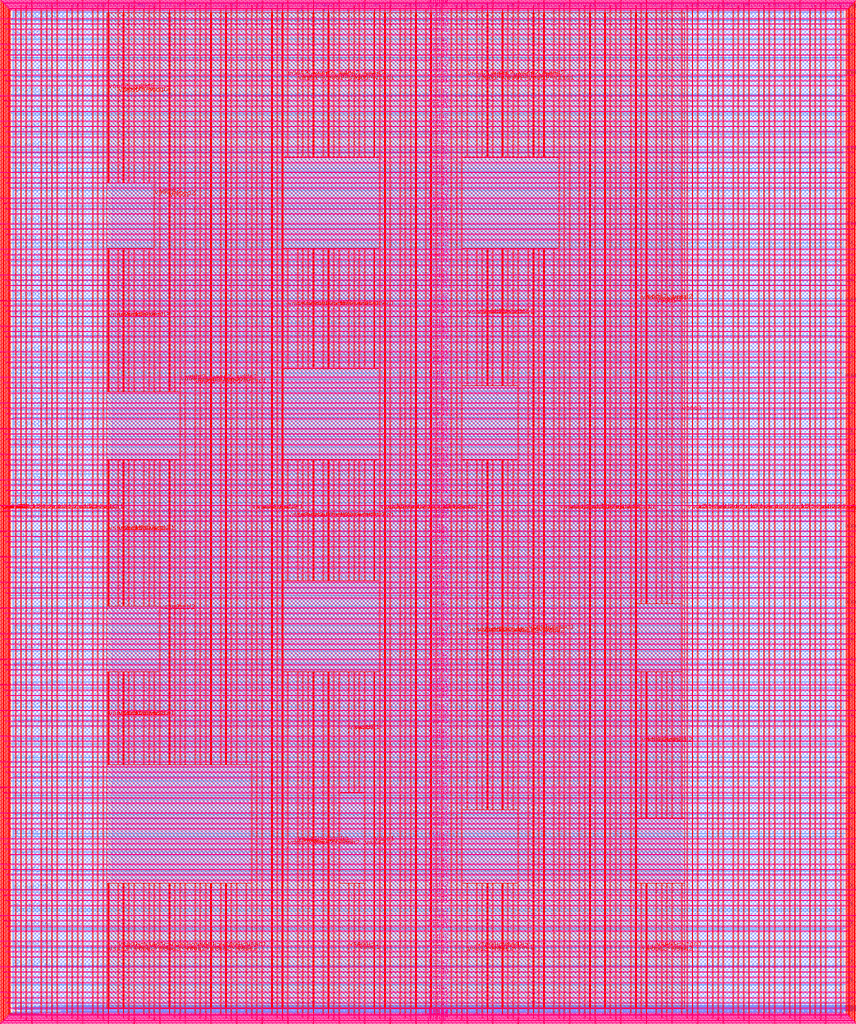
<source format=lef>
VERSION 5.7 ;
  NOWIREEXTENSIONATPIN ON ;
  DIVIDERCHAR "/" ;
  BUSBITCHARS "[]" ;
MACRO user_project_wrapper
  CLASS BLOCK ;
  FOREIGN user_project_wrapper ;
  ORIGIN 0.000 0.000 ;
  SIZE 2920.000 BY 3520.000 ;
  PIN analog_io[0]
    DIRECTION INOUT ;
    USE SIGNAL ;
    PORT
      LAYER met3 ;
        RECT 2917.600 1426.380 2924.800 1427.580 ;
    END
  END analog_io[0]
  PIN analog_io[10]
    DIRECTION INOUT ;
    USE SIGNAL ;
    PORT
      LAYER met2 ;
        RECT 2230.490 3517.600 2231.050 3524.800 ;
    END
  END analog_io[10]
  PIN analog_io[11]
    DIRECTION INOUT ;
    USE SIGNAL ;
    PORT
      LAYER met2 ;
        RECT 1905.730 3517.600 1906.290 3524.800 ;
    END
  END analog_io[11]
  PIN analog_io[12]
    DIRECTION INOUT ;
    USE SIGNAL ;
    PORT
      LAYER met2 ;
        RECT 1581.430 3517.600 1581.990 3524.800 ;
    END
  END analog_io[12]
  PIN analog_io[13]
    DIRECTION INOUT ;
    USE SIGNAL ;
    PORT
      LAYER met2 ;
        RECT 1257.130 3517.600 1257.690 3524.800 ;
    END
  END analog_io[13]
  PIN analog_io[14]
    DIRECTION INOUT ;
    USE SIGNAL ;
    PORT
      LAYER met2 ;
        RECT 932.370 3517.600 932.930 3524.800 ;
    END
  END analog_io[14]
  PIN analog_io[15]
    DIRECTION INOUT ;
    USE SIGNAL ;
    PORT
      LAYER met2 ;
        RECT 608.070 3517.600 608.630 3524.800 ;
    END
  END analog_io[15]
  PIN analog_io[16]
    DIRECTION INOUT ;
    USE SIGNAL ;
    PORT
      LAYER met2 ;
        RECT 283.770 3517.600 284.330 3524.800 ;
    END
  END analog_io[16]
  PIN analog_io[17]
    DIRECTION INOUT ;
    USE SIGNAL ;
    PORT
      LAYER met3 ;
        RECT -4.800 3486.100 2.400 3487.300 ;
    END
  END analog_io[17]
  PIN analog_io[18]
    DIRECTION INOUT ;
    USE SIGNAL ;
    PORT
      LAYER met3 ;
        RECT -4.800 3224.980 2.400 3226.180 ;
    END
  END analog_io[18]
  PIN analog_io[19]
    DIRECTION INOUT ;
    USE SIGNAL ;
    PORT
      LAYER met3 ;
        RECT -4.800 2964.540 2.400 2965.740 ;
    END
  END analog_io[19]
  PIN analog_io[1]
    DIRECTION INOUT ;
    USE SIGNAL ;
    PORT
      LAYER met3 ;
        RECT 2917.600 1692.260 2924.800 1693.460 ;
    END
  END analog_io[1]
  PIN analog_io[20]
    DIRECTION INOUT ;
    USE SIGNAL ;
    PORT
      LAYER met3 ;
        RECT -4.800 2703.420 2.400 2704.620 ;
    END
  END analog_io[20]
  PIN analog_io[21]
    DIRECTION INOUT ;
    USE SIGNAL ;
    PORT
      LAYER met3 ;
        RECT -4.800 2442.980 2.400 2444.180 ;
    END
  END analog_io[21]
  PIN analog_io[22]
    DIRECTION INOUT ;
    USE SIGNAL ;
    PORT
      LAYER met3 ;
        RECT -4.800 2182.540 2.400 2183.740 ;
    END
  END analog_io[22]
  PIN analog_io[23]
    DIRECTION INOUT ;
    USE SIGNAL ;
    PORT
      LAYER met3 ;
        RECT -4.800 1921.420 2.400 1922.620 ;
    END
  END analog_io[23]
  PIN analog_io[24]
    DIRECTION INOUT ;
    USE SIGNAL ;
    PORT
      LAYER met3 ;
        RECT -4.800 1660.980 2.400 1662.180 ;
    END
  END analog_io[24]
  PIN analog_io[25]
    DIRECTION INOUT ;
    USE SIGNAL ;
    PORT
      LAYER met3 ;
        RECT -4.800 1399.860 2.400 1401.060 ;
    END
  END analog_io[25]
  PIN analog_io[26]
    DIRECTION INOUT ;
    USE SIGNAL ;
    PORT
      LAYER met3 ;
        RECT -4.800 1139.420 2.400 1140.620 ;
    END
  END analog_io[26]
  PIN analog_io[27]
    DIRECTION INOUT ;
    USE SIGNAL ;
    PORT
      LAYER met3 ;
        RECT -4.800 878.980 2.400 880.180 ;
    END
  END analog_io[27]
  PIN analog_io[28]
    DIRECTION INOUT ;
    USE SIGNAL ;
    PORT
      LAYER met3 ;
        RECT -4.800 617.860 2.400 619.060 ;
    END
  END analog_io[28]
  PIN analog_io[2]
    DIRECTION INOUT ;
    USE SIGNAL ;
    PORT
      LAYER met3 ;
        RECT 2917.600 1958.140 2924.800 1959.340 ;
    END
  END analog_io[2]
  PIN analog_io[3]
    DIRECTION INOUT ;
    USE SIGNAL ;
    PORT
      LAYER met3 ;
        RECT 2917.600 2223.340 2924.800 2224.540 ;
    END
  END analog_io[3]
  PIN analog_io[4]
    DIRECTION INOUT ;
    USE SIGNAL ;
    PORT
      LAYER met3 ;
        RECT 2917.600 2489.220 2924.800 2490.420 ;
    END
  END analog_io[4]
  PIN analog_io[5]
    DIRECTION INOUT ;
    USE SIGNAL ;
    PORT
      LAYER met3 ;
        RECT 2917.600 2755.100 2924.800 2756.300 ;
    END
  END analog_io[5]
  PIN analog_io[6]
    DIRECTION INOUT ;
    USE SIGNAL ;
    PORT
      LAYER met3 ;
        RECT 2917.600 3020.300 2924.800 3021.500 ;
    END
  END analog_io[6]
  PIN analog_io[7]
    DIRECTION INOUT ;
    USE SIGNAL ;
    PORT
      LAYER met3 ;
        RECT 2917.600 3286.180 2924.800 3287.380 ;
    END
  END analog_io[7]
  PIN analog_io[8]
    DIRECTION INOUT ;
    USE SIGNAL ;
    PORT
      LAYER met2 ;
        RECT 2879.090 3517.600 2879.650 3524.800 ;
    END
  END analog_io[8]
  PIN analog_io[9]
    DIRECTION INOUT ;
    USE SIGNAL ;
    PORT
      LAYER met2 ;
        RECT 2554.790 3517.600 2555.350 3524.800 ;
    END
  END analog_io[9]
  PIN io_in[0]
    DIRECTION INPUT ;
    USE SIGNAL ;
    PORT
      LAYER met3 ;
        RECT 2917.600 32.380 2924.800 33.580 ;
    END
  END io_in[0]
  PIN io_in[10]
    DIRECTION INPUT ;
    USE SIGNAL ;
    PORT
      LAYER met3 ;
        RECT 2917.600 2289.980 2924.800 2291.180 ;
    END
  END io_in[10]
  PIN io_in[11]
    DIRECTION INPUT ;
    USE SIGNAL ;
    PORT
      LAYER met3 ;
        RECT 2917.600 2555.860 2924.800 2557.060 ;
    END
  END io_in[11]
  PIN io_in[12]
    DIRECTION INPUT ;
    USE SIGNAL ;
    PORT
      LAYER met3 ;
        RECT 2917.600 2821.060 2924.800 2822.260 ;
    END
  END io_in[12]
  PIN io_in[13]
    DIRECTION INPUT ;
    USE SIGNAL ;
    PORT
      LAYER met3 ;
        RECT 2917.600 3086.940 2924.800 3088.140 ;
    END
  END io_in[13]
  PIN io_in[14]
    DIRECTION INPUT ;
    USE SIGNAL ;
    PORT
      LAYER met3 ;
        RECT 2917.600 3352.820 2924.800 3354.020 ;
    END
  END io_in[14]
  PIN io_in[15]
    DIRECTION INPUT ;
    USE SIGNAL ;
    PORT
      LAYER met2 ;
        RECT 2798.130 3517.600 2798.690 3524.800 ;
    END
  END io_in[15]
  PIN io_in[16]
    DIRECTION INPUT ;
    USE SIGNAL ;
    PORT
      LAYER met2 ;
        RECT 2473.830 3517.600 2474.390 3524.800 ;
    END
  END io_in[16]
  PIN io_in[17]
    DIRECTION INPUT ;
    USE SIGNAL ;
    PORT
      LAYER met2 ;
        RECT 2149.070 3517.600 2149.630 3524.800 ;
    END
  END io_in[17]
  PIN io_in[18]
    DIRECTION INPUT ;
    USE SIGNAL ;
    PORT
      LAYER met2 ;
        RECT 1824.770 3517.600 1825.330 3524.800 ;
    END
  END io_in[18]
  PIN io_in[19]
    DIRECTION INPUT ;
    USE SIGNAL ;
    PORT
      LAYER met2 ;
        RECT 1500.470 3517.600 1501.030 3524.800 ;
    END
  END io_in[19]
  PIN io_in[1]
    DIRECTION INPUT ;
    USE SIGNAL ;
    PORT
      LAYER met3 ;
        RECT 2917.600 230.940 2924.800 232.140 ;
    END
  END io_in[1]
  PIN io_in[20]
    DIRECTION INPUT ;
    USE SIGNAL ;
    PORT
      LAYER met2 ;
        RECT 1175.710 3517.600 1176.270 3524.800 ;
    END
  END io_in[20]
  PIN io_in[21]
    DIRECTION INPUT ;
    USE SIGNAL ;
    PORT
      LAYER met2 ;
        RECT 851.410 3517.600 851.970 3524.800 ;
    END
  END io_in[21]
  PIN io_in[22]
    DIRECTION INPUT ;
    USE SIGNAL ;
    PORT
      LAYER met2 ;
        RECT 527.110 3517.600 527.670 3524.800 ;
    END
  END io_in[22]
  PIN io_in[23]
    DIRECTION INPUT ;
    USE SIGNAL ;
    PORT
      LAYER met2 ;
        RECT 202.350 3517.600 202.910 3524.800 ;
    END
  END io_in[23]
  PIN io_in[24]
    DIRECTION INPUT ;
    USE SIGNAL ;
    PORT
      LAYER met3 ;
        RECT -4.800 3420.820 2.400 3422.020 ;
    END
  END io_in[24]
  PIN io_in[25]
    DIRECTION INPUT ;
    USE SIGNAL ;
    PORT
      LAYER met3 ;
        RECT -4.800 3159.700 2.400 3160.900 ;
    END
  END io_in[25]
  PIN io_in[26]
    DIRECTION INPUT ;
    USE SIGNAL ;
    PORT
      LAYER met3 ;
        RECT -4.800 2899.260 2.400 2900.460 ;
    END
  END io_in[26]
  PIN io_in[27]
    DIRECTION INPUT ;
    USE SIGNAL ;
    PORT
      LAYER met3 ;
        RECT -4.800 2638.820 2.400 2640.020 ;
    END
  END io_in[27]
  PIN io_in[28]
    DIRECTION INPUT ;
    USE SIGNAL ;
    PORT
      LAYER met3 ;
        RECT -4.800 2377.700 2.400 2378.900 ;
    END
  END io_in[28]
  PIN io_in[29]
    DIRECTION INPUT ;
    USE SIGNAL ;
    PORT
      LAYER met3 ;
        RECT -4.800 2117.260 2.400 2118.460 ;
    END
  END io_in[29]
  PIN io_in[2]
    DIRECTION INPUT ;
    USE SIGNAL ;
    PORT
      LAYER met3 ;
        RECT 2917.600 430.180 2924.800 431.380 ;
    END
  END io_in[2]
  PIN io_in[30]
    DIRECTION INPUT ;
    USE SIGNAL ;
    PORT
      LAYER met3 ;
        RECT -4.800 1856.140 2.400 1857.340 ;
    END
  END io_in[30]
  PIN io_in[31]
    DIRECTION INPUT ;
    USE SIGNAL ;
    PORT
      LAYER met3 ;
        RECT -4.800 1595.700 2.400 1596.900 ;
    END
  END io_in[31]
  PIN io_in[32]
    DIRECTION INPUT ;
    USE SIGNAL ;
    PORT
      LAYER met3 ;
        RECT -4.800 1335.260 2.400 1336.460 ;
    END
  END io_in[32]
  PIN io_in[33]
    DIRECTION INPUT ;
    USE SIGNAL ;
    PORT
      LAYER met3 ;
        RECT -4.800 1074.140 2.400 1075.340 ;
    END
  END io_in[33]
  PIN io_in[34]
    DIRECTION INPUT ;
    USE SIGNAL ;
    PORT
      LAYER met3 ;
        RECT -4.800 813.700 2.400 814.900 ;
    END
  END io_in[34]
  PIN io_in[35]
    DIRECTION INPUT ;
    USE SIGNAL ;
    PORT
      LAYER met3 ;
        RECT -4.800 552.580 2.400 553.780 ;
    END
  END io_in[35]
  PIN io_in[36]
    DIRECTION INPUT ;
    USE SIGNAL ;
    PORT
      LAYER met3 ;
        RECT -4.800 357.420 2.400 358.620 ;
    END
  END io_in[36]
  PIN io_in[37]
    DIRECTION INPUT ;
    USE SIGNAL ;
    PORT
      LAYER met3 ;
        RECT -4.800 161.580 2.400 162.780 ;
    END
  END io_in[37]
  PIN io_in[3]
    DIRECTION INPUT ;
    USE SIGNAL ;
    PORT
      LAYER met3 ;
        RECT 2917.600 629.420 2924.800 630.620 ;
    END
  END io_in[3]
  PIN io_in[4]
    DIRECTION INPUT ;
    USE SIGNAL ;
    PORT
      LAYER met3 ;
        RECT 2917.600 828.660 2924.800 829.860 ;
    END
  END io_in[4]
  PIN io_in[5]
    DIRECTION INPUT ;
    USE SIGNAL ;
    PORT
      LAYER met3 ;
        RECT 2917.600 1027.900 2924.800 1029.100 ;
    END
  END io_in[5]
  PIN io_in[6]
    DIRECTION INPUT ;
    USE SIGNAL ;
    PORT
      LAYER met3 ;
        RECT 2917.600 1227.140 2924.800 1228.340 ;
    END
  END io_in[6]
  PIN io_in[7]
    DIRECTION INPUT ;
    USE SIGNAL ;
    PORT
      LAYER met3 ;
        RECT 2917.600 1493.020 2924.800 1494.220 ;
    END
  END io_in[7]
  PIN io_in[8]
    DIRECTION INPUT ;
    USE SIGNAL ;
    PORT
      LAYER met3 ;
        RECT 2917.600 1758.900 2924.800 1760.100 ;
    END
  END io_in[8]
  PIN io_in[9]
    DIRECTION INPUT ;
    USE SIGNAL ;
    PORT
      LAYER met3 ;
        RECT 2917.600 2024.100 2924.800 2025.300 ;
    END
  END io_in[9]
  PIN io_oeb[0]
    DIRECTION OUTPUT TRISTATE ;
    USE SIGNAL ;
    PORT
      LAYER met3 ;
        RECT 2917.600 164.980 2924.800 166.180 ;
    END
  END io_oeb[0]
  PIN io_oeb[10]
    DIRECTION OUTPUT TRISTATE ;
    USE SIGNAL ;
    PORT
      LAYER met3 ;
        RECT 2917.600 2422.580 2924.800 2423.780 ;
    END
  END io_oeb[10]
  PIN io_oeb[11]
    DIRECTION OUTPUT TRISTATE ;
    USE SIGNAL ;
    PORT
      LAYER met3 ;
        RECT 2917.600 2688.460 2924.800 2689.660 ;
    END
  END io_oeb[11]
  PIN io_oeb[12]
    DIRECTION OUTPUT TRISTATE ;
    USE SIGNAL ;
    PORT
      LAYER met3 ;
        RECT 2917.600 2954.340 2924.800 2955.540 ;
    END
  END io_oeb[12]
  PIN io_oeb[13]
    DIRECTION OUTPUT TRISTATE ;
    USE SIGNAL ;
    PORT
      LAYER met3 ;
        RECT 2917.600 3219.540 2924.800 3220.740 ;
    END
  END io_oeb[13]
  PIN io_oeb[14]
    DIRECTION OUTPUT TRISTATE ;
    USE SIGNAL ;
    PORT
      LAYER met3 ;
        RECT 2917.600 3485.420 2924.800 3486.620 ;
    END
  END io_oeb[14]
  PIN io_oeb[15]
    DIRECTION OUTPUT TRISTATE ;
    USE SIGNAL ;
    PORT
      LAYER met2 ;
        RECT 2635.750 3517.600 2636.310 3524.800 ;
    END
  END io_oeb[15]
  PIN io_oeb[16]
    DIRECTION OUTPUT TRISTATE ;
    USE SIGNAL ;
    PORT
      LAYER met2 ;
        RECT 2311.450 3517.600 2312.010 3524.800 ;
    END
  END io_oeb[16]
  PIN io_oeb[17]
    DIRECTION OUTPUT TRISTATE ;
    USE SIGNAL ;
    PORT
      LAYER met2 ;
        RECT 1987.150 3517.600 1987.710 3524.800 ;
    END
  END io_oeb[17]
  PIN io_oeb[18]
    DIRECTION OUTPUT TRISTATE ;
    USE SIGNAL ;
    PORT
      LAYER met2 ;
        RECT 1662.390 3517.600 1662.950 3524.800 ;
    END
  END io_oeb[18]
  PIN io_oeb[19]
    DIRECTION OUTPUT TRISTATE ;
    USE SIGNAL ;
    PORT
      LAYER met2 ;
        RECT 1338.090 3517.600 1338.650 3524.800 ;
    END
  END io_oeb[19]
  PIN io_oeb[1]
    DIRECTION OUTPUT TRISTATE ;
    USE SIGNAL ;
    PORT
      LAYER met3 ;
        RECT 2917.600 364.220 2924.800 365.420 ;
    END
  END io_oeb[1]
  PIN io_oeb[20]
    DIRECTION OUTPUT TRISTATE ;
    USE SIGNAL ;
    PORT
      LAYER met2 ;
        RECT 1013.790 3517.600 1014.350 3524.800 ;
    END
  END io_oeb[20]
  PIN io_oeb[21]
    DIRECTION OUTPUT TRISTATE ;
    USE SIGNAL ;
    PORT
      LAYER met2 ;
        RECT 689.030 3517.600 689.590 3524.800 ;
    END
  END io_oeb[21]
  PIN io_oeb[22]
    DIRECTION OUTPUT TRISTATE ;
    USE SIGNAL ;
    PORT
      LAYER met2 ;
        RECT 364.730 3517.600 365.290 3524.800 ;
    END
  END io_oeb[22]
  PIN io_oeb[23]
    DIRECTION OUTPUT TRISTATE ;
    USE SIGNAL ;
    PORT
      LAYER met2 ;
        RECT 40.430 3517.600 40.990 3524.800 ;
    END
  END io_oeb[23]
  PIN io_oeb[24]
    DIRECTION OUTPUT TRISTATE ;
    USE SIGNAL ;
    PORT
      LAYER met3 ;
        RECT -4.800 3290.260 2.400 3291.460 ;
    END
  END io_oeb[24]
  PIN io_oeb[25]
    DIRECTION OUTPUT TRISTATE ;
    USE SIGNAL ;
    PORT
      LAYER met3 ;
        RECT -4.800 3029.820 2.400 3031.020 ;
    END
  END io_oeb[25]
  PIN io_oeb[26]
    DIRECTION OUTPUT TRISTATE ;
    USE SIGNAL ;
    PORT
      LAYER met3 ;
        RECT -4.800 2768.700 2.400 2769.900 ;
    END
  END io_oeb[26]
  PIN io_oeb[27]
    DIRECTION OUTPUT TRISTATE ;
    USE SIGNAL ;
    PORT
      LAYER met3 ;
        RECT -4.800 2508.260 2.400 2509.460 ;
    END
  END io_oeb[27]
  PIN io_oeb[28]
    DIRECTION OUTPUT TRISTATE ;
    USE SIGNAL ;
    PORT
      LAYER met3 ;
        RECT -4.800 2247.140 2.400 2248.340 ;
    END
  END io_oeb[28]
  PIN io_oeb[29]
    DIRECTION OUTPUT TRISTATE ;
    USE SIGNAL ;
    PORT
      LAYER met3 ;
        RECT -4.800 1986.700 2.400 1987.900 ;
    END
  END io_oeb[29]
  PIN io_oeb[2]
    DIRECTION OUTPUT TRISTATE ;
    USE SIGNAL ;
    PORT
      LAYER met3 ;
        RECT 2917.600 563.460 2924.800 564.660 ;
    END
  END io_oeb[2]
  PIN io_oeb[30]
    DIRECTION OUTPUT TRISTATE ;
    USE SIGNAL ;
    PORT
      LAYER met3 ;
        RECT -4.800 1726.260 2.400 1727.460 ;
    END
  END io_oeb[30]
  PIN io_oeb[31]
    DIRECTION OUTPUT TRISTATE ;
    USE SIGNAL ;
    PORT
      LAYER met3 ;
        RECT -4.800 1465.140 2.400 1466.340 ;
    END
  END io_oeb[31]
  PIN io_oeb[32]
    DIRECTION OUTPUT TRISTATE ;
    USE SIGNAL ;
    PORT
      LAYER met3 ;
        RECT -4.800 1204.700 2.400 1205.900 ;
    END
  END io_oeb[32]
  PIN io_oeb[33]
    DIRECTION OUTPUT TRISTATE ;
    USE SIGNAL ;
    PORT
      LAYER met3 ;
        RECT -4.800 943.580 2.400 944.780 ;
    END
  END io_oeb[33]
  PIN io_oeb[34]
    DIRECTION OUTPUT TRISTATE ;
    USE SIGNAL ;
    PORT
      LAYER met3 ;
        RECT -4.800 683.140 2.400 684.340 ;
    END
  END io_oeb[34]
  PIN io_oeb[35]
    DIRECTION OUTPUT TRISTATE ;
    USE SIGNAL ;
    PORT
      LAYER met3 ;
        RECT -4.800 422.700 2.400 423.900 ;
    END
  END io_oeb[35]
  PIN io_oeb[36]
    DIRECTION OUTPUT TRISTATE ;
    USE SIGNAL ;
    PORT
      LAYER met3 ;
        RECT -4.800 226.860 2.400 228.060 ;
    END
  END io_oeb[36]
  PIN io_oeb[37]
    DIRECTION OUTPUT TRISTATE ;
    USE SIGNAL ;
    PORT
      LAYER met3 ;
        RECT -4.800 31.700 2.400 32.900 ;
    END
  END io_oeb[37]
  PIN io_oeb[3]
    DIRECTION OUTPUT TRISTATE ;
    USE SIGNAL ;
    PORT
      LAYER met3 ;
        RECT 2917.600 762.700 2924.800 763.900 ;
    END
  END io_oeb[3]
  PIN io_oeb[4]
    DIRECTION OUTPUT TRISTATE ;
    USE SIGNAL ;
    PORT
      LAYER met3 ;
        RECT 2917.600 961.940 2924.800 963.140 ;
    END
  END io_oeb[4]
  PIN io_oeb[5]
    DIRECTION OUTPUT TRISTATE ;
    USE SIGNAL ;
    PORT
      LAYER met3 ;
        RECT 2917.600 1161.180 2924.800 1162.380 ;
    END
  END io_oeb[5]
  PIN io_oeb[6]
    DIRECTION OUTPUT TRISTATE ;
    USE SIGNAL ;
    PORT
      LAYER met3 ;
        RECT 2917.600 1360.420 2924.800 1361.620 ;
    END
  END io_oeb[6]
  PIN io_oeb[7]
    DIRECTION OUTPUT TRISTATE ;
    USE SIGNAL ;
    PORT
      LAYER met3 ;
        RECT 2917.600 1625.620 2924.800 1626.820 ;
    END
  END io_oeb[7]
  PIN io_oeb[8]
    DIRECTION OUTPUT TRISTATE ;
    USE SIGNAL ;
    PORT
      LAYER met3 ;
        RECT 2917.600 1891.500 2924.800 1892.700 ;
    END
  END io_oeb[8]
  PIN io_oeb[9]
    DIRECTION OUTPUT TRISTATE ;
    USE SIGNAL ;
    PORT
      LAYER met3 ;
        RECT 2917.600 2157.380 2924.800 2158.580 ;
    END
  END io_oeb[9]
  PIN io_out[0]
    DIRECTION OUTPUT TRISTATE ;
    USE SIGNAL ;
    PORT
      LAYER met3 ;
        RECT 2917.600 98.340 2924.800 99.540 ;
    END
  END io_out[0]
  PIN io_out[10]
    DIRECTION OUTPUT TRISTATE ;
    USE SIGNAL ;
    PORT
      LAYER met3 ;
        RECT 2917.600 2356.620 2924.800 2357.820 ;
    END
  END io_out[10]
  PIN io_out[11]
    DIRECTION OUTPUT TRISTATE ;
    USE SIGNAL ;
    PORT
      LAYER met3 ;
        RECT 2917.600 2621.820 2924.800 2623.020 ;
    END
  END io_out[11]
  PIN io_out[12]
    DIRECTION OUTPUT TRISTATE ;
    USE SIGNAL ;
    PORT
      LAYER met3 ;
        RECT 2917.600 2887.700 2924.800 2888.900 ;
    END
  END io_out[12]
  PIN io_out[13]
    DIRECTION OUTPUT TRISTATE ;
    USE SIGNAL ;
    PORT
      LAYER met3 ;
        RECT 2917.600 3153.580 2924.800 3154.780 ;
    END
  END io_out[13]
  PIN io_out[14]
    DIRECTION OUTPUT TRISTATE ;
    USE SIGNAL ;
    PORT
      LAYER met3 ;
        RECT 2917.600 3418.780 2924.800 3419.980 ;
    END
  END io_out[14]
  PIN io_out[15]
    DIRECTION OUTPUT TRISTATE ;
    USE SIGNAL ;
    PORT
      LAYER met2 ;
        RECT 2717.170 3517.600 2717.730 3524.800 ;
    END
  END io_out[15]
  PIN io_out[16]
    DIRECTION OUTPUT TRISTATE ;
    USE SIGNAL ;
    PORT
      LAYER met2 ;
        RECT 2392.410 3517.600 2392.970 3524.800 ;
    END
  END io_out[16]
  PIN io_out[17]
    DIRECTION OUTPUT TRISTATE ;
    USE SIGNAL ;
    PORT
      LAYER met2 ;
        RECT 2068.110 3517.600 2068.670 3524.800 ;
    END
  END io_out[17]
  PIN io_out[18]
    DIRECTION OUTPUT TRISTATE ;
    USE SIGNAL ;
    PORT
      LAYER met2 ;
        RECT 1743.810 3517.600 1744.370 3524.800 ;
    END
  END io_out[18]
  PIN io_out[19]
    DIRECTION OUTPUT TRISTATE ;
    USE SIGNAL ;
    PORT
      LAYER met2 ;
        RECT 1419.050 3517.600 1419.610 3524.800 ;
    END
  END io_out[19]
  PIN io_out[1]
    DIRECTION OUTPUT TRISTATE ;
    USE SIGNAL ;
    PORT
      LAYER met3 ;
        RECT 2917.600 297.580 2924.800 298.780 ;
    END
  END io_out[1]
  PIN io_out[20]
    DIRECTION OUTPUT TRISTATE ;
    USE SIGNAL ;
    PORT
      LAYER met2 ;
        RECT 1094.750 3517.600 1095.310 3524.800 ;
    END
  END io_out[20]
  PIN io_out[21]
    DIRECTION OUTPUT TRISTATE ;
    USE SIGNAL ;
    PORT
      LAYER met2 ;
        RECT 770.450 3517.600 771.010 3524.800 ;
    END
  END io_out[21]
  PIN io_out[22]
    DIRECTION OUTPUT TRISTATE ;
    USE SIGNAL ;
    PORT
      LAYER met2 ;
        RECT 445.690 3517.600 446.250 3524.800 ;
    END
  END io_out[22]
  PIN io_out[23]
    DIRECTION OUTPUT TRISTATE ;
    USE SIGNAL ;
    PORT
      LAYER met2 ;
        RECT 121.390 3517.600 121.950 3524.800 ;
    END
  END io_out[23]
  PIN io_out[24]
    DIRECTION OUTPUT TRISTATE ;
    USE SIGNAL ;
    PORT
      LAYER met3 ;
        RECT -4.800 3355.540 2.400 3356.740 ;
    END
  END io_out[24]
  PIN io_out[25]
    DIRECTION OUTPUT TRISTATE ;
    USE SIGNAL ;
    PORT
      LAYER met3 ;
        RECT -4.800 3095.100 2.400 3096.300 ;
    END
  END io_out[25]
  PIN io_out[26]
    DIRECTION OUTPUT TRISTATE ;
    USE SIGNAL ;
    PORT
      LAYER met3 ;
        RECT -4.800 2833.980 2.400 2835.180 ;
    END
  END io_out[26]
  PIN io_out[27]
    DIRECTION OUTPUT TRISTATE ;
    USE SIGNAL ;
    PORT
      LAYER met3 ;
        RECT -4.800 2573.540 2.400 2574.740 ;
    END
  END io_out[27]
  PIN io_out[28]
    DIRECTION OUTPUT TRISTATE ;
    USE SIGNAL ;
    PORT
      LAYER met3 ;
        RECT -4.800 2312.420 2.400 2313.620 ;
    END
  END io_out[28]
  PIN io_out[29]
    DIRECTION OUTPUT TRISTATE ;
    USE SIGNAL ;
    PORT
      LAYER met3 ;
        RECT -4.800 2051.980 2.400 2053.180 ;
    END
  END io_out[29]
  PIN io_out[2]
    DIRECTION OUTPUT TRISTATE ;
    USE SIGNAL ;
    PORT
      LAYER met3 ;
        RECT 2917.600 496.820 2924.800 498.020 ;
    END
  END io_out[2]
  PIN io_out[30]
    DIRECTION OUTPUT TRISTATE ;
    USE SIGNAL ;
    PORT
      LAYER met3 ;
        RECT -4.800 1791.540 2.400 1792.740 ;
    END
  END io_out[30]
  PIN io_out[31]
    DIRECTION OUTPUT TRISTATE ;
    USE SIGNAL ;
    PORT
      LAYER met3 ;
        RECT -4.800 1530.420 2.400 1531.620 ;
    END
  END io_out[31]
  PIN io_out[32]
    DIRECTION OUTPUT TRISTATE ;
    USE SIGNAL ;
    PORT
      LAYER met3 ;
        RECT -4.800 1269.980 2.400 1271.180 ;
    END
  END io_out[32]
  PIN io_out[33]
    DIRECTION OUTPUT TRISTATE ;
    USE SIGNAL ;
    PORT
      LAYER met3 ;
        RECT -4.800 1008.860 2.400 1010.060 ;
    END
  END io_out[33]
  PIN io_out[34]
    DIRECTION OUTPUT TRISTATE ;
    USE SIGNAL ;
    PORT
      LAYER met3 ;
        RECT -4.800 748.420 2.400 749.620 ;
    END
  END io_out[34]
  PIN io_out[35]
    DIRECTION OUTPUT TRISTATE ;
    USE SIGNAL ;
    PORT
      LAYER met3 ;
        RECT -4.800 487.300 2.400 488.500 ;
    END
  END io_out[35]
  PIN io_out[36]
    DIRECTION OUTPUT TRISTATE ;
    USE SIGNAL ;
    PORT
      LAYER met3 ;
        RECT -4.800 292.140 2.400 293.340 ;
    END
  END io_out[36]
  PIN io_out[37]
    DIRECTION OUTPUT TRISTATE ;
    USE SIGNAL ;
    PORT
      LAYER met3 ;
        RECT -4.800 96.300 2.400 97.500 ;
    END
  END io_out[37]
  PIN io_out[3]
    DIRECTION OUTPUT TRISTATE ;
    USE SIGNAL ;
    PORT
      LAYER met3 ;
        RECT 2917.600 696.060 2924.800 697.260 ;
    END
  END io_out[3]
  PIN io_out[4]
    DIRECTION OUTPUT TRISTATE ;
    USE SIGNAL ;
    PORT
      LAYER met3 ;
        RECT 2917.600 895.300 2924.800 896.500 ;
    END
  END io_out[4]
  PIN io_out[5]
    DIRECTION OUTPUT TRISTATE ;
    USE SIGNAL ;
    PORT
      LAYER met3 ;
        RECT 2917.600 1094.540 2924.800 1095.740 ;
    END
  END io_out[5]
  PIN io_out[6]
    DIRECTION OUTPUT TRISTATE ;
    USE SIGNAL ;
    PORT
      LAYER met3 ;
        RECT 2917.600 1293.780 2924.800 1294.980 ;
    END
  END io_out[6]
  PIN io_out[7]
    DIRECTION OUTPUT TRISTATE ;
    USE SIGNAL ;
    PORT
      LAYER met3 ;
        RECT 2917.600 1559.660 2924.800 1560.860 ;
    END
  END io_out[7]
  PIN io_out[8]
    DIRECTION OUTPUT TRISTATE ;
    USE SIGNAL ;
    PORT
      LAYER met3 ;
        RECT 2917.600 1824.860 2924.800 1826.060 ;
    END
  END io_out[8]
  PIN io_out[9]
    DIRECTION OUTPUT TRISTATE ;
    USE SIGNAL ;
    PORT
      LAYER met3 ;
        RECT 2917.600 2090.740 2924.800 2091.940 ;
    END
  END io_out[9]
  PIN la_data_in[0]
    DIRECTION INPUT ;
    USE SIGNAL ;
    PORT
      LAYER met2 ;
        RECT 629.230 -4.800 629.790 2.400 ;
    END
  END la_data_in[0]
  PIN la_data_in[100]
    DIRECTION INPUT ;
    USE SIGNAL ;
    PORT
      LAYER met2 ;
        RECT 2402.530 -4.800 2403.090 2.400 ;
    END
  END la_data_in[100]
  PIN la_data_in[101]
    DIRECTION INPUT ;
    USE SIGNAL ;
    PORT
      LAYER met2 ;
        RECT 2420.010 -4.800 2420.570 2.400 ;
    END
  END la_data_in[101]
  PIN la_data_in[102]
    DIRECTION INPUT ;
    USE SIGNAL ;
    PORT
      LAYER met2 ;
        RECT 2437.950 -4.800 2438.510 2.400 ;
    END
  END la_data_in[102]
  PIN la_data_in[103]
    DIRECTION INPUT ;
    USE SIGNAL ;
    PORT
      LAYER met2 ;
        RECT 2455.430 -4.800 2455.990 2.400 ;
    END
  END la_data_in[103]
  PIN la_data_in[104]
    DIRECTION INPUT ;
    USE SIGNAL ;
    PORT
      LAYER met2 ;
        RECT 2473.370 -4.800 2473.930 2.400 ;
    END
  END la_data_in[104]
  PIN la_data_in[105]
    DIRECTION INPUT ;
    USE SIGNAL ;
    PORT
      LAYER met2 ;
        RECT 2490.850 -4.800 2491.410 2.400 ;
    END
  END la_data_in[105]
  PIN la_data_in[106]
    DIRECTION INPUT ;
    USE SIGNAL ;
    PORT
      LAYER met2 ;
        RECT 2508.790 -4.800 2509.350 2.400 ;
    END
  END la_data_in[106]
  PIN la_data_in[107]
    DIRECTION INPUT ;
    USE SIGNAL ;
    PORT
      LAYER met2 ;
        RECT 2526.730 -4.800 2527.290 2.400 ;
    END
  END la_data_in[107]
  PIN la_data_in[108]
    DIRECTION INPUT ;
    USE SIGNAL ;
    PORT
      LAYER met2 ;
        RECT 2544.210 -4.800 2544.770 2.400 ;
    END
  END la_data_in[108]
  PIN la_data_in[109]
    DIRECTION INPUT ;
    USE SIGNAL ;
    PORT
      LAYER met2 ;
        RECT 2562.150 -4.800 2562.710 2.400 ;
    END
  END la_data_in[109]
  PIN la_data_in[10]
    DIRECTION INPUT ;
    USE SIGNAL ;
    PORT
      LAYER met2 ;
        RECT 806.330 -4.800 806.890 2.400 ;
    END
  END la_data_in[10]
  PIN la_data_in[110]
    DIRECTION INPUT ;
    USE SIGNAL ;
    PORT
      LAYER met2 ;
        RECT 2579.630 -4.800 2580.190 2.400 ;
    END
  END la_data_in[110]
  PIN la_data_in[111]
    DIRECTION INPUT ;
    USE SIGNAL ;
    PORT
      LAYER met2 ;
        RECT 2597.570 -4.800 2598.130 2.400 ;
    END
  END la_data_in[111]
  PIN la_data_in[112]
    DIRECTION INPUT ;
    USE SIGNAL ;
    PORT
      LAYER met2 ;
        RECT 2615.050 -4.800 2615.610 2.400 ;
    END
  END la_data_in[112]
  PIN la_data_in[113]
    DIRECTION INPUT ;
    USE SIGNAL ;
    PORT
      LAYER met2 ;
        RECT 2632.990 -4.800 2633.550 2.400 ;
    END
  END la_data_in[113]
  PIN la_data_in[114]
    DIRECTION INPUT ;
    USE SIGNAL ;
    PORT
      LAYER met2 ;
        RECT 2650.470 -4.800 2651.030 2.400 ;
    END
  END la_data_in[114]
  PIN la_data_in[115]
    DIRECTION INPUT ;
    USE SIGNAL ;
    PORT
      LAYER met2 ;
        RECT 2668.410 -4.800 2668.970 2.400 ;
    END
  END la_data_in[115]
  PIN la_data_in[116]
    DIRECTION INPUT ;
    USE SIGNAL ;
    PORT
      LAYER met2 ;
        RECT 2685.890 -4.800 2686.450 2.400 ;
    END
  END la_data_in[116]
  PIN la_data_in[117]
    DIRECTION INPUT ;
    USE SIGNAL ;
    PORT
      LAYER met2 ;
        RECT 2703.830 -4.800 2704.390 2.400 ;
    END
  END la_data_in[117]
  PIN la_data_in[118]
    DIRECTION INPUT ;
    USE SIGNAL ;
    PORT
      LAYER met2 ;
        RECT 2721.770 -4.800 2722.330 2.400 ;
    END
  END la_data_in[118]
  PIN la_data_in[119]
    DIRECTION INPUT ;
    USE SIGNAL ;
    PORT
      LAYER met2 ;
        RECT 2739.250 -4.800 2739.810 2.400 ;
    END
  END la_data_in[119]
  PIN la_data_in[11]
    DIRECTION INPUT ;
    USE SIGNAL ;
    PORT
      LAYER met2 ;
        RECT 824.270 -4.800 824.830 2.400 ;
    END
  END la_data_in[11]
  PIN la_data_in[120]
    DIRECTION INPUT ;
    USE SIGNAL ;
    PORT
      LAYER met2 ;
        RECT 2757.190 -4.800 2757.750 2.400 ;
    END
  END la_data_in[120]
  PIN la_data_in[121]
    DIRECTION INPUT ;
    USE SIGNAL ;
    PORT
      LAYER met2 ;
        RECT 2774.670 -4.800 2775.230 2.400 ;
    END
  END la_data_in[121]
  PIN la_data_in[122]
    DIRECTION INPUT ;
    USE SIGNAL ;
    PORT
      LAYER met2 ;
        RECT 2792.610 -4.800 2793.170 2.400 ;
    END
  END la_data_in[122]
  PIN la_data_in[123]
    DIRECTION INPUT ;
    USE SIGNAL ;
    PORT
      LAYER met2 ;
        RECT 2810.090 -4.800 2810.650 2.400 ;
    END
  END la_data_in[123]
  PIN la_data_in[124]
    DIRECTION INPUT ;
    USE SIGNAL ;
    PORT
      LAYER met2 ;
        RECT 2828.030 -4.800 2828.590 2.400 ;
    END
  END la_data_in[124]
  PIN la_data_in[125]
    DIRECTION INPUT ;
    USE SIGNAL ;
    PORT
      LAYER met2 ;
        RECT 2845.510 -4.800 2846.070 2.400 ;
    END
  END la_data_in[125]
  PIN la_data_in[126]
    DIRECTION INPUT ;
    USE SIGNAL ;
    PORT
      LAYER met2 ;
        RECT 2863.450 -4.800 2864.010 2.400 ;
    END
  END la_data_in[126]
  PIN la_data_in[127]
    DIRECTION INPUT ;
    USE SIGNAL ;
    PORT
      LAYER met2 ;
        RECT 2881.390 -4.800 2881.950 2.400 ;
    END
  END la_data_in[127]
  PIN la_data_in[12]
    DIRECTION INPUT ;
    USE SIGNAL ;
    PORT
      LAYER met2 ;
        RECT 841.750 -4.800 842.310 2.400 ;
    END
  END la_data_in[12]
  PIN la_data_in[13]
    DIRECTION INPUT ;
    USE SIGNAL ;
    PORT
      LAYER met2 ;
        RECT 859.690 -4.800 860.250 2.400 ;
    END
  END la_data_in[13]
  PIN la_data_in[14]
    DIRECTION INPUT ;
    USE SIGNAL ;
    PORT
      LAYER met2 ;
        RECT 877.170 -4.800 877.730 2.400 ;
    END
  END la_data_in[14]
  PIN la_data_in[15]
    DIRECTION INPUT ;
    USE SIGNAL ;
    PORT
      LAYER met2 ;
        RECT 895.110 -4.800 895.670 2.400 ;
    END
  END la_data_in[15]
  PIN la_data_in[16]
    DIRECTION INPUT ;
    USE SIGNAL ;
    PORT
      LAYER met2 ;
        RECT 912.590 -4.800 913.150 2.400 ;
    END
  END la_data_in[16]
  PIN la_data_in[17]
    DIRECTION INPUT ;
    USE SIGNAL ;
    PORT
      LAYER met2 ;
        RECT 930.530 -4.800 931.090 2.400 ;
    END
  END la_data_in[17]
  PIN la_data_in[18]
    DIRECTION INPUT ;
    USE SIGNAL ;
    PORT
      LAYER met2 ;
        RECT 948.470 -4.800 949.030 2.400 ;
    END
  END la_data_in[18]
  PIN la_data_in[19]
    DIRECTION INPUT ;
    USE SIGNAL ;
    PORT
      LAYER met2 ;
        RECT 965.950 -4.800 966.510 2.400 ;
    END
  END la_data_in[19]
  PIN la_data_in[1]
    DIRECTION INPUT ;
    USE SIGNAL ;
    PORT
      LAYER met2 ;
        RECT 646.710 -4.800 647.270 2.400 ;
    END
  END la_data_in[1]
  PIN la_data_in[20]
    DIRECTION INPUT ;
    USE SIGNAL ;
    PORT
      LAYER met2 ;
        RECT 983.890 -4.800 984.450 2.400 ;
    END
  END la_data_in[20]
  PIN la_data_in[21]
    DIRECTION INPUT ;
    USE SIGNAL ;
    PORT
      LAYER met2 ;
        RECT 1001.370 -4.800 1001.930 2.400 ;
    END
  END la_data_in[21]
  PIN la_data_in[22]
    DIRECTION INPUT ;
    USE SIGNAL ;
    PORT
      LAYER met2 ;
        RECT 1019.310 -4.800 1019.870 2.400 ;
    END
  END la_data_in[22]
  PIN la_data_in[23]
    DIRECTION INPUT ;
    USE SIGNAL ;
    PORT
      LAYER met2 ;
        RECT 1036.790 -4.800 1037.350 2.400 ;
    END
  END la_data_in[23]
  PIN la_data_in[24]
    DIRECTION INPUT ;
    USE SIGNAL ;
    PORT
      LAYER met2 ;
        RECT 1054.730 -4.800 1055.290 2.400 ;
    END
  END la_data_in[24]
  PIN la_data_in[25]
    DIRECTION INPUT ;
    USE SIGNAL ;
    PORT
      LAYER met2 ;
        RECT 1072.210 -4.800 1072.770 2.400 ;
    END
  END la_data_in[25]
  PIN la_data_in[26]
    DIRECTION INPUT ;
    USE SIGNAL ;
    PORT
      LAYER met2 ;
        RECT 1090.150 -4.800 1090.710 2.400 ;
    END
  END la_data_in[26]
  PIN la_data_in[27]
    DIRECTION INPUT ;
    USE SIGNAL ;
    PORT
      LAYER met2 ;
        RECT 1107.630 -4.800 1108.190 2.400 ;
    END
  END la_data_in[27]
  PIN la_data_in[28]
    DIRECTION INPUT ;
    USE SIGNAL ;
    PORT
      LAYER met2 ;
        RECT 1125.570 -4.800 1126.130 2.400 ;
    END
  END la_data_in[28]
  PIN la_data_in[29]
    DIRECTION INPUT ;
    USE SIGNAL ;
    PORT
      LAYER met2 ;
        RECT 1143.510 -4.800 1144.070 2.400 ;
    END
  END la_data_in[29]
  PIN la_data_in[2]
    DIRECTION INPUT ;
    USE SIGNAL ;
    PORT
      LAYER met2 ;
        RECT 664.650 -4.800 665.210 2.400 ;
    END
  END la_data_in[2]
  PIN la_data_in[30]
    DIRECTION INPUT ;
    USE SIGNAL ;
    PORT
      LAYER met2 ;
        RECT 1160.990 -4.800 1161.550 2.400 ;
    END
  END la_data_in[30]
  PIN la_data_in[31]
    DIRECTION INPUT ;
    USE SIGNAL ;
    PORT
      LAYER met2 ;
        RECT 1178.930 -4.800 1179.490 2.400 ;
    END
  END la_data_in[31]
  PIN la_data_in[32]
    DIRECTION INPUT ;
    USE SIGNAL ;
    PORT
      LAYER met2 ;
        RECT 1196.410 -4.800 1196.970 2.400 ;
    END
  END la_data_in[32]
  PIN la_data_in[33]
    DIRECTION INPUT ;
    USE SIGNAL ;
    PORT
      LAYER met2 ;
        RECT 1214.350 -4.800 1214.910 2.400 ;
    END
  END la_data_in[33]
  PIN la_data_in[34]
    DIRECTION INPUT ;
    USE SIGNAL ;
    PORT
      LAYER met2 ;
        RECT 1231.830 -4.800 1232.390 2.400 ;
    END
  END la_data_in[34]
  PIN la_data_in[35]
    DIRECTION INPUT ;
    USE SIGNAL ;
    PORT
      LAYER met2 ;
        RECT 1249.770 -4.800 1250.330 2.400 ;
    END
  END la_data_in[35]
  PIN la_data_in[36]
    DIRECTION INPUT ;
    USE SIGNAL ;
    PORT
      LAYER met2 ;
        RECT 1267.250 -4.800 1267.810 2.400 ;
    END
  END la_data_in[36]
  PIN la_data_in[37]
    DIRECTION INPUT ;
    USE SIGNAL ;
    PORT
      LAYER met2 ;
        RECT 1285.190 -4.800 1285.750 2.400 ;
    END
  END la_data_in[37]
  PIN la_data_in[38]
    DIRECTION INPUT ;
    USE SIGNAL ;
    PORT
      LAYER met2 ;
        RECT 1303.130 -4.800 1303.690 2.400 ;
    END
  END la_data_in[38]
  PIN la_data_in[39]
    DIRECTION INPUT ;
    USE SIGNAL ;
    PORT
      LAYER met2 ;
        RECT 1320.610 -4.800 1321.170 2.400 ;
    END
  END la_data_in[39]
  PIN la_data_in[3]
    DIRECTION INPUT ;
    USE SIGNAL ;
    PORT
      LAYER met2 ;
        RECT 682.130 -4.800 682.690 2.400 ;
    END
  END la_data_in[3]
  PIN la_data_in[40]
    DIRECTION INPUT ;
    USE SIGNAL ;
    PORT
      LAYER met2 ;
        RECT 1338.550 -4.800 1339.110 2.400 ;
    END
  END la_data_in[40]
  PIN la_data_in[41]
    DIRECTION INPUT ;
    USE SIGNAL ;
    PORT
      LAYER met2 ;
        RECT 1356.030 -4.800 1356.590 2.400 ;
    END
  END la_data_in[41]
  PIN la_data_in[42]
    DIRECTION INPUT ;
    USE SIGNAL ;
    PORT
      LAYER met2 ;
        RECT 1373.970 -4.800 1374.530 2.400 ;
    END
  END la_data_in[42]
  PIN la_data_in[43]
    DIRECTION INPUT ;
    USE SIGNAL ;
    PORT
      LAYER met2 ;
        RECT 1391.450 -4.800 1392.010 2.400 ;
    END
  END la_data_in[43]
  PIN la_data_in[44]
    DIRECTION INPUT ;
    USE SIGNAL ;
    PORT
      LAYER met2 ;
        RECT 1409.390 -4.800 1409.950 2.400 ;
    END
  END la_data_in[44]
  PIN la_data_in[45]
    DIRECTION INPUT ;
    USE SIGNAL ;
    PORT
      LAYER met2 ;
        RECT 1426.870 -4.800 1427.430 2.400 ;
    END
  END la_data_in[45]
  PIN la_data_in[46]
    DIRECTION INPUT ;
    USE SIGNAL ;
    PORT
      LAYER met2 ;
        RECT 1444.810 -4.800 1445.370 2.400 ;
    END
  END la_data_in[46]
  PIN la_data_in[47]
    DIRECTION INPUT ;
    USE SIGNAL ;
    PORT
      LAYER met2 ;
        RECT 1462.750 -4.800 1463.310 2.400 ;
    END
  END la_data_in[47]
  PIN la_data_in[48]
    DIRECTION INPUT ;
    USE SIGNAL ;
    PORT
      LAYER met2 ;
        RECT 1480.230 -4.800 1480.790 2.400 ;
    END
  END la_data_in[48]
  PIN la_data_in[49]
    DIRECTION INPUT ;
    USE SIGNAL ;
    PORT
      LAYER met2 ;
        RECT 1498.170 -4.800 1498.730 2.400 ;
    END
  END la_data_in[49]
  PIN la_data_in[4]
    DIRECTION INPUT ;
    USE SIGNAL ;
    PORT
      LAYER met2 ;
        RECT 700.070 -4.800 700.630 2.400 ;
    END
  END la_data_in[4]
  PIN la_data_in[50]
    DIRECTION INPUT ;
    USE SIGNAL ;
    PORT
      LAYER met2 ;
        RECT 1515.650 -4.800 1516.210 2.400 ;
    END
  END la_data_in[50]
  PIN la_data_in[51]
    DIRECTION INPUT ;
    USE SIGNAL ;
    PORT
      LAYER met2 ;
        RECT 1533.590 -4.800 1534.150 2.400 ;
    END
  END la_data_in[51]
  PIN la_data_in[52]
    DIRECTION INPUT ;
    USE SIGNAL ;
    PORT
      LAYER met2 ;
        RECT 1551.070 -4.800 1551.630 2.400 ;
    END
  END la_data_in[52]
  PIN la_data_in[53]
    DIRECTION INPUT ;
    USE SIGNAL ;
    PORT
      LAYER met2 ;
        RECT 1569.010 -4.800 1569.570 2.400 ;
    END
  END la_data_in[53]
  PIN la_data_in[54]
    DIRECTION INPUT ;
    USE SIGNAL ;
    PORT
      LAYER met2 ;
        RECT 1586.490 -4.800 1587.050 2.400 ;
    END
  END la_data_in[54]
  PIN la_data_in[55]
    DIRECTION INPUT ;
    USE SIGNAL ;
    PORT
      LAYER met2 ;
        RECT 1604.430 -4.800 1604.990 2.400 ;
    END
  END la_data_in[55]
  PIN la_data_in[56]
    DIRECTION INPUT ;
    USE SIGNAL ;
    PORT
      LAYER met2 ;
        RECT 1621.910 -4.800 1622.470 2.400 ;
    END
  END la_data_in[56]
  PIN la_data_in[57]
    DIRECTION INPUT ;
    USE SIGNAL ;
    PORT
      LAYER met2 ;
        RECT 1639.850 -4.800 1640.410 2.400 ;
    END
  END la_data_in[57]
  PIN la_data_in[58]
    DIRECTION INPUT ;
    USE SIGNAL ;
    PORT
      LAYER met2 ;
        RECT 1657.790 -4.800 1658.350 2.400 ;
    END
  END la_data_in[58]
  PIN la_data_in[59]
    DIRECTION INPUT ;
    USE SIGNAL ;
    PORT
      LAYER met2 ;
        RECT 1675.270 -4.800 1675.830 2.400 ;
    END
  END la_data_in[59]
  PIN la_data_in[5]
    DIRECTION INPUT ;
    USE SIGNAL ;
    PORT
      LAYER met2 ;
        RECT 717.550 -4.800 718.110 2.400 ;
    END
  END la_data_in[5]
  PIN la_data_in[60]
    DIRECTION INPUT ;
    USE SIGNAL ;
    PORT
      LAYER met2 ;
        RECT 1693.210 -4.800 1693.770 2.400 ;
    END
  END la_data_in[60]
  PIN la_data_in[61]
    DIRECTION INPUT ;
    USE SIGNAL ;
    PORT
      LAYER met2 ;
        RECT 1710.690 -4.800 1711.250 2.400 ;
    END
  END la_data_in[61]
  PIN la_data_in[62]
    DIRECTION INPUT ;
    USE SIGNAL ;
    PORT
      LAYER met2 ;
        RECT 1728.630 -4.800 1729.190 2.400 ;
    END
  END la_data_in[62]
  PIN la_data_in[63]
    DIRECTION INPUT ;
    USE SIGNAL ;
    PORT
      LAYER met2 ;
        RECT 1746.110 -4.800 1746.670 2.400 ;
    END
  END la_data_in[63]
  PIN la_data_in[64]
    DIRECTION INPUT ;
    USE SIGNAL ;
    PORT
      LAYER met2 ;
        RECT 1764.050 -4.800 1764.610 2.400 ;
    END
  END la_data_in[64]
  PIN la_data_in[65]
    DIRECTION INPUT ;
    USE SIGNAL ;
    PORT
      LAYER met2 ;
        RECT 1781.530 -4.800 1782.090 2.400 ;
    END
  END la_data_in[65]
  PIN la_data_in[66]
    DIRECTION INPUT ;
    USE SIGNAL ;
    PORT
      LAYER met2 ;
        RECT 1799.470 -4.800 1800.030 2.400 ;
    END
  END la_data_in[66]
  PIN la_data_in[67]
    DIRECTION INPUT ;
    USE SIGNAL ;
    PORT
      LAYER met2 ;
        RECT 1817.410 -4.800 1817.970 2.400 ;
    END
  END la_data_in[67]
  PIN la_data_in[68]
    DIRECTION INPUT ;
    USE SIGNAL ;
    PORT
      LAYER met2 ;
        RECT 1834.890 -4.800 1835.450 2.400 ;
    END
  END la_data_in[68]
  PIN la_data_in[69]
    DIRECTION INPUT ;
    USE SIGNAL ;
    PORT
      LAYER met2 ;
        RECT 1852.830 -4.800 1853.390 2.400 ;
    END
  END la_data_in[69]
  PIN la_data_in[6]
    DIRECTION INPUT ;
    USE SIGNAL ;
    PORT
      LAYER met2 ;
        RECT 735.490 -4.800 736.050 2.400 ;
    END
  END la_data_in[6]
  PIN la_data_in[70]
    DIRECTION INPUT ;
    USE SIGNAL ;
    PORT
      LAYER met2 ;
        RECT 1870.310 -4.800 1870.870 2.400 ;
    END
  END la_data_in[70]
  PIN la_data_in[71]
    DIRECTION INPUT ;
    USE SIGNAL ;
    PORT
      LAYER met2 ;
        RECT 1888.250 -4.800 1888.810 2.400 ;
    END
  END la_data_in[71]
  PIN la_data_in[72]
    DIRECTION INPUT ;
    USE SIGNAL ;
    PORT
      LAYER met2 ;
        RECT 1905.730 -4.800 1906.290 2.400 ;
    END
  END la_data_in[72]
  PIN la_data_in[73]
    DIRECTION INPUT ;
    USE SIGNAL ;
    PORT
      LAYER met2 ;
        RECT 1923.670 -4.800 1924.230 2.400 ;
    END
  END la_data_in[73]
  PIN la_data_in[74]
    DIRECTION INPUT ;
    USE SIGNAL ;
    PORT
      LAYER met2 ;
        RECT 1941.150 -4.800 1941.710 2.400 ;
    END
  END la_data_in[74]
  PIN la_data_in[75]
    DIRECTION INPUT ;
    USE SIGNAL ;
    PORT
      LAYER met2 ;
        RECT 1959.090 -4.800 1959.650 2.400 ;
    END
  END la_data_in[75]
  PIN la_data_in[76]
    DIRECTION INPUT ;
    USE SIGNAL ;
    PORT
      LAYER met2 ;
        RECT 1976.570 -4.800 1977.130 2.400 ;
    END
  END la_data_in[76]
  PIN la_data_in[77]
    DIRECTION INPUT ;
    USE SIGNAL ;
    PORT
      LAYER met2 ;
        RECT 1994.510 -4.800 1995.070 2.400 ;
    END
  END la_data_in[77]
  PIN la_data_in[78]
    DIRECTION INPUT ;
    USE SIGNAL ;
    PORT
      LAYER met2 ;
        RECT 2012.450 -4.800 2013.010 2.400 ;
    END
  END la_data_in[78]
  PIN la_data_in[79]
    DIRECTION INPUT ;
    USE SIGNAL ;
    PORT
      LAYER met2 ;
        RECT 2029.930 -4.800 2030.490 2.400 ;
    END
  END la_data_in[79]
  PIN la_data_in[7]
    DIRECTION INPUT ;
    USE SIGNAL ;
    PORT
      LAYER met2 ;
        RECT 752.970 -4.800 753.530 2.400 ;
    END
  END la_data_in[7]
  PIN la_data_in[80]
    DIRECTION INPUT ;
    USE SIGNAL ;
    PORT
      LAYER met2 ;
        RECT 2047.870 -4.800 2048.430 2.400 ;
    END
  END la_data_in[80]
  PIN la_data_in[81]
    DIRECTION INPUT ;
    USE SIGNAL ;
    PORT
      LAYER met2 ;
        RECT 2065.350 -4.800 2065.910 2.400 ;
    END
  END la_data_in[81]
  PIN la_data_in[82]
    DIRECTION INPUT ;
    USE SIGNAL ;
    PORT
      LAYER met2 ;
        RECT 2083.290 -4.800 2083.850 2.400 ;
    END
  END la_data_in[82]
  PIN la_data_in[83]
    DIRECTION INPUT ;
    USE SIGNAL ;
    PORT
      LAYER met2 ;
        RECT 2100.770 -4.800 2101.330 2.400 ;
    END
  END la_data_in[83]
  PIN la_data_in[84]
    DIRECTION INPUT ;
    USE SIGNAL ;
    PORT
      LAYER met2 ;
        RECT 2118.710 -4.800 2119.270 2.400 ;
    END
  END la_data_in[84]
  PIN la_data_in[85]
    DIRECTION INPUT ;
    USE SIGNAL ;
    PORT
      LAYER met2 ;
        RECT 2136.190 -4.800 2136.750 2.400 ;
    END
  END la_data_in[85]
  PIN la_data_in[86]
    DIRECTION INPUT ;
    USE SIGNAL ;
    PORT
      LAYER met2 ;
        RECT 2154.130 -4.800 2154.690 2.400 ;
    END
  END la_data_in[86]
  PIN la_data_in[87]
    DIRECTION INPUT ;
    USE SIGNAL ;
    PORT
      LAYER met2 ;
        RECT 2172.070 -4.800 2172.630 2.400 ;
    END
  END la_data_in[87]
  PIN la_data_in[88]
    DIRECTION INPUT ;
    USE SIGNAL ;
    PORT
      LAYER met2 ;
        RECT 2189.550 -4.800 2190.110 2.400 ;
    END
  END la_data_in[88]
  PIN la_data_in[89]
    DIRECTION INPUT ;
    USE SIGNAL ;
    PORT
      LAYER met2 ;
        RECT 2207.490 -4.800 2208.050 2.400 ;
    END
  END la_data_in[89]
  PIN la_data_in[8]
    DIRECTION INPUT ;
    USE SIGNAL ;
    PORT
      LAYER met2 ;
        RECT 770.910 -4.800 771.470 2.400 ;
    END
  END la_data_in[8]
  PIN la_data_in[90]
    DIRECTION INPUT ;
    USE SIGNAL ;
    PORT
      LAYER met2 ;
        RECT 2224.970 -4.800 2225.530 2.400 ;
    END
  END la_data_in[90]
  PIN la_data_in[91]
    DIRECTION INPUT ;
    USE SIGNAL ;
    PORT
      LAYER met2 ;
        RECT 2242.910 -4.800 2243.470 2.400 ;
    END
  END la_data_in[91]
  PIN la_data_in[92]
    DIRECTION INPUT ;
    USE SIGNAL ;
    PORT
      LAYER met2 ;
        RECT 2260.390 -4.800 2260.950 2.400 ;
    END
  END la_data_in[92]
  PIN la_data_in[93]
    DIRECTION INPUT ;
    USE SIGNAL ;
    PORT
      LAYER met2 ;
        RECT 2278.330 -4.800 2278.890 2.400 ;
    END
  END la_data_in[93]
  PIN la_data_in[94]
    DIRECTION INPUT ;
    USE SIGNAL ;
    PORT
      LAYER met2 ;
        RECT 2295.810 -4.800 2296.370 2.400 ;
    END
  END la_data_in[94]
  PIN la_data_in[95]
    DIRECTION INPUT ;
    USE SIGNAL ;
    PORT
      LAYER met2 ;
        RECT 2313.750 -4.800 2314.310 2.400 ;
    END
  END la_data_in[95]
  PIN la_data_in[96]
    DIRECTION INPUT ;
    USE SIGNAL ;
    PORT
      LAYER met2 ;
        RECT 2331.230 -4.800 2331.790 2.400 ;
    END
  END la_data_in[96]
  PIN la_data_in[97]
    DIRECTION INPUT ;
    USE SIGNAL ;
    PORT
      LAYER met2 ;
        RECT 2349.170 -4.800 2349.730 2.400 ;
    END
  END la_data_in[97]
  PIN la_data_in[98]
    DIRECTION INPUT ;
    USE SIGNAL ;
    PORT
      LAYER met2 ;
        RECT 2367.110 -4.800 2367.670 2.400 ;
    END
  END la_data_in[98]
  PIN la_data_in[99]
    DIRECTION INPUT ;
    USE SIGNAL ;
    PORT
      LAYER met2 ;
        RECT 2384.590 -4.800 2385.150 2.400 ;
    END
  END la_data_in[99]
  PIN la_data_in[9]
    DIRECTION INPUT ;
    USE SIGNAL ;
    PORT
      LAYER met2 ;
        RECT 788.850 -4.800 789.410 2.400 ;
    END
  END la_data_in[9]
  PIN la_data_out[0]
    DIRECTION OUTPUT TRISTATE ;
    USE SIGNAL ;
    PORT
      LAYER met2 ;
        RECT 634.750 -4.800 635.310 2.400 ;
    END
  END la_data_out[0]
  PIN la_data_out[100]
    DIRECTION OUTPUT TRISTATE ;
    USE SIGNAL ;
    PORT
      LAYER met2 ;
        RECT 2408.510 -4.800 2409.070 2.400 ;
    END
  END la_data_out[100]
  PIN la_data_out[101]
    DIRECTION OUTPUT TRISTATE ;
    USE SIGNAL ;
    PORT
      LAYER met2 ;
        RECT 2425.990 -4.800 2426.550 2.400 ;
    END
  END la_data_out[101]
  PIN la_data_out[102]
    DIRECTION OUTPUT TRISTATE ;
    USE SIGNAL ;
    PORT
      LAYER met2 ;
        RECT 2443.930 -4.800 2444.490 2.400 ;
    END
  END la_data_out[102]
  PIN la_data_out[103]
    DIRECTION OUTPUT TRISTATE ;
    USE SIGNAL ;
    PORT
      LAYER met2 ;
        RECT 2461.410 -4.800 2461.970 2.400 ;
    END
  END la_data_out[103]
  PIN la_data_out[104]
    DIRECTION OUTPUT TRISTATE ;
    USE SIGNAL ;
    PORT
      LAYER met2 ;
        RECT 2479.350 -4.800 2479.910 2.400 ;
    END
  END la_data_out[104]
  PIN la_data_out[105]
    DIRECTION OUTPUT TRISTATE ;
    USE SIGNAL ;
    PORT
      LAYER met2 ;
        RECT 2496.830 -4.800 2497.390 2.400 ;
    END
  END la_data_out[105]
  PIN la_data_out[106]
    DIRECTION OUTPUT TRISTATE ;
    USE SIGNAL ;
    PORT
      LAYER met2 ;
        RECT 2514.770 -4.800 2515.330 2.400 ;
    END
  END la_data_out[106]
  PIN la_data_out[107]
    DIRECTION OUTPUT TRISTATE ;
    USE SIGNAL ;
    PORT
      LAYER met2 ;
        RECT 2532.250 -4.800 2532.810 2.400 ;
    END
  END la_data_out[107]
  PIN la_data_out[108]
    DIRECTION OUTPUT TRISTATE ;
    USE SIGNAL ;
    PORT
      LAYER met2 ;
        RECT 2550.190 -4.800 2550.750 2.400 ;
    END
  END la_data_out[108]
  PIN la_data_out[109]
    DIRECTION OUTPUT TRISTATE ;
    USE SIGNAL ;
    PORT
      LAYER met2 ;
        RECT 2567.670 -4.800 2568.230 2.400 ;
    END
  END la_data_out[109]
  PIN la_data_out[10]
    DIRECTION OUTPUT TRISTATE ;
    USE SIGNAL ;
    PORT
      LAYER met2 ;
        RECT 812.310 -4.800 812.870 2.400 ;
    END
  END la_data_out[10]
  PIN la_data_out[110]
    DIRECTION OUTPUT TRISTATE ;
    USE SIGNAL ;
    PORT
      LAYER met2 ;
        RECT 2585.610 -4.800 2586.170 2.400 ;
    END
  END la_data_out[110]
  PIN la_data_out[111]
    DIRECTION OUTPUT TRISTATE ;
    USE SIGNAL ;
    PORT
      LAYER met2 ;
        RECT 2603.550 -4.800 2604.110 2.400 ;
    END
  END la_data_out[111]
  PIN la_data_out[112]
    DIRECTION OUTPUT TRISTATE ;
    USE SIGNAL ;
    PORT
      LAYER met2 ;
        RECT 2621.030 -4.800 2621.590 2.400 ;
    END
  END la_data_out[112]
  PIN la_data_out[113]
    DIRECTION OUTPUT TRISTATE ;
    USE SIGNAL ;
    PORT
      LAYER met2 ;
        RECT 2638.970 -4.800 2639.530 2.400 ;
    END
  END la_data_out[113]
  PIN la_data_out[114]
    DIRECTION OUTPUT TRISTATE ;
    USE SIGNAL ;
    PORT
      LAYER met2 ;
        RECT 2656.450 -4.800 2657.010 2.400 ;
    END
  END la_data_out[114]
  PIN la_data_out[115]
    DIRECTION OUTPUT TRISTATE ;
    USE SIGNAL ;
    PORT
      LAYER met2 ;
        RECT 2674.390 -4.800 2674.950 2.400 ;
    END
  END la_data_out[115]
  PIN la_data_out[116]
    DIRECTION OUTPUT TRISTATE ;
    USE SIGNAL ;
    PORT
      LAYER met2 ;
        RECT 2691.870 -4.800 2692.430 2.400 ;
    END
  END la_data_out[116]
  PIN la_data_out[117]
    DIRECTION OUTPUT TRISTATE ;
    USE SIGNAL ;
    PORT
      LAYER met2 ;
        RECT 2709.810 -4.800 2710.370 2.400 ;
    END
  END la_data_out[117]
  PIN la_data_out[118]
    DIRECTION OUTPUT TRISTATE ;
    USE SIGNAL ;
    PORT
      LAYER met2 ;
        RECT 2727.290 -4.800 2727.850 2.400 ;
    END
  END la_data_out[118]
  PIN la_data_out[119]
    DIRECTION OUTPUT TRISTATE ;
    USE SIGNAL ;
    PORT
      LAYER met2 ;
        RECT 2745.230 -4.800 2745.790 2.400 ;
    END
  END la_data_out[119]
  PIN la_data_out[11]
    DIRECTION OUTPUT TRISTATE ;
    USE SIGNAL ;
    PORT
      LAYER met2 ;
        RECT 830.250 -4.800 830.810 2.400 ;
    END
  END la_data_out[11]
  PIN la_data_out[120]
    DIRECTION OUTPUT TRISTATE ;
    USE SIGNAL ;
    PORT
      LAYER met2 ;
        RECT 2763.170 -4.800 2763.730 2.400 ;
    END
  END la_data_out[120]
  PIN la_data_out[121]
    DIRECTION OUTPUT TRISTATE ;
    USE SIGNAL ;
    PORT
      LAYER met2 ;
        RECT 2780.650 -4.800 2781.210 2.400 ;
    END
  END la_data_out[121]
  PIN la_data_out[122]
    DIRECTION OUTPUT TRISTATE ;
    USE SIGNAL ;
    PORT
      LAYER met2 ;
        RECT 2798.590 -4.800 2799.150 2.400 ;
    END
  END la_data_out[122]
  PIN la_data_out[123]
    DIRECTION OUTPUT TRISTATE ;
    USE SIGNAL ;
    PORT
      LAYER met2 ;
        RECT 2816.070 -4.800 2816.630 2.400 ;
    END
  END la_data_out[123]
  PIN la_data_out[124]
    DIRECTION OUTPUT TRISTATE ;
    USE SIGNAL ;
    PORT
      LAYER met2 ;
        RECT 2834.010 -4.800 2834.570 2.400 ;
    END
  END la_data_out[124]
  PIN la_data_out[125]
    DIRECTION OUTPUT TRISTATE ;
    USE SIGNAL ;
    PORT
      LAYER met2 ;
        RECT 2851.490 -4.800 2852.050 2.400 ;
    END
  END la_data_out[125]
  PIN la_data_out[126]
    DIRECTION OUTPUT TRISTATE ;
    USE SIGNAL ;
    PORT
      LAYER met2 ;
        RECT 2869.430 -4.800 2869.990 2.400 ;
    END
  END la_data_out[126]
  PIN la_data_out[127]
    DIRECTION OUTPUT TRISTATE ;
    USE SIGNAL ;
    PORT
      LAYER met2 ;
        RECT 2886.910 -4.800 2887.470 2.400 ;
    END
  END la_data_out[127]
  PIN la_data_out[12]
    DIRECTION OUTPUT TRISTATE ;
    USE SIGNAL ;
    PORT
      LAYER met2 ;
        RECT 847.730 -4.800 848.290 2.400 ;
    END
  END la_data_out[12]
  PIN la_data_out[13]
    DIRECTION OUTPUT TRISTATE ;
    USE SIGNAL ;
    PORT
      LAYER met2 ;
        RECT 865.670 -4.800 866.230 2.400 ;
    END
  END la_data_out[13]
  PIN la_data_out[14]
    DIRECTION OUTPUT TRISTATE ;
    USE SIGNAL ;
    PORT
      LAYER met2 ;
        RECT 883.150 -4.800 883.710 2.400 ;
    END
  END la_data_out[14]
  PIN la_data_out[15]
    DIRECTION OUTPUT TRISTATE ;
    USE SIGNAL ;
    PORT
      LAYER met2 ;
        RECT 901.090 -4.800 901.650 2.400 ;
    END
  END la_data_out[15]
  PIN la_data_out[16]
    DIRECTION OUTPUT TRISTATE ;
    USE SIGNAL ;
    PORT
      LAYER met2 ;
        RECT 918.570 -4.800 919.130 2.400 ;
    END
  END la_data_out[16]
  PIN la_data_out[17]
    DIRECTION OUTPUT TRISTATE ;
    USE SIGNAL ;
    PORT
      LAYER met2 ;
        RECT 936.510 -4.800 937.070 2.400 ;
    END
  END la_data_out[17]
  PIN la_data_out[18]
    DIRECTION OUTPUT TRISTATE ;
    USE SIGNAL ;
    PORT
      LAYER met2 ;
        RECT 953.990 -4.800 954.550 2.400 ;
    END
  END la_data_out[18]
  PIN la_data_out[19]
    DIRECTION OUTPUT TRISTATE ;
    USE SIGNAL ;
    PORT
      LAYER met2 ;
        RECT 971.930 -4.800 972.490 2.400 ;
    END
  END la_data_out[19]
  PIN la_data_out[1]
    DIRECTION OUTPUT TRISTATE ;
    USE SIGNAL ;
    PORT
      LAYER met2 ;
        RECT 652.690 -4.800 653.250 2.400 ;
    END
  END la_data_out[1]
  PIN la_data_out[20]
    DIRECTION OUTPUT TRISTATE ;
    USE SIGNAL ;
    PORT
      LAYER met2 ;
        RECT 989.410 -4.800 989.970 2.400 ;
    END
  END la_data_out[20]
  PIN la_data_out[21]
    DIRECTION OUTPUT TRISTATE ;
    USE SIGNAL ;
    PORT
      LAYER met2 ;
        RECT 1007.350 -4.800 1007.910 2.400 ;
    END
  END la_data_out[21]
  PIN la_data_out[22]
    DIRECTION OUTPUT TRISTATE ;
    USE SIGNAL ;
    PORT
      LAYER met2 ;
        RECT 1025.290 -4.800 1025.850 2.400 ;
    END
  END la_data_out[22]
  PIN la_data_out[23]
    DIRECTION OUTPUT TRISTATE ;
    USE SIGNAL ;
    PORT
      LAYER met2 ;
        RECT 1042.770 -4.800 1043.330 2.400 ;
    END
  END la_data_out[23]
  PIN la_data_out[24]
    DIRECTION OUTPUT TRISTATE ;
    USE SIGNAL ;
    PORT
      LAYER met2 ;
        RECT 1060.710 -4.800 1061.270 2.400 ;
    END
  END la_data_out[24]
  PIN la_data_out[25]
    DIRECTION OUTPUT TRISTATE ;
    USE SIGNAL ;
    PORT
      LAYER met2 ;
        RECT 1078.190 -4.800 1078.750 2.400 ;
    END
  END la_data_out[25]
  PIN la_data_out[26]
    DIRECTION OUTPUT TRISTATE ;
    USE SIGNAL ;
    PORT
      LAYER met2 ;
        RECT 1096.130 -4.800 1096.690 2.400 ;
    END
  END la_data_out[26]
  PIN la_data_out[27]
    DIRECTION OUTPUT TRISTATE ;
    USE SIGNAL ;
    PORT
      LAYER met2 ;
        RECT 1113.610 -4.800 1114.170 2.400 ;
    END
  END la_data_out[27]
  PIN la_data_out[28]
    DIRECTION OUTPUT TRISTATE ;
    USE SIGNAL ;
    PORT
      LAYER met2 ;
        RECT 1131.550 -4.800 1132.110 2.400 ;
    END
  END la_data_out[28]
  PIN la_data_out[29]
    DIRECTION OUTPUT TRISTATE ;
    USE SIGNAL ;
    PORT
      LAYER met2 ;
        RECT 1149.030 -4.800 1149.590 2.400 ;
    END
  END la_data_out[29]
  PIN la_data_out[2]
    DIRECTION OUTPUT TRISTATE ;
    USE SIGNAL ;
    PORT
      LAYER met2 ;
        RECT 670.630 -4.800 671.190 2.400 ;
    END
  END la_data_out[2]
  PIN la_data_out[30]
    DIRECTION OUTPUT TRISTATE ;
    USE SIGNAL ;
    PORT
      LAYER met2 ;
        RECT 1166.970 -4.800 1167.530 2.400 ;
    END
  END la_data_out[30]
  PIN la_data_out[31]
    DIRECTION OUTPUT TRISTATE ;
    USE SIGNAL ;
    PORT
      LAYER met2 ;
        RECT 1184.910 -4.800 1185.470 2.400 ;
    END
  END la_data_out[31]
  PIN la_data_out[32]
    DIRECTION OUTPUT TRISTATE ;
    USE SIGNAL ;
    PORT
      LAYER met2 ;
        RECT 1202.390 -4.800 1202.950 2.400 ;
    END
  END la_data_out[32]
  PIN la_data_out[33]
    DIRECTION OUTPUT TRISTATE ;
    USE SIGNAL ;
    PORT
      LAYER met2 ;
        RECT 1220.330 -4.800 1220.890 2.400 ;
    END
  END la_data_out[33]
  PIN la_data_out[34]
    DIRECTION OUTPUT TRISTATE ;
    USE SIGNAL ;
    PORT
      LAYER met2 ;
        RECT 1237.810 -4.800 1238.370 2.400 ;
    END
  END la_data_out[34]
  PIN la_data_out[35]
    DIRECTION OUTPUT TRISTATE ;
    USE SIGNAL ;
    PORT
      LAYER met2 ;
        RECT 1255.750 -4.800 1256.310 2.400 ;
    END
  END la_data_out[35]
  PIN la_data_out[36]
    DIRECTION OUTPUT TRISTATE ;
    USE SIGNAL ;
    PORT
      LAYER met2 ;
        RECT 1273.230 -4.800 1273.790 2.400 ;
    END
  END la_data_out[36]
  PIN la_data_out[37]
    DIRECTION OUTPUT TRISTATE ;
    USE SIGNAL ;
    PORT
      LAYER met2 ;
        RECT 1291.170 -4.800 1291.730 2.400 ;
    END
  END la_data_out[37]
  PIN la_data_out[38]
    DIRECTION OUTPUT TRISTATE ;
    USE SIGNAL ;
    PORT
      LAYER met2 ;
        RECT 1308.650 -4.800 1309.210 2.400 ;
    END
  END la_data_out[38]
  PIN la_data_out[39]
    DIRECTION OUTPUT TRISTATE ;
    USE SIGNAL ;
    PORT
      LAYER met2 ;
        RECT 1326.590 -4.800 1327.150 2.400 ;
    END
  END la_data_out[39]
  PIN la_data_out[3]
    DIRECTION OUTPUT TRISTATE ;
    USE SIGNAL ;
    PORT
      LAYER met2 ;
        RECT 688.110 -4.800 688.670 2.400 ;
    END
  END la_data_out[3]
  PIN la_data_out[40]
    DIRECTION OUTPUT TRISTATE ;
    USE SIGNAL ;
    PORT
      LAYER met2 ;
        RECT 1344.070 -4.800 1344.630 2.400 ;
    END
  END la_data_out[40]
  PIN la_data_out[41]
    DIRECTION OUTPUT TRISTATE ;
    USE SIGNAL ;
    PORT
      LAYER met2 ;
        RECT 1362.010 -4.800 1362.570 2.400 ;
    END
  END la_data_out[41]
  PIN la_data_out[42]
    DIRECTION OUTPUT TRISTATE ;
    USE SIGNAL ;
    PORT
      LAYER met2 ;
        RECT 1379.950 -4.800 1380.510 2.400 ;
    END
  END la_data_out[42]
  PIN la_data_out[43]
    DIRECTION OUTPUT TRISTATE ;
    USE SIGNAL ;
    PORT
      LAYER met2 ;
        RECT 1397.430 -4.800 1397.990 2.400 ;
    END
  END la_data_out[43]
  PIN la_data_out[44]
    DIRECTION OUTPUT TRISTATE ;
    USE SIGNAL ;
    PORT
      LAYER met2 ;
        RECT 1415.370 -4.800 1415.930 2.400 ;
    END
  END la_data_out[44]
  PIN la_data_out[45]
    DIRECTION OUTPUT TRISTATE ;
    USE SIGNAL ;
    PORT
      LAYER met2 ;
        RECT 1432.850 -4.800 1433.410 2.400 ;
    END
  END la_data_out[45]
  PIN la_data_out[46]
    DIRECTION OUTPUT TRISTATE ;
    USE SIGNAL ;
    PORT
      LAYER met2 ;
        RECT 1450.790 -4.800 1451.350 2.400 ;
    END
  END la_data_out[46]
  PIN la_data_out[47]
    DIRECTION OUTPUT TRISTATE ;
    USE SIGNAL ;
    PORT
      LAYER met2 ;
        RECT 1468.270 -4.800 1468.830 2.400 ;
    END
  END la_data_out[47]
  PIN la_data_out[48]
    DIRECTION OUTPUT TRISTATE ;
    USE SIGNAL ;
    PORT
      LAYER met2 ;
        RECT 1486.210 -4.800 1486.770 2.400 ;
    END
  END la_data_out[48]
  PIN la_data_out[49]
    DIRECTION OUTPUT TRISTATE ;
    USE SIGNAL ;
    PORT
      LAYER met2 ;
        RECT 1503.690 -4.800 1504.250 2.400 ;
    END
  END la_data_out[49]
  PIN la_data_out[4]
    DIRECTION OUTPUT TRISTATE ;
    USE SIGNAL ;
    PORT
      LAYER met2 ;
        RECT 706.050 -4.800 706.610 2.400 ;
    END
  END la_data_out[4]
  PIN la_data_out[50]
    DIRECTION OUTPUT TRISTATE ;
    USE SIGNAL ;
    PORT
      LAYER met2 ;
        RECT 1521.630 -4.800 1522.190 2.400 ;
    END
  END la_data_out[50]
  PIN la_data_out[51]
    DIRECTION OUTPUT TRISTATE ;
    USE SIGNAL ;
    PORT
      LAYER met2 ;
        RECT 1539.570 -4.800 1540.130 2.400 ;
    END
  END la_data_out[51]
  PIN la_data_out[52]
    DIRECTION OUTPUT TRISTATE ;
    USE SIGNAL ;
    PORT
      LAYER met2 ;
        RECT 1557.050 -4.800 1557.610 2.400 ;
    END
  END la_data_out[52]
  PIN la_data_out[53]
    DIRECTION OUTPUT TRISTATE ;
    USE SIGNAL ;
    PORT
      LAYER met2 ;
        RECT 1574.990 -4.800 1575.550 2.400 ;
    END
  END la_data_out[53]
  PIN la_data_out[54]
    DIRECTION OUTPUT TRISTATE ;
    USE SIGNAL ;
    PORT
      LAYER met2 ;
        RECT 1592.470 -4.800 1593.030 2.400 ;
    END
  END la_data_out[54]
  PIN la_data_out[55]
    DIRECTION OUTPUT TRISTATE ;
    USE SIGNAL ;
    PORT
      LAYER met2 ;
        RECT 1610.410 -4.800 1610.970 2.400 ;
    END
  END la_data_out[55]
  PIN la_data_out[56]
    DIRECTION OUTPUT TRISTATE ;
    USE SIGNAL ;
    PORT
      LAYER met2 ;
        RECT 1627.890 -4.800 1628.450 2.400 ;
    END
  END la_data_out[56]
  PIN la_data_out[57]
    DIRECTION OUTPUT TRISTATE ;
    USE SIGNAL ;
    PORT
      LAYER met2 ;
        RECT 1645.830 -4.800 1646.390 2.400 ;
    END
  END la_data_out[57]
  PIN la_data_out[58]
    DIRECTION OUTPUT TRISTATE ;
    USE SIGNAL ;
    PORT
      LAYER met2 ;
        RECT 1663.310 -4.800 1663.870 2.400 ;
    END
  END la_data_out[58]
  PIN la_data_out[59]
    DIRECTION OUTPUT TRISTATE ;
    USE SIGNAL ;
    PORT
      LAYER met2 ;
        RECT 1681.250 -4.800 1681.810 2.400 ;
    END
  END la_data_out[59]
  PIN la_data_out[5]
    DIRECTION OUTPUT TRISTATE ;
    USE SIGNAL ;
    PORT
      LAYER met2 ;
        RECT 723.530 -4.800 724.090 2.400 ;
    END
  END la_data_out[5]
  PIN la_data_out[60]
    DIRECTION OUTPUT TRISTATE ;
    USE SIGNAL ;
    PORT
      LAYER met2 ;
        RECT 1699.190 -4.800 1699.750 2.400 ;
    END
  END la_data_out[60]
  PIN la_data_out[61]
    DIRECTION OUTPUT TRISTATE ;
    USE SIGNAL ;
    PORT
      LAYER met2 ;
        RECT 1716.670 -4.800 1717.230 2.400 ;
    END
  END la_data_out[61]
  PIN la_data_out[62]
    DIRECTION OUTPUT TRISTATE ;
    USE SIGNAL ;
    PORT
      LAYER met2 ;
        RECT 1734.610 -4.800 1735.170 2.400 ;
    END
  END la_data_out[62]
  PIN la_data_out[63]
    DIRECTION OUTPUT TRISTATE ;
    USE SIGNAL ;
    PORT
      LAYER met2 ;
        RECT 1752.090 -4.800 1752.650 2.400 ;
    END
  END la_data_out[63]
  PIN la_data_out[64]
    DIRECTION OUTPUT TRISTATE ;
    USE SIGNAL ;
    PORT
      LAYER met2 ;
        RECT 1770.030 -4.800 1770.590 2.400 ;
    END
  END la_data_out[64]
  PIN la_data_out[65]
    DIRECTION OUTPUT TRISTATE ;
    USE SIGNAL ;
    PORT
      LAYER met2 ;
        RECT 1787.510 -4.800 1788.070 2.400 ;
    END
  END la_data_out[65]
  PIN la_data_out[66]
    DIRECTION OUTPUT TRISTATE ;
    USE SIGNAL ;
    PORT
      LAYER met2 ;
        RECT 1805.450 -4.800 1806.010 2.400 ;
    END
  END la_data_out[66]
  PIN la_data_out[67]
    DIRECTION OUTPUT TRISTATE ;
    USE SIGNAL ;
    PORT
      LAYER met2 ;
        RECT 1822.930 -4.800 1823.490 2.400 ;
    END
  END la_data_out[67]
  PIN la_data_out[68]
    DIRECTION OUTPUT TRISTATE ;
    USE SIGNAL ;
    PORT
      LAYER met2 ;
        RECT 1840.870 -4.800 1841.430 2.400 ;
    END
  END la_data_out[68]
  PIN la_data_out[69]
    DIRECTION OUTPUT TRISTATE ;
    USE SIGNAL ;
    PORT
      LAYER met2 ;
        RECT 1858.350 -4.800 1858.910 2.400 ;
    END
  END la_data_out[69]
  PIN la_data_out[6]
    DIRECTION OUTPUT TRISTATE ;
    USE SIGNAL ;
    PORT
      LAYER met2 ;
        RECT 741.470 -4.800 742.030 2.400 ;
    END
  END la_data_out[6]
  PIN la_data_out[70]
    DIRECTION OUTPUT TRISTATE ;
    USE SIGNAL ;
    PORT
      LAYER met2 ;
        RECT 1876.290 -4.800 1876.850 2.400 ;
    END
  END la_data_out[70]
  PIN la_data_out[71]
    DIRECTION OUTPUT TRISTATE ;
    USE SIGNAL ;
    PORT
      LAYER met2 ;
        RECT 1894.230 -4.800 1894.790 2.400 ;
    END
  END la_data_out[71]
  PIN la_data_out[72]
    DIRECTION OUTPUT TRISTATE ;
    USE SIGNAL ;
    PORT
      LAYER met2 ;
        RECT 1911.710 -4.800 1912.270 2.400 ;
    END
  END la_data_out[72]
  PIN la_data_out[73]
    DIRECTION OUTPUT TRISTATE ;
    USE SIGNAL ;
    PORT
      LAYER met2 ;
        RECT 1929.650 -4.800 1930.210 2.400 ;
    END
  END la_data_out[73]
  PIN la_data_out[74]
    DIRECTION OUTPUT TRISTATE ;
    USE SIGNAL ;
    PORT
      LAYER met2 ;
        RECT 1947.130 -4.800 1947.690 2.400 ;
    END
  END la_data_out[74]
  PIN la_data_out[75]
    DIRECTION OUTPUT TRISTATE ;
    USE SIGNAL ;
    PORT
      LAYER met2 ;
        RECT 1965.070 -4.800 1965.630 2.400 ;
    END
  END la_data_out[75]
  PIN la_data_out[76]
    DIRECTION OUTPUT TRISTATE ;
    USE SIGNAL ;
    PORT
      LAYER met2 ;
        RECT 1982.550 -4.800 1983.110 2.400 ;
    END
  END la_data_out[76]
  PIN la_data_out[77]
    DIRECTION OUTPUT TRISTATE ;
    USE SIGNAL ;
    PORT
      LAYER met2 ;
        RECT 2000.490 -4.800 2001.050 2.400 ;
    END
  END la_data_out[77]
  PIN la_data_out[78]
    DIRECTION OUTPUT TRISTATE ;
    USE SIGNAL ;
    PORT
      LAYER met2 ;
        RECT 2017.970 -4.800 2018.530 2.400 ;
    END
  END la_data_out[78]
  PIN la_data_out[79]
    DIRECTION OUTPUT TRISTATE ;
    USE SIGNAL ;
    PORT
      LAYER met2 ;
        RECT 2035.910 -4.800 2036.470 2.400 ;
    END
  END la_data_out[79]
  PIN la_data_out[7]
    DIRECTION OUTPUT TRISTATE ;
    USE SIGNAL ;
    PORT
      LAYER met2 ;
        RECT 758.950 -4.800 759.510 2.400 ;
    END
  END la_data_out[7]
  PIN la_data_out[80]
    DIRECTION OUTPUT TRISTATE ;
    USE SIGNAL ;
    PORT
      LAYER met2 ;
        RECT 2053.850 -4.800 2054.410 2.400 ;
    END
  END la_data_out[80]
  PIN la_data_out[81]
    DIRECTION OUTPUT TRISTATE ;
    USE SIGNAL ;
    PORT
      LAYER met2 ;
        RECT 2071.330 -4.800 2071.890 2.400 ;
    END
  END la_data_out[81]
  PIN la_data_out[82]
    DIRECTION OUTPUT TRISTATE ;
    USE SIGNAL ;
    PORT
      LAYER met2 ;
        RECT 2089.270 -4.800 2089.830 2.400 ;
    END
  END la_data_out[82]
  PIN la_data_out[83]
    DIRECTION OUTPUT TRISTATE ;
    USE SIGNAL ;
    PORT
      LAYER met2 ;
        RECT 2106.750 -4.800 2107.310 2.400 ;
    END
  END la_data_out[83]
  PIN la_data_out[84]
    DIRECTION OUTPUT TRISTATE ;
    USE SIGNAL ;
    PORT
      LAYER met2 ;
        RECT 2124.690 -4.800 2125.250 2.400 ;
    END
  END la_data_out[84]
  PIN la_data_out[85]
    DIRECTION OUTPUT TRISTATE ;
    USE SIGNAL ;
    PORT
      LAYER met2 ;
        RECT 2142.170 -4.800 2142.730 2.400 ;
    END
  END la_data_out[85]
  PIN la_data_out[86]
    DIRECTION OUTPUT TRISTATE ;
    USE SIGNAL ;
    PORT
      LAYER met2 ;
        RECT 2160.110 -4.800 2160.670 2.400 ;
    END
  END la_data_out[86]
  PIN la_data_out[87]
    DIRECTION OUTPUT TRISTATE ;
    USE SIGNAL ;
    PORT
      LAYER met2 ;
        RECT 2177.590 -4.800 2178.150 2.400 ;
    END
  END la_data_out[87]
  PIN la_data_out[88]
    DIRECTION OUTPUT TRISTATE ;
    USE SIGNAL ;
    PORT
      LAYER met2 ;
        RECT 2195.530 -4.800 2196.090 2.400 ;
    END
  END la_data_out[88]
  PIN la_data_out[89]
    DIRECTION OUTPUT TRISTATE ;
    USE SIGNAL ;
    PORT
      LAYER met2 ;
        RECT 2213.010 -4.800 2213.570 2.400 ;
    END
  END la_data_out[89]
  PIN la_data_out[8]
    DIRECTION OUTPUT TRISTATE ;
    USE SIGNAL ;
    PORT
      LAYER met2 ;
        RECT 776.890 -4.800 777.450 2.400 ;
    END
  END la_data_out[8]
  PIN la_data_out[90]
    DIRECTION OUTPUT TRISTATE ;
    USE SIGNAL ;
    PORT
      LAYER met2 ;
        RECT 2230.950 -4.800 2231.510 2.400 ;
    END
  END la_data_out[90]
  PIN la_data_out[91]
    DIRECTION OUTPUT TRISTATE ;
    USE SIGNAL ;
    PORT
      LAYER met2 ;
        RECT 2248.890 -4.800 2249.450 2.400 ;
    END
  END la_data_out[91]
  PIN la_data_out[92]
    DIRECTION OUTPUT TRISTATE ;
    USE SIGNAL ;
    PORT
      LAYER met2 ;
        RECT 2266.370 -4.800 2266.930 2.400 ;
    END
  END la_data_out[92]
  PIN la_data_out[93]
    DIRECTION OUTPUT TRISTATE ;
    USE SIGNAL ;
    PORT
      LAYER met2 ;
        RECT 2284.310 -4.800 2284.870 2.400 ;
    END
  END la_data_out[93]
  PIN la_data_out[94]
    DIRECTION OUTPUT TRISTATE ;
    USE SIGNAL ;
    PORT
      LAYER met2 ;
        RECT 2301.790 -4.800 2302.350 2.400 ;
    END
  END la_data_out[94]
  PIN la_data_out[95]
    DIRECTION OUTPUT TRISTATE ;
    USE SIGNAL ;
    PORT
      LAYER met2 ;
        RECT 2319.730 -4.800 2320.290 2.400 ;
    END
  END la_data_out[95]
  PIN la_data_out[96]
    DIRECTION OUTPUT TRISTATE ;
    USE SIGNAL ;
    PORT
      LAYER met2 ;
        RECT 2337.210 -4.800 2337.770 2.400 ;
    END
  END la_data_out[96]
  PIN la_data_out[97]
    DIRECTION OUTPUT TRISTATE ;
    USE SIGNAL ;
    PORT
      LAYER met2 ;
        RECT 2355.150 -4.800 2355.710 2.400 ;
    END
  END la_data_out[97]
  PIN la_data_out[98]
    DIRECTION OUTPUT TRISTATE ;
    USE SIGNAL ;
    PORT
      LAYER met2 ;
        RECT 2372.630 -4.800 2373.190 2.400 ;
    END
  END la_data_out[98]
  PIN la_data_out[99]
    DIRECTION OUTPUT TRISTATE ;
    USE SIGNAL ;
    PORT
      LAYER met2 ;
        RECT 2390.570 -4.800 2391.130 2.400 ;
    END
  END la_data_out[99]
  PIN la_data_out[9]
    DIRECTION OUTPUT TRISTATE ;
    USE SIGNAL ;
    PORT
      LAYER met2 ;
        RECT 794.370 -4.800 794.930 2.400 ;
    END
  END la_data_out[9]
  PIN la_oenb[0]
    DIRECTION INPUT ;
    USE SIGNAL ;
    PORT
      LAYER met2 ;
        RECT 640.730 -4.800 641.290 2.400 ;
    END
  END la_oenb[0]
  PIN la_oenb[100]
    DIRECTION INPUT ;
    USE SIGNAL ;
    PORT
      LAYER met2 ;
        RECT 2414.030 -4.800 2414.590 2.400 ;
    END
  END la_oenb[100]
  PIN la_oenb[101]
    DIRECTION INPUT ;
    USE SIGNAL ;
    PORT
      LAYER met2 ;
        RECT 2431.970 -4.800 2432.530 2.400 ;
    END
  END la_oenb[101]
  PIN la_oenb[102]
    DIRECTION INPUT ;
    USE SIGNAL ;
    PORT
      LAYER met2 ;
        RECT 2449.450 -4.800 2450.010 2.400 ;
    END
  END la_oenb[102]
  PIN la_oenb[103]
    DIRECTION INPUT ;
    USE SIGNAL ;
    PORT
      LAYER met2 ;
        RECT 2467.390 -4.800 2467.950 2.400 ;
    END
  END la_oenb[103]
  PIN la_oenb[104]
    DIRECTION INPUT ;
    USE SIGNAL ;
    PORT
      LAYER met2 ;
        RECT 2485.330 -4.800 2485.890 2.400 ;
    END
  END la_oenb[104]
  PIN la_oenb[105]
    DIRECTION INPUT ;
    USE SIGNAL ;
    PORT
      LAYER met2 ;
        RECT 2502.810 -4.800 2503.370 2.400 ;
    END
  END la_oenb[105]
  PIN la_oenb[106]
    DIRECTION INPUT ;
    USE SIGNAL ;
    PORT
      LAYER met2 ;
        RECT 2520.750 -4.800 2521.310 2.400 ;
    END
  END la_oenb[106]
  PIN la_oenb[107]
    DIRECTION INPUT ;
    USE SIGNAL ;
    PORT
      LAYER met2 ;
        RECT 2538.230 -4.800 2538.790 2.400 ;
    END
  END la_oenb[107]
  PIN la_oenb[108]
    DIRECTION INPUT ;
    USE SIGNAL ;
    PORT
      LAYER met2 ;
        RECT 2556.170 -4.800 2556.730 2.400 ;
    END
  END la_oenb[108]
  PIN la_oenb[109]
    DIRECTION INPUT ;
    USE SIGNAL ;
    PORT
      LAYER met2 ;
        RECT 2573.650 -4.800 2574.210 2.400 ;
    END
  END la_oenb[109]
  PIN la_oenb[10]
    DIRECTION INPUT ;
    USE SIGNAL ;
    PORT
      LAYER met2 ;
        RECT 818.290 -4.800 818.850 2.400 ;
    END
  END la_oenb[10]
  PIN la_oenb[110]
    DIRECTION INPUT ;
    USE SIGNAL ;
    PORT
      LAYER met2 ;
        RECT 2591.590 -4.800 2592.150 2.400 ;
    END
  END la_oenb[110]
  PIN la_oenb[111]
    DIRECTION INPUT ;
    USE SIGNAL ;
    PORT
      LAYER met2 ;
        RECT 2609.070 -4.800 2609.630 2.400 ;
    END
  END la_oenb[111]
  PIN la_oenb[112]
    DIRECTION INPUT ;
    USE SIGNAL ;
    PORT
      LAYER met2 ;
        RECT 2627.010 -4.800 2627.570 2.400 ;
    END
  END la_oenb[112]
  PIN la_oenb[113]
    DIRECTION INPUT ;
    USE SIGNAL ;
    PORT
      LAYER met2 ;
        RECT 2644.950 -4.800 2645.510 2.400 ;
    END
  END la_oenb[113]
  PIN la_oenb[114]
    DIRECTION INPUT ;
    USE SIGNAL ;
    PORT
      LAYER met2 ;
        RECT 2662.430 -4.800 2662.990 2.400 ;
    END
  END la_oenb[114]
  PIN la_oenb[115]
    DIRECTION INPUT ;
    USE SIGNAL ;
    PORT
      LAYER met2 ;
        RECT 2680.370 -4.800 2680.930 2.400 ;
    END
  END la_oenb[115]
  PIN la_oenb[116]
    DIRECTION INPUT ;
    USE SIGNAL ;
    PORT
      LAYER met2 ;
        RECT 2697.850 -4.800 2698.410 2.400 ;
    END
  END la_oenb[116]
  PIN la_oenb[117]
    DIRECTION INPUT ;
    USE SIGNAL ;
    PORT
      LAYER met2 ;
        RECT 2715.790 -4.800 2716.350 2.400 ;
    END
  END la_oenb[117]
  PIN la_oenb[118]
    DIRECTION INPUT ;
    USE SIGNAL ;
    PORT
      LAYER met2 ;
        RECT 2733.270 -4.800 2733.830 2.400 ;
    END
  END la_oenb[118]
  PIN la_oenb[119]
    DIRECTION INPUT ;
    USE SIGNAL ;
    PORT
      LAYER met2 ;
        RECT 2751.210 -4.800 2751.770 2.400 ;
    END
  END la_oenb[119]
  PIN la_oenb[11]
    DIRECTION INPUT ;
    USE SIGNAL ;
    PORT
      LAYER met2 ;
        RECT 835.770 -4.800 836.330 2.400 ;
    END
  END la_oenb[11]
  PIN la_oenb[120]
    DIRECTION INPUT ;
    USE SIGNAL ;
    PORT
      LAYER met2 ;
        RECT 2768.690 -4.800 2769.250 2.400 ;
    END
  END la_oenb[120]
  PIN la_oenb[121]
    DIRECTION INPUT ;
    USE SIGNAL ;
    PORT
      LAYER met2 ;
        RECT 2786.630 -4.800 2787.190 2.400 ;
    END
  END la_oenb[121]
  PIN la_oenb[122]
    DIRECTION INPUT ;
    USE SIGNAL ;
    PORT
      LAYER met2 ;
        RECT 2804.110 -4.800 2804.670 2.400 ;
    END
  END la_oenb[122]
  PIN la_oenb[123]
    DIRECTION INPUT ;
    USE SIGNAL ;
    PORT
      LAYER met2 ;
        RECT 2822.050 -4.800 2822.610 2.400 ;
    END
  END la_oenb[123]
  PIN la_oenb[124]
    DIRECTION INPUT ;
    USE SIGNAL ;
    PORT
      LAYER met2 ;
        RECT 2839.990 -4.800 2840.550 2.400 ;
    END
  END la_oenb[124]
  PIN la_oenb[125]
    DIRECTION INPUT ;
    USE SIGNAL ;
    PORT
      LAYER met2 ;
        RECT 2857.470 -4.800 2858.030 2.400 ;
    END
  END la_oenb[125]
  PIN la_oenb[126]
    DIRECTION INPUT ;
    USE SIGNAL ;
    PORT
      LAYER met2 ;
        RECT 2875.410 -4.800 2875.970 2.400 ;
    END
  END la_oenb[126]
  PIN la_oenb[127]
    DIRECTION INPUT ;
    USE SIGNAL ;
    PORT
      LAYER met2 ;
        RECT 2892.890 -4.800 2893.450 2.400 ;
    END
  END la_oenb[127]
  PIN la_oenb[12]
    DIRECTION INPUT ;
    USE SIGNAL ;
    PORT
      LAYER met2 ;
        RECT 853.710 -4.800 854.270 2.400 ;
    END
  END la_oenb[12]
  PIN la_oenb[13]
    DIRECTION INPUT ;
    USE SIGNAL ;
    PORT
      LAYER met2 ;
        RECT 871.190 -4.800 871.750 2.400 ;
    END
  END la_oenb[13]
  PIN la_oenb[14]
    DIRECTION INPUT ;
    USE SIGNAL ;
    PORT
      LAYER met2 ;
        RECT 889.130 -4.800 889.690 2.400 ;
    END
  END la_oenb[14]
  PIN la_oenb[15]
    DIRECTION INPUT ;
    USE SIGNAL ;
    PORT
      LAYER met2 ;
        RECT 907.070 -4.800 907.630 2.400 ;
    END
  END la_oenb[15]
  PIN la_oenb[16]
    DIRECTION INPUT ;
    USE SIGNAL ;
    PORT
      LAYER met2 ;
        RECT 924.550 -4.800 925.110 2.400 ;
    END
  END la_oenb[16]
  PIN la_oenb[17]
    DIRECTION INPUT ;
    USE SIGNAL ;
    PORT
      LAYER met2 ;
        RECT 942.490 -4.800 943.050 2.400 ;
    END
  END la_oenb[17]
  PIN la_oenb[18]
    DIRECTION INPUT ;
    USE SIGNAL ;
    PORT
      LAYER met2 ;
        RECT 959.970 -4.800 960.530 2.400 ;
    END
  END la_oenb[18]
  PIN la_oenb[19]
    DIRECTION INPUT ;
    USE SIGNAL ;
    PORT
      LAYER met2 ;
        RECT 977.910 -4.800 978.470 2.400 ;
    END
  END la_oenb[19]
  PIN la_oenb[1]
    DIRECTION INPUT ;
    USE SIGNAL ;
    PORT
      LAYER met2 ;
        RECT 658.670 -4.800 659.230 2.400 ;
    END
  END la_oenb[1]
  PIN la_oenb[20]
    DIRECTION INPUT ;
    USE SIGNAL ;
    PORT
      LAYER met2 ;
        RECT 995.390 -4.800 995.950 2.400 ;
    END
  END la_oenb[20]
  PIN la_oenb[21]
    DIRECTION INPUT ;
    USE SIGNAL ;
    PORT
      LAYER met2 ;
        RECT 1013.330 -4.800 1013.890 2.400 ;
    END
  END la_oenb[21]
  PIN la_oenb[22]
    DIRECTION INPUT ;
    USE SIGNAL ;
    PORT
      LAYER met2 ;
        RECT 1030.810 -4.800 1031.370 2.400 ;
    END
  END la_oenb[22]
  PIN la_oenb[23]
    DIRECTION INPUT ;
    USE SIGNAL ;
    PORT
      LAYER met2 ;
        RECT 1048.750 -4.800 1049.310 2.400 ;
    END
  END la_oenb[23]
  PIN la_oenb[24]
    DIRECTION INPUT ;
    USE SIGNAL ;
    PORT
      LAYER met2 ;
        RECT 1066.690 -4.800 1067.250 2.400 ;
    END
  END la_oenb[24]
  PIN la_oenb[25]
    DIRECTION INPUT ;
    USE SIGNAL ;
    PORT
      LAYER met2 ;
        RECT 1084.170 -4.800 1084.730 2.400 ;
    END
  END la_oenb[25]
  PIN la_oenb[26]
    DIRECTION INPUT ;
    USE SIGNAL ;
    PORT
      LAYER met2 ;
        RECT 1102.110 -4.800 1102.670 2.400 ;
    END
  END la_oenb[26]
  PIN la_oenb[27]
    DIRECTION INPUT ;
    USE SIGNAL ;
    PORT
      LAYER met2 ;
        RECT 1119.590 -4.800 1120.150 2.400 ;
    END
  END la_oenb[27]
  PIN la_oenb[28]
    DIRECTION INPUT ;
    USE SIGNAL ;
    PORT
      LAYER met2 ;
        RECT 1137.530 -4.800 1138.090 2.400 ;
    END
  END la_oenb[28]
  PIN la_oenb[29]
    DIRECTION INPUT ;
    USE SIGNAL ;
    PORT
      LAYER met2 ;
        RECT 1155.010 -4.800 1155.570 2.400 ;
    END
  END la_oenb[29]
  PIN la_oenb[2]
    DIRECTION INPUT ;
    USE SIGNAL ;
    PORT
      LAYER met2 ;
        RECT 676.150 -4.800 676.710 2.400 ;
    END
  END la_oenb[2]
  PIN la_oenb[30]
    DIRECTION INPUT ;
    USE SIGNAL ;
    PORT
      LAYER met2 ;
        RECT 1172.950 -4.800 1173.510 2.400 ;
    END
  END la_oenb[30]
  PIN la_oenb[31]
    DIRECTION INPUT ;
    USE SIGNAL ;
    PORT
      LAYER met2 ;
        RECT 1190.430 -4.800 1190.990 2.400 ;
    END
  END la_oenb[31]
  PIN la_oenb[32]
    DIRECTION INPUT ;
    USE SIGNAL ;
    PORT
      LAYER met2 ;
        RECT 1208.370 -4.800 1208.930 2.400 ;
    END
  END la_oenb[32]
  PIN la_oenb[33]
    DIRECTION INPUT ;
    USE SIGNAL ;
    PORT
      LAYER met2 ;
        RECT 1225.850 -4.800 1226.410 2.400 ;
    END
  END la_oenb[33]
  PIN la_oenb[34]
    DIRECTION INPUT ;
    USE SIGNAL ;
    PORT
      LAYER met2 ;
        RECT 1243.790 -4.800 1244.350 2.400 ;
    END
  END la_oenb[34]
  PIN la_oenb[35]
    DIRECTION INPUT ;
    USE SIGNAL ;
    PORT
      LAYER met2 ;
        RECT 1261.730 -4.800 1262.290 2.400 ;
    END
  END la_oenb[35]
  PIN la_oenb[36]
    DIRECTION INPUT ;
    USE SIGNAL ;
    PORT
      LAYER met2 ;
        RECT 1279.210 -4.800 1279.770 2.400 ;
    END
  END la_oenb[36]
  PIN la_oenb[37]
    DIRECTION INPUT ;
    USE SIGNAL ;
    PORT
      LAYER met2 ;
        RECT 1297.150 -4.800 1297.710 2.400 ;
    END
  END la_oenb[37]
  PIN la_oenb[38]
    DIRECTION INPUT ;
    USE SIGNAL ;
    PORT
      LAYER met2 ;
        RECT 1314.630 -4.800 1315.190 2.400 ;
    END
  END la_oenb[38]
  PIN la_oenb[39]
    DIRECTION INPUT ;
    USE SIGNAL ;
    PORT
      LAYER met2 ;
        RECT 1332.570 -4.800 1333.130 2.400 ;
    END
  END la_oenb[39]
  PIN la_oenb[3]
    DIRECTION INPUT ;
    USE SIGNAL ;
    PORT
      LAYER met2 ;
        RECT 694.090 -4.800 694.650 2.400 ;
    END
  END la_oenb[3]
  PIN la_oenb[40]
    DIRECTION INPUT ;
    USE SIGNAL ;
    PORT
      LAYER met2 ;
        RECT 1350.050 -4.800 1350.610 2.400 ;
    END
  END la_oenb[40]
  PIN la_oenb[41]
    DIRECTION INPUT ;
    USE SIGNAL ;
    PORT
      LAYER met2 ;
        RECT 1367.990 -4.800 1368.550 2.400 ;
    END
  END la_oenb[41]
  PIN la_oenb[42]
    DIRECTION INPUT ;
    USE SIGNAL ;
    PORT
      LAYER met2 ;
        RECT 1385.470 -4.800 1386.030 2.400 ;
    END
  END la_oenb[42]
  PIN la_oenb[43]
    DIRECTION INPUT ;
    USE SIGNAL ;
    PORT
      LAYER met2 ;
        RECT 1403.410 -4.800 1403.970 2.400 ;
    END
  END la_oenb[43]
  PIN la_oenb[44]
    DIRECTION INPUT ;
    USE SIGNAL ;
    PORT
      LAYER met2 ;
        RECT 1421.350 -4.800 1421.910 2.400 ;
    END
  END la_oenb[44]
  PIN la_oenb[45]
    DIRECTION INPUT ;
    USE SIGNAL ;
    PORT
      LAYER met2 ;
        RECT 1438.830 -4.800 1439.390 2.400 ;
    END
  END la_oenb[45]
  PIN la_oenb[46]
    DIRECTION INPUT ;
    USE SIGNAL ;
    PORT
      LAYER met2 ;
        RECT 1456.770 -4.800 1457.330 2.400 ;
    END
  END la_oenb[46]
  PIN la_oenb[47]
    DIRECTION INPUT ;
    USE SIGNAL ;
    PORT
      LAYER met2 ;
        RECT 1474.250 -4.800 1474.810 2.400 ;
    END
  END la_oenb[47]
  PIN la_oenb[48]
    DIRECTION INPUT ;
    USE SIGNAL ;
    PORT
      LAYER met2 ;
        RECT 1492.190 -4.800 1492.750 2.400 ;
    END
  END la_oenb[48]
  PIN la_oenb[49]
    DIRECTION INPUT ;
    USE SIGNAL ;
    PORT
      LAYER met2 ;
        RECT 1509.670 -4.800 1510.230 2.400 ;
    END
  END la_oenb[49]
  PIN la_oenb[4]
    DIRECTION INPUT ;
    USE SIGNAL ;
    PORT
      LAYER met2 ;
        RECT 712.030 -4.800 712.590 2.400 ;
    END
  END la_oenb[4]
  PIN la_oenb[50]
    DIRECTION INPUT ;
    USE SIGNAL ;
    PORT
      LAYER met2 ;
        RECT 1527.610 -4.800 1528.170 2.400 ;
    END
  END la_oenb[50]
  PIN la_oenb[51]
    DIRECTION INPUT ;
    USE SIGNAL ;
    PORT
      LAYER met2 ;
        RECT 1545.090 -4.800 1545.650 2.400 ;
    END
  END la_oenb[51]
  PIN la_oenb[52]
    DIRECTION INPUT ;
    USE SIGNAL ;
    PORT
      LAYER met2 ;
        RECT 1563.030 -4.800 1563.590 2.400 ;
    END
  END la_oenb[52]
  PIN la_oenb[53]
    DIRECTION INPUT ;
    USE SIGNAL ;
    PORT
      LAYER met2 ;
        RECT 1580.970 -4.800 1581.530 2.400 ;
    END
  END la_oenb[53]
  PIN la_oenb[54]
    DIRECTION INPUT ;
    USE SIGNAL ;
    PORT
      LAYER met2 ;
        RECT 1598.450 -4.800 1599.010 2.400 ;
    END
  END la_oenb[54]
  PIN la_oenb[55]
    DIRECTION INPUT ;
    USE SIGNAL ;
    PORT
      LAYER met2 ;
        RECT 1616.390 -4.800 1616.950 2.400 ;
    END
  END la_oenb[55]
  PIN la_oenb[56]
    DIRECTION INPUT ;
    USE SIGNAL ;
    PORT
      LAYER met2 ;
        RECT 1633.870 -4.800 1634.430 2.400 ;
    END
  END la_oenb[56]
  PIN la_oenb[57]
    DIRECTION INPUT ;
    USE SIGNAL ;
    PORT
      LAYER met2 ;
        RECT 1651.810 -4.800 1652.370 2.400 ;
    END
  END la_oenb[57]
  PIN la_oenb[58]
    DIRECTION INPUT ;
    USE SIGNAL ;
    PORT
      LAYER met2 ;
        RECT 1669.290 -4.800 1669.850 2.400 ;
    END
  END la_oenb[58]
  PIN la_oenb[59]
    DIRECTION INPUT ;
    USE SIGNAL ;
    PORT
      LAYER met2 ;
        RECT 1687.230 -4.800 1687.790 2.400 ;
    END
  END la_oenb[59]
  PIN la_oenb[5]
    DIRECTION INPUT ;
    USE SIGNAL ;
    PORT
      LAYER met2 ;
        RECT 729.510 -4.800 730.070 2.400 ;
    END
  END la_oenb[5]
  PIN la_oenb[60]
    DIRECTION INPUT ;
    USE SIGNAL ;
    PORT
      LAYER met2 ;
        RECT 1704.710 -4.800 1705.270 2.400 ;
    END
  END la_oenb[60]
  PIN la_oenb[61]
    DIRECTION INPUT ;
    USE SIGNAL ;
    PORT
      LAYER met2 ;
        RECT 1722.650 -4.800 1723.210 2.400 ;
    END
  END la_oenb[61]
  PIN la_oenb[62]
    DIRECTION INPUT ;
    USE SIGNAL ;
    PORT
      LAYER met2 ;
        RECT 1740.130 -4.800 1740.690 2.400 ;
    END
  END la_oenb[62]
  PIN la_oenb[63]
    DIRECTION INPUT ;
    USE SIGNAL ;
    PORT
      LAYER met2 ;
        RECT 1758.070 -4.800 1758.630 2.400 ;
    END
  END la_oenb[63]
  PIN la_oenb[64]
    DIRECTION INPUT ;
    USE SIGNAL ;
    PORT
      LAYER met2 ;
        RECT 1776.010 -4.800 1776.570 2.400 ;
    END
  END la_oenb[64]
  PIN la_oenb[65]
    DIRECTION INPUT ;
    USE SIGNAL ;
    PORT
      LAYER met2 ;
        RECT 1793.490 -4.800 1794.050 2.400 ;
    END
  END la_oenb[65]
  PIN la_oenb[66]
    DIRECTION INPUT ;
    USE SIGNAL ;
    PORT
      LAYER met2 ;
        RECT 1811.430 -4.800 1811.990 2.400 ;
    END
  END la_oenb[66]
  PIN la_oenb[67]
    DIRECTION INPUT ;
    USE SIGNAL ;
    PORT
      LAYER met2 ;
        RECT 1828.910 -4.800 1829.470 2.400 ;
    END
  END la_oenb[67]
  PIN la_oenb[68]
    DIRECTION INPUT ;
    USE SIGNAL ;
    PORT
      LAYER met2 ;
        RECT 1846.850 -4.800 1847.410 2.400 ;
    END
  END la_oenb[68]
  PIN la_oenb[69]
    DIRECTION INPUT ;
    USE SIGNAL ;
    PORT
      LAYER met2 ;
        RECT 1864.330 -4.800 1864.890 2.400 ;
    END
  END la_oenb[69]
  PIN la_oenb[6]
    DIRECTION INPUT ;
    USE SIGNAL ;
    PORT
      LAYER met2 ;
        RECT 747.450 -4.800 748.010 2.400 ;
    END
  END la_oenb[6]
  PIN la_oenb[70]
    DIRECTION INPUT ;
    USE SIGNAL ;
    PORT
      LAYER met2 ;
        RECT 1882.270 -4.800 1882.830 2.400 ;
    END
  END la_oenb[70]
  PIN la_oenb[71]
    DIRECTION INPUT ;
    USE SIGNAL ;
    PORT
      LAYER met2 ;
        RECT 1899.750 -4.800 1900.310 2.400 ;
    END
  END la_oenb[71]
  PIN la_oenb[72]
    DIRECTION INPUT ;
    USE SIGNAL ;
    PORT
      LAYER met2 ;
        RECT 1917.690 -4.800 1918.250 2.400 ;
    END
  END la_oenb[72]
  PIN la_oenb[73]
    DIRECTION INPUT ;
    USE SIGNAL ;
    PORT
      LAYER met2 ;
        RECT 1935.630 -4.800 1936.190 2.400 ;
    END
  END la_oenb[73]
  PIN la_oenb[74]
    DIRECTION INPUT ;
    USE SIGNAL ;
    PORT
      LAYER met2 ;
        RECT 1953.110 -4.800 1953.670 2.400 ;
    END
  END la_oenb[74]
  PIN la_oenb[75]
    DIRECTION INPUT ;
    USE SIGNAL ;
    PORT
      LAYER met2 ;
        RECT 1971.050 -4.800 1971.610 2.400 ;
    END
  END la_oenb[75]
  PIN la_oenb[76]
    DIRECTION INPUT ;
    USE SIGNAL ;
    PORT
      LAYER met2 ;
        RECT 1988.530 -4.800 1989.090 2.400 ;
    END
  END la_oenb[76]
  PIN la_oenb[77]
    DIRECTION INPUT ;
    USE SIGNAL ;
    PORT
      LAYER met2 ;
        RECT 2006.470 -4.800 2007.030 2.400 ;
    END
  END la_oenb[77]
  PIN la_oenb[78]
    DIRECTION INPUT ;
    USE SIGNAL ;
    PORT
      LAYER met2 ;
        RECT 2023.950 -4.800 2024.510 2.400 ;
    END
  END la_oenb[78]
  PIN la_oenb[79]
    DIRECTION INPUT ;
    USE SIGNAL ;
    PORT
      LAYER met2 ;
        RECT 2041.890 -4.800 2042.450 2.400 ;
    END
  END la_oenb[79]
  PIN la_oenb[7]
    DIRECTION INPUT ;
    USE SIGNAL ;
    PORT
      LAYER met2 ;
        RECT 764.930 -4.800 765.490 2.400 ;
    END
  END la_oenb[7]
  PIN la_oenb[80]
    DIRECTION INPUT ;
    USE SIGNAL ;
    PORT
      LAYER met2 ;
        RECT 2059.370 -4.800 2059.930 2.400 ;
    END
  END la_oenb[80]
  PIN la_oenb[81]
    DIRECTION INPUT ;
    USE SIGNAL ;
    PORT
      LAYER met2 ;
        RECT 2077.310 -4.800 2077.870 2.400 ;
    END
  END la_oenb[81]
  PIN la_oenb[82]
    DIRECTION INPUT ;
    USE SIGNAL ;
    PORT
      LAYER met2 ;
        RECT 2094.790 -4.800 2095.350 2.400 ;
    END
  END la_oenb[82]
  PIN la_oenb[83]
    DIRECTION INPUT ;
    USE SIGNAL ;
    PORT
      LAYER met2 ;
        RECT 2112.730 -4.800 2113.290 2.400 ;
    END
  END la_oenb[83]
  PIN la_oenb[84]
    DIRECTION INPUT ;
    USE SIGNAL ;
    PORT
      LAYER met2 ;
        RECT 2130.670 -4.800 2131.230 2.400 ;
    END
  END la_oenb[84]
  PIN la_oenb[85]
    DIRECTION INPUT ;
    USE SIGNAL ;
    PORT
      LAYER met2 ;
        RECT 2148.150 -4.800 2148.710 2.400 ;
    END
  END la_oenb[85]
  PIN la_oenb[86]
    DIRECTION INPUT ;
    USE SIGNAL ;
    PORT
      LAYER met2 ;
        RECT 2166.090 -4.800 2166.650 2.400 ;
    END
  END la_oenb[86]
  PIN la_oenb[87]
    DIRECTION INPUT ;
    USE SIGNAL ;
    PORT
      LAYER met2 ;
        RECT 2183.570 -4.800 2184.130 2.400 ;
    END
  END la_oenb[87]
  PIN la_oenb[88]
    DIRECTION INPUT ;
    USE SIGNAL ;
    PORT
      LAYER met2 ;
        RECT 2201.510 -4.800 2202.070 2.400 ;
    END
  END la_oenb[88]
  PIN la_oenb[89]
    DIRECTION INPUT ;
    USE SIGNAL ;
    PORT
      LAYER met2 ;
        RECT 2218.990 -4.800 2219.550 2.400 ;
    END
  END la_oenb[89]
  PIN la_oenb[8]
    DIRECTION INPUT ;
    USE SIGNAL ;
    PORT
      LAYER met2 ;
        RECT 782.870 -4.800 783.430 2.400 ;
    END
  END la_oenb[8]
  PIN la_oenb[90]
    DIRECTION INPUT ;
    USE SIGNAL ;
    PORT
      LAYER met2 ;
        RECT 2236.930 -4.800 2237.490 2.400 ;
    END
  END la_oenb[90]
  PIN la_oenb[91]
    DIRECTION INPUT ;
    USE SIGNAL ;
    PORT
      LAYER met2 ;
        RECT 2254.410 -4.800 2254.970 2.400 ;
    END
  END la_oenb[91]
  PIN la_oenb[92]
    DIRECTION INPUT ;
    USE SIGNAL ;
    PORT
      LAYER met2 ;
        RECT 2272.350 -4.800 2272.910 2.400 ;
    END
  END la_oenb[92]
  PIN la_oenb[93]
    DIRECTION INPUT ;
    USE SIGNAL ;
    PORT
      LAYER met2 ;
        RECT 2290.290 -4.800 2290.850 2.400 ;
    END
  END la_oenb[93]
  PIN la_oenb[94]
    DIRECTION INPUT ;
    USE SIGNAL ;
    PORT
      LAYER met2 ;
        RECT 2307.770 -4.800 2308.330 2.400 ;
    END
  END la_oenb[94]
  PIN la_oenb[95]
    DIRECTION INPUT ;
    USE SIGNAL ;
    PORT
      LAYER met2 ;
        RECT 2325.710 -4.800 2326.270 2.400 ;
    END
  END la_oenb[95]
  PIN la_oenb[96]
    DIRECTION INPUT ;
    USE SIGNAL ;
    PORT
      LAYER met2 ;
        RECT 2343.190 -4.800 2343.750 2.400 ;
    END
  END la_oenb[96]
  PIN la_oenb[97]
    DIRECTION INPUT ;
    USE SIGNAL ;
    PORT
      LAYER met2 ;
        RECT 2361.130 -4.800 2361.690 2.400 ;
    END
  END la_oenb[97]
  PIN la_oenb[98]
    DIRECTION INPUT ;
    USE SIGNAL ;
    PORT
      LAYER met2 ;
        RECT 2378.610 -4.800 2379.170 2.400 ;
    END
  END la_oenb[98]
  PIN la_oenb[99]
    DIRECTION INPUT ;
    USE SIGNAL ;
    PORT
      LAYER met2 ;
        RECT 2396.550 -4.800 2397.110 2.400 ;
    END
  END la_oenb[99]
  PIN la_oenb[9]
    DIRECTION INPUT ;
    USE SIGNAL ;
    PORT
      LAYER met2 ;
        RECT 800.350 -4.800 800.910 2.400 ;
    END
  END la_oenb[9]
  PIN user_clock2
    DIRECTION INPUT ;
    USE SIGNAL ;
    PORT
      LAYER met2 ;
        RECT 2898.870 -4.800 2899.430 2.400 ;
    END
  END user_clock2
  PIN user_irq[0]
    DIRECTION OUTPUT TRISTATE ;
    USE SIGNAL ;
    PORT
      LAYER met2 ;
        RECT 2904.850 -4.800 2905.410 2.400 ;
    END
  END user_irq[0]
  PIN user_irq[1]
    DIRECTION OUTPUT TRISTATE ;
    USE SIGNAL ;
    PORT
      LAYER met2 ;
        RECT 2910.830 -4.800 2911.390 2.400 ;
    END
  END user_irq[1]
  PIN user_irq[2]
    DIRECTION OUTPUT TRISTATE ;
    USE SIGNAL ;
    PORT
      LAYER met2 ;
        RECT 2916.810 -4.800 2917.370 2.400 ;
    END
  END user_irq[2]
  PIN vccd1
    DIRECTION INPUT ;
    USE POWER ;
    PORT
      LAYER met5 ;
        RECT -10.030 -4.670 2929.650 -1.570 ;
    END
    PORT
      LAYER met5 ;
        RECT -14.830 14.330 2934.450 17.430 ;
    END
    PORT
      LAYER met5 ;
        RECT -14.830 194.330 2934.450 197.430 ;
    END
    PORT
      LAYER met5 ;
        RECT -14.830 374.330 2934.450 377.430 ;
    END
    PORT
      LAYER met5 ;
        RECT -14.830 554.330 2934.450 557.430 ;
    END
    PORT
      LAYER met5 ;
        RECT -14.830 734.330 2934.450 737.430 ;
    END
    PORT
      LAYER met5 ;
        RECT -14.830 914.330 2934.450 917.430 ;
    END
    PORT
      LAYER met5 ;
        RECT -14.830 1094.330 2934.450 1097.430 ;
    END
    PORT
      LAYER met5 ;
        RECT -14.830 1274.330 2934.450 1277.430 ;
    END
    PORT
      LAYER met5 ;
        RECT -14.830 1454.330 2934.450 1457.430 ;
    END
    PORT
      LAYER met5 ;
        RECT -14.830 1634.330 2934.450 1637.430 ;
    END
    PORT
      LAYER met5 ;
        RECT -14.830 1814.330 2934.450 1817.430 ;
    END
    PORT
      LAYER met5 ;
        RECT -14.830 1994.330 2934.450 1997.430 ;
    END
    PORT
      LAYER met5 ;
        RECT -14.830 2174.330 2934.450 2177.430 ;
    END
    PORT
      LAYER met5 ;
        RECT -14.830 2354.330 2934.450 2357.430 ;
    END
    PORT
      LAYER met5 ;
        RECT -14.830 2534.330 2934.450 2537.430 ;
    END
    PORT
      LAYER met5 ;
        RECT -14.830 2714.330 2934.450 2717.430 ;
    END
    PORT
      LAYER met5 ;
        RECT -14.830 2894.330 2934.450 2897.430 ;
    END
    PORT
      LAYER met5 ;
        RECT -14.830 3074.330 2934.450 3077.430 ;
    END
    PORT
      LAYER met5 ;
        RECT -14.830 3254.330 2934.450 3257.430 ;
    END
    PORT
      LAYER met5 ;
        RECT -14.830 3434.330 2934.450 3437.430 ;
    END
    PORT
      LAYER met5 ;
        RECT -10.030 3521.250 2929.650 3524.350 ;
    END
    PORT
      LAYER met4 ;
        RECT 1628.970 -9.470 1632.070 453.910 ;
    END
    PORT
      LAYER met4 ;
        RECT 2348.970 -9.470 2352.070 453.910 ;
    END
    PORT
      LAYER met4 ;
        RECT 368.970 -9.470 372.070 454.000 ;
    END
    PORT
      LAYER met4 ;
        RECT 548.970 -9.470 552.070 454.000 ;
    END
    PORT
      LAYER met4 ;
        RECT 728.970 -9.470 732.070 454.000 ;
    END
    PORT
      LAYER met4 ;
        RECT 368.970 871.500 372.070 1197.960 ;
    END
    PORT
      LAYER met4 ;
        RECT 1088.970 -9.470 1092.070 1197.960 ;
    END
    PORT
      LAYER met4 ;
        RECT 1268.970 -9.470 1272.070 1197.960 ;
    END
    PORT
      LAYER met4 ;
        RECT 368.970 1427.960 372.070 1941.780 ;
    END
    PORT
      LAYER met4 ;
        RECT 548.970 871.500 552.070 1941.780 ;
    END
    PORT
      LAYER met4 ;
        RECT 1088.970 1517.960 1092.070 1941.780 ;
    END
    PORT
      LAYER met4 ;
        RECT 1268.970 1517.960 1272.070 1941.780 ;
    END
    PORT
      LAYER met4 ;
        RECT 1628.970 713.910 1632.070 1941.780 ;
    END
    PORT
      LAYER met4 ;
        RECT 368.970 2181.780 372.070 2685.830 ;
    END
    PORT
      LAYER met4 ;
        RECT 1088.970 2261.780 1092.070 2685.830 ;
    END
    PORT
      LAYER met4 ;
        RECT 1268.970 2261.780 1272.070 2685.830 ;
    END
    PORT
      LAYER met4 ;
        RECT 1628.970 2203.045 1632.070 2685.830 ;
    END
    PORT
      LAYER met4 ;
        RECT 1808.970 -9.470 1812.070 2685.830 ;
    END
    PORT
      LAYER met4 ;
        RECT -10.030 -4.670 -6.930 3524.350 ;
    END
    PORT
      LAYER met4 ;
        RECT 2926.550 -4.670 2929.650 3524.350 ;
    END
    PORT
      LAYER met4 ;
        RECT 8.970 -9.470 12.070 3529.150 ;
    END
    PORT
      LAYER met4 ;
        RECT 188.970 -9.470 192.070 3529.150 ;
    END
    PORT
      LAYER met4 ;
        RECT 368.970 2915.830 372.070 3529.150 ;
    END
    PORT
      LAYER met4 ;
        RECT 548.970 2181.780 552.070 3529.150 ;
    END
    PORT
      LAYER met4 ;
        RECT 728.970 871.500 732.070 3529.150 ;
    END
    PORT
      LAYER met4 ;
        RECT 908.970 -9.470 912.070 3529.150 ;
    END
    PORT
      LAYER met4 ;
        RECT 1088.970 3005.830 1092.070 3529.150 ;
    END
    PORT
      LAYER met4 ;
        RECT 1268.970 3005.830 1272.070 3529.150 ;
    END
    PORT
      LAYER met4 ;
        RECT 1448.970 -9.470 1452.070 3529.150 ;
    END
    PORT
      LAYER met4 ;
        RECT 1628.970 3005.830 1632.070 3529.150 ;
    END
    PORT
      LAYER met4 ;
        RECT 1808.970 3005.830 1812.070 3529.150 ;
    END
    PORT
      LAYER met4 ;
        RECT 1988.970 -9.470 1992.070 3529.150 ;
    END
    PORT
      LAYER met4 ;
        RECT 2168.970 -9.470 2172.070 3529.150 ;
    END
    PORT
      LAYER met4 ;
        RECT 2348.970 683.910 2352.070 3529.150 ;
    END
    PORT
      LAYER met4 ;
        RECT 2528.970 -9.470 2532.070 3529.150 ;
    END
    PORT
      LAYER met4 ;
        RECT 2708.970 -9.470 2712.070 3529.150 ;
    END
    PORT
      LAYER met4 ;
        RECT 2888.970 -9.470 2892.070 3529.150 ;
    END
  END vccd1
  PIN vccd2
    DIRECTION INPUT ;
    USE POWER ;
    PORT
      LAYER met5 ;
        RECT -19.630 -14.270 2939.250 -11.170 ;
    END
    PORT
      LAYER met5 ;
        RECT -24.430 32.930 2944.050 36.030 ;
    END
    PORT
      LAYER met5 ;
        RECT -24.430 212.930 2944.050 216.030 ;
    END
    PORT
      LAYER met5 ;
        RECT -24.430 392.930 2944.050 396.030 ;
    END
    PORT
      LAYER met5 ;
        RECT -24.430 572.930 2944.050 576.030 ;
    END
    PORT
      LAYER met5 ;
        RECT -24.430 752.930 2944.050 756.030 ;
    END
    PORT
      LAYER met5 ;
        RECT -24.430 932.930 2944.050 936.030 ;
    END
    PORT
      LAYER met5 ;
        RECT -24.430 1112.930 2944.050 1116.030 ;
    END
    PORT
      LAYER met5 ;
        RECT -24.430 1292.930 2944.050 1296.030 ;
    END
    PORT
      LAYER met5 ;
        RECT -24.430 1472.930 2944.050 1476.030 ;
    END
    PORT
      LAYER met5 ;
        RECT -24.430 1652.930 2944.050 1656.030 ;
    END
    PORT
      LAYER met5 ;
        RECT -24.430 1832.930 2944.050 1836.030 ;
    END
    PORT
      LAYER met5 ;
        RECT -24.430 2012.930 2944.050 2016.030 ;
    END
    PORT
      LAYER met5 ;
        RECT -24.430 2192.930 2944.050 2196.030 ;
    END
    PORT
      LAYER met5 ;
        RECT -24.430 2372.930 2944.050 2376.030 ;
    END
    PORT
      LAYER met5 ;
        RECT -24.430 2552.930 2944.050 2556.030 ;
    END
    PORT
      LAYER met5 ;
        RECT -24.430 2732.930 2944.050 2736.030 ;
    END
    PORT
      LAYER met5 ;
        RECT -24.430 2912.930 2944.050 2916.030 ;
    END
    PORT
      LAYER met5 ;
        RECT -24.430 3092.930 2944.050 3096.030 ;
    END
    PORT
      LAYER met5 ;
        RECT -24.430 3272.930 2944.050 3276.030 ;
    END
    PORT
      LAYER met5 ;
        RECT -24.430 3452.930 2944.050 3456.030 ;
    END
    PORT
      LAYER met5 ;
        RECT -19.630 3530.850 2939.250 3533.950 ;
    END
    PORT
      LAYER met4 ;
        RECT 1647.570 -19.070 1650.670 453.910 ;
    END
    PORT
      LAYER met4 ;
        RECT 387.570 -19.070 390.670 454.000 ;
    END
    PORT
      LAYER met4 ;
        RECT 567.570 -19.070 570.670 454.000 ;
    END
    PORT
      LAYER met4 ;
        RECT 747.570 -19.070 750.670 454.000 ;
    END
    PORT
      LAYER met4 ;
        RECT 387.570 871.500 390.670 1197.960 ;
    END
    PORT
      LAYER met4 ;
        RECT 1107.570 -19.070 1110.670 1197.960 ;
    END
    PORT
      LAYER met4 ;
        RECT 387.570 1427.960 390.670 1941.780 ;
    END
    PORT
      LAYER met4 ;
        RECT 567.570 871.500 570.670 1941.780 ;
    END
    PORT
      LAYER met4 ;
        RECT 1107.570 1517.960 1110.670 1941.780 ;
    END
    PORT
      LAYER met4 ;
        RECT 1647.570 713.910 1650.670 1941.780 ;
    END
    PORT
      LAYER met4 ;
        RECT 387.570 2181.780 390.670 2685.830 ;
    END
    PORT
      LAYER met4 ;
        RECT 1107.570 2261.780 1110.670 2685.830 ;
    END
    PORT
      LAYER met4 ;
        RECT 1647.570 2203.045 1650.670 2685.830 ;
    END
    PORT
      LAYER met4 ;
        RECT 1827.570 -19.070 1830.670 2685.830 ;
    END
    PORT
      LAYER met4 ;
        RECT -19.630 -14.270 -16.530 3533.950 ;
    END
    PORT
      LAYER met4 ;
        RECT 2936.150 -14.270 2939.250 3533.950 ;
    END
    PORT
      LAYER met4 ;
        RECT 27.570 -19.070 30.670 3538.750 ;
    END
    PORT
      LAYER met4 ;
        RECT 207.570 -19.070 210.670 3538.750 ;
    END
    PORT
      LAYER met4 ;
        RECT 387.570 2915.830 390.670 3538.750 ;
    END
    PORT
      LAYER met4 ;
        RECT 567.570 2181.780 570.670 3538.750 ;
    END
    PORT
      LAYER met4 ;
        RECT 747.570 871.500 750.670 3538.750 ;
    END
    PORT
      LAYER met4 ;
        RECT 927.570 -19.070 930.670 3538.750 ;
    END
    PORT
      LAYER met4 ;
        RECT 1107.570 3005.830 1110.670 3538.750 ;
    END
    PORT
      LAYER met4 ;
        RECT 1287.570 -19.070 1290.670 3538.750 ;
    END
    PORT
      LAYER met4 ;
        RECT 1467.570 -19.070 1470.670 3538.750 ;
    END
    PORT
      LAYER met4 ;
        RECT 1647.570 3005.830 1650.670 3538.750 ;
    END
    PORT
      LAYER met4 ;
        RECT 1827.570 3005.830 1830.670 3538.750 ;
    END
    PORT
      LAYER met4 ;
        RECT 2007.570 -19.070 2010.670 3538.750 ;
    END
    PORT
      LAYER met4 ;
        RECT 2187.570 -19.070 2190.670 3538.750 ;
    END
    PORT
      LAYER met4 ;
        RECT 2367.570 -19.070 2370.670 3538.750 ;
    END
    PORT
      LAYER met4 ;
        RECT 2547.570 -19.070 2550.670 3538.750 ;
    END
    PORT
      LAYER met4 ;
        RECT 2727.570 -19.070 2730.670 3538.750 ;
    END
    PORT
      LAYER met4 ;
        RECT 2907.570 -19.070 2910.670 3538.750 ;
    END
  END vccd2
  PIN vdda1
    DIRECTION INPUT ;
    USE POWER ;
    PORT
      LAYER met5 ;
        RECT -29.230 -23.870 2948.850 -20.770 ;
    END
    PORT
      LAYER met5 ;
        RECT -34.030 51.530 2953.650 54.630 ;
    END
    PORT
      LAYER met5 ;
        RECT -34.030 231.530 2953.650 234.630 ;
    END
    PORT
      LAYER met5 ;
        RECT -34.030 411.530 2953.650 414.630 ;
    END
    PORT
      LAYER met5 ;
        RECT -34.030 591.530 2953.650 594.630 ;
    END
    PORT
      LAYER met5 ;
        RECT -34.030 771.530 2953.650 774.630 ;
    END
    PORT
      LAYER met5 ;
        RECT -34.030 951.530 2953.650 954.630 ;
    END
    PORT
      LAYER met5 ;
        RECT -34.030 1131.530 2953.650 1134.630 ;
    END
    PORT
      LAYER met5 ;
        RECT -34.030 1311.530 2953.650 1314.630 ;
    END
    PORT
      LAYER met5 ;
        RECT -34.030 1491.530 2953.650 1494.630 ;
    END
    PORT
      LAYER met5 ;
        RECT -34.030 1671.530 2953.650 1674.630 ;
    END
    PORT
      LAYER met5 ;
        RECT -34.030 1851.530 2953.650 1854.630 ;
    END
    PORT
      LAYER met5 ;
        RECT -34.030 2031.530 2953.650 2034.630 ;
    END
    PORT
      LAYER met5 ;
        RECT -34.030 2211.530 2953.650 2214.630 ;
    END
    PORT
      LAYER met5 ;
        RECT -34.030 2391.530 2953.650 2394.630 ;
    END
    PORT
      LAYER met5 ;
        RECT -34.030 2571.530 2953.650 2574.630 ;
    END
    PORT
      LAYER met5 ;
        RECT -34.030 2751.530 2953.650 2754.630 ;
    END
    PORT
      LAYER met5 ;
        RECT -34.030 2931.530 2953.650 2934.630 ;
    END
    PORT
      LAYER met5 ;
        RECT -34.030 3111.530 2953.650 3114.630 ;
    END
    PORT
      LAYER met5 ;
        RECT -34.030 3291.530 2953.650 3294.630 ;
    END
    PORT
      LAYER met5 ;
        RECT -34.030 3471.530 2953.650 3474.630 ;
    END
    PORT
      LAYER met5 ;
        RECT -29.230 3540.450 2948.850 3543.550 ;
    END
    PORT
      LAYER met4 ;
        RECT 1666.170 -28.670 1669.270 453.910 ;
    END
    PORT
      LAYER met4 ;
        RECT 2206.170 -28.670 2209.270 453.910 ;
    END
    PORT
      LAYER met4 ;
        RECT 406.170 -28.670 409.270 454.000 ;
    END
    PORT
      LAYER met4 ;
        RECT 586.170 -28.670 589.270 454.000 ;
    END
    PORT
      LAYER met4 ;
        RECT 766.170 -28.670 769.270 454.000 ;
    END
    PORT
      LAYER met4 ;
        RECT 406.170 871.500 409.270 1197.960 ;
    END
    PORT
      LAYER met4 ;
        RECT 1126.170 -28.670 1129.270 1197.960 ;
    END
    PORT
      LAYER met4 ;
        RECT 2206.170 683.910 2209.270 1197.960 ;
    END
    PORT
      LAYER met4 ;
        RECT 406.170 1427.960 409.270 1941.780 ;
    END
    PORT
      LAYER met4 ;
        RECT 1126.170 1517.960 1129.270 1941.780 ;
    END
    PORT
      LAYER met4 ;
        RECT 1666.170 713.910 1669.270 1941.780 ;
    END
    PORT
      LAYER met4 ;
        RECT 406.170 2181.780 409.270 2685.830 ;
    END
    PORT
      LAYER met4 ;
        RECT 1126.170 2261.780 1129.270 2685.830 ;
    END
    PORT
      LAYER met4 ;
        RECT 1666.170 2203.045 1669.270 2685.830 ;
    END
    PORT
      LAYER met4 ;
        RECT 1846.170 -28.670 1849.270 2685.830 ;
    END
    PORT
      LAYER met4 ;
        RECT -29.230 -23.870 -26.130 3543.550 ;
    END
    PORT
      LAYER met4 ;
        RECT 2945.750 -23.870 2948.850 3543.550 ;
    END
    PORT
      LAYER met4 ;
        RECT 46.170 -28.670 49.270 3548.350 ;
    END
    PORT
      LAYER met4 ;
        RECT 226.170 -28.670 229.270 3548.350 ;
    END
    PORT
      LAYER met4 ;
        RECT 406.170 2915.830 409.270 3548.350 ;
    END
    PORT
      LAYER met4 ;
        RECT 586.170 871.500 589.270 3548.350 ;
    END
    PORT
      LAYER met4 ;
        RECT 766.170 871.500 769.270 3548.350 ;
    END
    PORT
      LAYER met4 ;
        RECT 946.170 -28.670 949.270 3548.350 ;
    END
    PORT
      LAYER met4 ;
        RECT 1126.170 3005.830 1129.270 3548.350 ;
    END
    PORT
      LAYER met4 ;
        RECT 1306.170 -28.670 1309.270 3548.350 ;
    END
    PORT
      LAYER met4 ;
        RECT 1486.170 -28.670 1489.270 3548.350 ;
    END
    PORT
      LAYER met4 ;
        RECT 1666.170 3005.830 1669.270 3548.350 ;
    END
    PORT
      LAYER met4 ;
        RECT 1846.170 3005.830 1849.270 3548.350 ;
    END
    PORT
      LAYER met4 ;
        RECT 2026.170 -28.670 2029.270 3548.350 ;
    END
    PORT
      LAYER met4 ;
        RECT 2206.170 1437.960 2209.270 3548.350 ;
    END
    PORT
      LAYER met4 ;
        RECT 2386.170 -28.670 2389.270 3548.350 ;
    END
    PORT
      LAYER met4 ;
        RECT 2566.170 -28.670 2569.270 3548.350 ;
    END
    PORT
      LAYER met4 ;
        RECT 2746.170 -28.670 2749.270 3548.350 ;
    END
  END vdda1
  PIN vdda2
    DIRECTION INPUT ;
    USE POWER ;
    PORT
      LAYER met5 ;
        RECT -38.830 -33.470 2958.450 -30.370 ;
    END
    PORT
      LAYER met5 ;
        RECT -43.630 70.130 2963.250 73.230 ;
    END
    PORT
      LAYER met5 ;
        RECT -43.630 250.130 2963.250 253.230 ;
    END
    PORT
      LAYER met5 ;
        RECT -43.630 430.130 2963.250 433.230 ;
    END
    PORT
      LAYER met5 ;
        RECT -43.630 610.130 2963.250 613.230 ;
    END
    PORT
      LAYER met5 ;
        RECT -43.630 790.130 2963.250 793.230 ;
    END
    PORT
      LAYER met5 ;
        RECT -43.630 970.130 2963.250 973.230 ;
    END
    PORT
      LAYER met5 ;
        RECT -43.630 1150.130 2963.250 1153.230 ;
    END
    PORT
      LAYER met5 ;
        RECT -43.630 1330.130 2963.250 1333.230 ;
    END
    PORT
      LAYER met5 ;
        RECT -43.630 1510.130 2963.250 1513.230 ;
    END
    PORT
      LAYER met5 ;
        RECT -43.630 1690.130 2963.250 1693.230 ;
    END
    PORT
      LAYER met5 ;
        RECT -43.630 1870.130 2963.250 1873.230 ;
    END
    PORT
      LAYER met5 ;
        RECT -43.630 2050.130 2963.250 2053.230 ;
    END
    PORT
      LAYER met5 ;
        RECT -43.630 2230.130 2963.250 2233.230 ;
    END
    PORT
      LAYER met5 ;
        RECT -43.630 2410.130 2963.250 2413.230 ;
    END
    PORT
      LAYER met5 ;
        RECT -43.630 2590.130 2963.250 2593.230 ;
    END
    PORT
      LAYER met5 ;
        RECT -43.630 2770.130 2963.250 2773.230 ;
    END
    PORT
      LAYER met5 ;
        RECT -43.630 2950.130 2963.250 2953.230 ;
    END
    PORT
      LAYER met5 ;
        RECT -43.630 3130.130 2963.250 3133.230 ;
    END
    PORT
      LAYER met5 ;
        RECT -43.630 3310.130 2963.250 3313.230 ;
    END
    PORT
      LAYER met5 ;
        RECT -43.630 3490.130 2963.250 3493.230 ;
    END
    PORT
      LAYER met5 ;
        RECT -38.830 3550.050 2958.450 3553.150 ;
    END
    PORT
      LAYER met4 ;
        RECT 1684.770 -38.270 1687.870 453.910 ;
    END
    PORT
      LAYER met4 ;
        RECT 2224.770 -38.270 2227.870 453.910 ;
    END
    PORT
      LAYER met4 ;
        RECT 424.770 -38.270 427.870 454.000 ;
    END
    PORT
      LAYER met4 ;
        RECT 604.770 -38.270 607.870 454.000 ;
    END
    PORT
      LAYER met4 ;
        RECT 784.770 -38.270 787.870 454.000 ;
    END
    PORT
      LAYER met4 ;
        RECT 424.770 871.500 427.870 1197.960 ;
    END
    PORT
      LAYER met4 ;
        RECT 964.770 -38.270 967.870 1197.960 ;
    END
    PORT
      LAYER met4 ;
        RECT 1144.770 -38.270 1147.870 1197.960 ;
    END
    PORT
      LAYER met4 ;
        RECT 2224.770 683.910 2227.870 1197.960 ;
    END
    PORT
      LAYER met4 ;
        RECT 424.770 1427.960 427.870 1941.780 ;
    END
    PORT
      LAYER met4 ;
        RECT 964.770 1517.960 967.870 1941.780 ;
    END
    PORT
      LAYER met4 ;
        RECT 1144.770 1517.960 1147.870 1941.780 ;
    END
    PORT
      LAYER met4 ;
        RECT 1684.770 713.910 1687.870 1941.780 ;
    END
    PORT
      LAYER met4 ;
        RECT 424.770 2181.780 427.870 2685.830 ;
    END
    PORT
      LAYER met4 ;
        RECT 964.770 2261.780 967.870 2685.830 ;
    END
    PORT
      LAYER met4 ;
        RECT 1144.770 2261.780 1147.870 2685.830 ;
    END
    PORT
      LAYER met4 ;
        RECT 1684.770 2203.045 1687.870 2685.830 ;
    END
    PORT
      LAYER met4 ;
        RECT 1864.770 -38.270 1867.870 2685.830 ;
    END
    PORT
      LAYER met4 ;
        RECT -38.830 -33.470 -35.730 3553.150 ;
    END
    PORT
      LAYER met4 ;
        RECT 2955.350 -33.470 2958.450 3553.150 ;
    END
    PORT
      LAYER met4 ;
        RECT 64.770 -38.270 67.870 3557.950 ;
    END
    PORT
      LAYER met4 ;
        RECT 244.770 -38.270 247.870 3557.950 ;
    END
    PORT
      LAYER met4 ;
        RECT 424.770 2915.830 427.870 3557.950 ;
    END
    PORT
      LAYER met4 ;
        RECT 604.770 871.500 607.870 3557.950 ;
    END
    PORT
      LAYER met4 ;
        RECT 784.770 871.500 787.870 3557.950 ;
    END
    PORT
      LAYER met4 ;
        RECT 964.770 3005.830 967.870 3557.950 ;
    END
    PORT
      LAYER met4 ;
        RECT 1144.770 3005.830 1147.870 3557.950 ;
    END
    PORT
      LAYER met4 ;
        RECT 1324.770 -38.270 1327.870 3557.950 ;
    END
    PORT
      LAYER met4 ;
        RECT 1504.770 -38.270 1507.870 3557.950 ;
    END
    PORT
      LAYER met4 ;
        RECT 1684.770 3005.830 1687.870 3557.950 ;
    END
    PORT
      LAYER met4 ;
        RECT 1864.770 3005.830 1867.870 3557.950 ;
    END
    PORT
      LAYER met4 ;
        RECT 2044.770 -38.270 2047.870 3557.950 ;
    END
    PORT
      LAYER met4 ;
        RECT 2224.770 1437.960 2227.870 3557.950 ;
    END
    PORT
      LAYER met4 ;
        RECT 2404.770 -38.270 2407.870 3557.950 ;
    END
    PORT
      LAYER met4 ;
        RECT 2584.770 -38.270 2587.870 3557.950 ;
    END
    PORT
      LAYER met4 ;
        RECT 2764.770 -38.270 2767.870 3557.950 ;
    END
  END vdda2
  PIN vssa1
    DIRECTION INPUT ;
    USE GROUND ;
    PORT
      LAYER met5 ;
        RECT -34.030 -28.670 2953.650 -25.570 ;
    END
    PORT
      LAYER met5 ;
        RECT -34.030 141.530 2953.650 144.630 ;
    END
    PORT
      LAYER met5 ;
        RECT -34.030 321.530 2953.650 324.630 ;
    END
    PORT
      LAYER met5 ;
        RECT -34.030 501.530 2953.650 504.630 ;
    END
    PORT
      LAYER met5 ;
        RECT -34.030 681.530 2953.650 684.630 ;
    END
    PORT
      LAYER met5 ;
        RECT -34.030 861.530 2953.650 864.630 ;
    END
    PORT
      LAYER met5 ;
        RECT -34.030 1041.530 2953.650 1044.630 ;
    END
    PORT
      LAYER met5 ;
        RECT -34.030 1221.530 2953.650 1224.630 ;
    END
    PORT
      LAYER met5 ;
        RECT -34.030 1401.530 2953.650 1404.630 ;
    END
    PORT
      LAYER met5 ;
        RECT -34.030 1581.530 2953.650 1584.630 ;
    END
    PORT
      LAYER met5 ;
        RECT -34.030 1761.530 2953.650 1764.630 ;
    END
    PORT
      LAYER met5 ;
        RECT -34.030 1941.530 2953.650 1944.630 ;
    END
    PORT
      LAYER met5 ;
        RECT -34.030 2121.530 2953.650 2124.630 ;
    END
    PORT
      LAYER met5 ;
        RECT -34.030 2301.530 2953.650 2304.630 ;
    END
    PORT
      LAYER met5 ;
        RECT -34.030 2481.530 2953.650 2484.630 ;
    END
    PORT
      LAYER met5 ;
        RECT -34.030 2661.530 2953.650 2664.630 ;
    END
    PORT
      LAYER met5 ;
        RECT -34.030 2841.530 2953.650 2844.630 ;
    END
    PORT
      LAYER met5 ;
        RECT -34.030 3021.530 2953.650 3024.630 ;
    END
    PORT
      LAYER met5 ;
        RECT -34.030 3201.530 2953.650 3204.630 ;
    END
    PORT
      LAYER met5 ;
        RECT -34.030 3381.530 2953.650 3384.630 ;
    END
    PORT
      LAYER met5 ;
        RECT -34.030 3545.250 2953.650 3548.350 ;
    END
    PORT
      LAYER met4 ;
        RECT 1216.170 -28.670 1219.270 453.910 ;
    END
    PORT
      LAYER met4 ;
        RECT 1756.170 -28.670 1759.270 453.910 ;
    END
    PORT
      LAYER met4 ;
        RECT 2296.170 -28.670 2299.270 453.910 ;
    END
    PORT
      LAYER met4 ;
        RECT 496.170 -28.670 499.270 454.000 ;
    END
    PORT
      LAYER met4 ;
        RECT 676.170 -28.670 679.270 454.000 ;
    END
    PORT
      LAYER met4 ;
        RECT 496.170 871.500 499.270 1197.960 ;
    END
    PORT
      LAYER met4 ;
        RECT 1036.170 -28.670 1039.270 1197.960 ;
    END
    PORT
      LAYER met4 ;
        RECT 1216.170 773.910 1219.270 1197.960 ;
    END
    PORT
      LAYER met4 ;
        RECT 2296.170 683.910 2299.270 1197.960 ;
    END
    PORT
      LAYER met4 ;
        RECT 496.170 1427.960 499.270 1941.780 ;
    END
    PORT
      LAYER met4 ;
        RECT 1036.170 1517.960 1039.270 1941.780 ;
    END
    PORT
      LAYER met4 ;
        RECT 1216.170 1517.960 1219.270 1941.780 ;
    END
    PORT
      LAYER met4 ;
        RECT 1756.170 713.910 1759.270 1941.780 ;
    END
    PORT
      LAYER met4 ;
        RECT 1036.170 2261.780 1039.270 2685.830 ;
    END
    PORT
      LAYER met4 ;
        RECT 1216.170 2261.780 1219.270 2685.830 ;
    END
    PORT
      LAYER met4 ;
        RECT 1756.170 2203.045 1759.270 2685.830 ;
    END
    PORT
      LAYER met4 ;
        RECT -34.030 -28.670 -30.930 3548.350 ;
    END
    PORT
      LAYER met4 ;
        RECT 136.170 -28.670 139.270 3548.350 ;
    END
    PORT
      LAYER met4 ;
        RECT 316.170 -28.670 319.270 3548.350 ;
    END
    PORT
      LAYER met4 ;
        RECT 496.170 2181.780 499.270 3548.350 ;
    END
    PORT
      LAYER met4 ;
        RECT 676.170 871.500 679.270 3548.350 ;
    END
    PORT
      LAYER met4 ;
        RECT 856.170 -28.670 859.270 3548.350 ;
    END
    PORT
      LAYER met4 ;
        RECT 1036.170 3005.830 1039.270 3548.350 ;
    END
    PORT
      LAYER met4 ;
        RECT 1216.170 3005.830 1219.270 3548.350 ;
    END
    PORT
      LAYER met4 ;
        RECT 1396.170 -28.670 1399.270 3548.350 ;
    END
    PORT
      LAYER met4 ;
        RECT 1576.170 -28.670 1579.270 3548.350 ;
    END
    PORT
      LAYER met4 ;
        RECT 1756.170 3005.830 1759.270 3548.350 ;
    END
    PORT
      LAYER met4 ;
        RECT 1936.170 -28.670 1939.270 3548.350 ;
    END
    PORT
      LAYER met4 ;
        RECT 2116.170 -28.670 2119.270 3548.350 ;
    END
    PORT
      LAYER met4 ;
        RECT 2296.170 1437.960 2299.270 3548.350 ;
    END
    PORT
      LAYER met4 ;
        RECT 2476.170 -28.670 2479.270 3548.350 ;
    END
    PORT
      LAYER met4 ;
        RECT 2656.170 -28.670 2659.270 3548.350 ;
    END
    PORT
      LAYER met4 ;
        RECT 2836.170 -28.670 2839.270 3548.350 ;
    END
    PORT
      LAYER met4 ;
        RECT 2950.550 -28.670 2953.650 3548.350 ;
    END
  END vssa1
  PIN vssa2
    DIRECTION INPUT ;
    USE GROUND ;
    PORT
      LAYER met5 ;
        RECT -43.630 -38.270 2963.250 -35.170 ;
    END
    PORT
      LAYER met5 ;
        RECT -43.630 160.130 2963.250 163.230 ;
    END
    PORT
      LAYER met5 ;
        RECT -43.630 340.130 2963.250 343.230 ;
    END
    PORT
      LAYER met5 ;
        RECT -43.630 520.130 2963.250 523.230 ;
    END
    PORT
      LAYER met5 ;
        RECT -43.630 700.130 2963.250 703.230 ;
    END
    PORT
      LAYER met5 ;
        RECT -43.630 880.130 2963.250 883.230 ;
    END
    PORT
      LAYER met5 ;
        RECT -43.630 1060.130 2963.250 1063.230 ;
    END
    PORT
      LAYER met5 ;
        RECT -43.630 1240.130 2963.250 1243.230 ;
    END
    PORT
      LAYER met5 ;
        RECT -43.630 1420.130 2963.250 1423.230 ;
    END
    PORT
      LAYER met5 ;
        RECT -43.630 1600.130 2963.250 1603.230 ;
    END
    PORT
      LAYER met5 ;
        RECT -43.630 1780.130 2963.250 1783.230 ;
    END
    PORT
      LAYER met5 ;
        RECT -43.630 1960.130 2963.250 1963.230 ;
    END
    PORT
      LAYER met5 ;
        RECT -43.630 2140.130 2963.250 2143.230 ;
    END
    PORT
      LAYER met5 ;
        RECT -43.630 2320.130 2963.250 2323.230 ;
    END
    PORT
      LAYER met5 ;
        RECT -43.630 2500.130 2963.250 2503.230 ;
    END
    PORT
      LAYER met5 ;
        RECT -43.630 2680.130 2963.250 2683.230 ;
    END
    PORT
      LAYER met5 ;
        RECT -43.630 2860.130 2963.250 2863.230 ;
    END
    PORT
      LAYER met5 ;
        RECT -43.630 3040.130 2963.250 3043.230 ;
    END
    PORT
      LAYER met5 ;
        RECT -43.630 3220.130 2963.250 3223.230 ;
    END
    PORT
      LAYER met5 ;
        RECT -43.630 3400.130 2963.250 3403.230 ;
    END
    PORT
      LAYER met5 ;
        RECT -43.630 3554.850 2963.250 3557.950 ;
    END
    PORT
      LAYER met4 ;
        RECT 1594.770 -38.270 1597.870 453.910 ;
    END
    PORT
      LAYER met4 ;
        RECT 2314.770 -38.270 2317.870 453.910 ;
    END
    PORT
      LAYER met4 ;
        RECT 334.770 -38.270 337.870 454.000 ;
    END
    PORT
      LAYER met4 ;
        RECT 514.770 -38.270 517.870 454.000 ;
    END
    PORT
      LAYER met4 ;
        RECT 694.770 -38.270 697.870 454.000 ;
    END
    PORT
      LAYER met4 ;
        RECT 334.770 871.500 337.870 1197.960 ;
    END
    PORT
      LAYER met4 ;
        RECT 1054.770 -38.270 1057.870 1197.960 ;
    END
    PORT
      LAYER met4 ;
        RECT 1234.770 -38.270 1237.870 1197.960 ;
    END
    PORT
      LAYER met4 ;
        RECT 2314.770 683.910 2317.870 1197.960 ;
    END
    PORT
      LAYER met4 ;
        RECT 334.770 1427.960 337.870 1941.780 ;
    END
    PORT
      LAYER met4 ;
        RECT 514.770 871.500 517.870 1941.780 ;
    END
    PORT
      LAYER met4 ;
        RECT 1054.770 1517.960 1057.870 1941.780 ;
    END
    PORT
      LAYER met4 ;
        RECT 1234.770 1517.960 1237.870 1941.780 ;
    END
    PORT
      LAYER met4 ;
        RECT 1594.770 713.910 1597.870 1941.780 ;
    END
    PORT
      LAYER met4 ;
        RECT 334.770 2181.780 337.870 2685.830 ;
    END
    PORT
      LAYER met4 ;
        RECT 1054.770 2261.780 1057.870 2685.830 ;
    END
    PORT
      LAYER met4 ;
        RECT 1234.770 2261.780 1237.870 2685.830 ;
    END
    PORT
      LAYER met4 ;
        RECT 1594.770 2203.045 1597.870 2685.830 ;
    END
    PORT
      LAYER met4 ;
        RECT 1774.770 -38.270 1777.870 2685.830 ;
    END
    PORT
      LAYER met4 ;
        RECT -43.630 -38.270 -40.530 3557.950 ;
    END
    PORT
      LAYER met4 ;
        RECT 154.770 -38.270 157.870 3557.950 ;
    END
    PORT
      LAYER met4 ;
        RECT 334.770 2915.830 337.870 3557.950 ;
    END
    PORT
      LAYER met4 ;
        RECT 514.770 2181.780 517.870 3557.950 ;
    END
    PORT
      LAYER met4 ;
        RECT 694.770 871.500 697.870 3557.950 ;
    END
    PORT
      LAYER met4 ;
        RECT 874.770 -38.270 877.870 3557.950 ;
    END
    PORT
      LAYER met4 ;
        RECT 1054.770 3005.830 1057.870 3557.950 ;
    END
    PORT
      LAYER met4 ;
        RECT 1234.770 3005.830 1237.870 3557.950 ;
    END
    PORT
      LAYER met4 ;
        RECT 1414.770 -38.270 1417.870 3557.950 ;
    END
    PORT
      LAYER met4 ;
        RECT 1594.770 3005.830 1597.870 3557.950 ;
    END
    PORT
      LAYER met4 ;
        RECT 1774.770 3005.830 1777.870 3557.950 ;
    END
    PORT
      LAYER met4 ;
        RECT 1954.770 -38.270 1957.870 3557.950 ;
    END
    PORT
      LAYER met4 ;
        RECT 2134.770 -38.270 2137.870 3557.950 ;
    END
    PORT
      LAYER met4 ;
        RECT 2314.770 1437.960 2317.870 3557.950 ;
    END
    PORT
      LAYER met4 ;
        RECT 2494.770 -38.270 2497.870 3557.950 ;
    END
    PORT
      LAYER met4 ;
        RECT 2674.770 -38.270 2677.870 3557.950 ;
    END
    PORT
      LAYER met4 ;
        RECT 2854.770 -38.270 2857.870 3557.950 ;
    END
    PORT
      LAYER met4 ;
        RECT 2960.150 -38.270 2963.250 3557.950 ;
    END
  END vssa2
  PIN vssd1
    DIRECTION INPUT ;
    USE GROUND ;
    PORT
      LAYER met5 ;
        RECT -14.830 -9.470 2934.450 -6.370 ;
    END
    PORT
      LAYER met5 ;
        RECT -14.830 104.330 2934.450 107.430 ;
    END
    PORT
      LAYER met5 ;
        RECT -14.830 284.330 2934.450 287.430 ;
    END
    PORT
      LAYER met5 ;
        RECT -14.830 464.330 2934.450 467.430 ;
    END
    PORT
      LAYER met5 ;
        RECT -14.830 644.330 2934.450 647.430 ;
    END
    PORT
      LAYER met5 ;
        RECT -14.830 824.330 2934.450 827.430 ;
    END
    PORT
      LAYER met5 ;
        RECT -14.830 1004.330 2934.450 1007.430 ;
    END
    PORT
      LAYER met5 ;
        RECT -14.830 1184.330 2934.450 1187.430 ;
    END
    PORT
      LAYER met5 ;
        RECT -14.830 1364.330 2934.450 1367.430 ;
    END
    PORT
      LAYER met5 ;
        RECT -14.830 1544.330 2934.450 1547.430 ;
    END
    PORT
      LAYER met5 ;
        RECT -14.830 1724.330 2934.450 1727.430 ;
    END
    PORT
      LAYER met5 ;
        RECT -14.830 1904.330 2934.450 1907.430 ;
    END
    PORT
      LAYER met5 ;
        RECT -14.830 2084.330 2934.450 2087.430 ;
    END
    PORT
      LAYER met5 ;
        RECT -14.830 2264.330 2934.450 2267.430 ;
    END
    PORT
      LAYER met5 ;
        RECT -14.830 2444.330 2934.450 2447.430 ;
    END
    PORT
      LAYER met5 ;
        RECT -14.830 2624.330 2934.450 2627.430 ;
    END
    PORT
      LAYER met5 ;
        RECT -14.830 2804.330 2934.450 2807.430 ;
    END
    PORT
      LAYER met5 ;
        RECT -14.830 2984.330 2934.450 2987.430 ;
    END
    PORT
      LAYER met5 ;
        RECT -14.830 3164.330 2934.450 3167.430 ;
    END
    PORT
      LAYER met5 ;
        RECT -14.830 3344.330 2934.450 3347.430 ;
    END
    PORT
      LAYER met5 ;
        RECT -14.830 3526.050 2934.450 3529.150 ;
    END
    PORT
      LAYER met4 ;
        RECT 1178.970 -9.470 1182.070 453.910 ;
    END
    PORT
      LAYER met4 ;
        RECT 1718.970 -9.470 1722.070 453.910 ;
    END
    PORT
      LAYER met4 ;
        RECT 2258.970 -9.470 2262.070 453.910 ;
    END
    PORT
      LAYER met4 ;
        RECT 458.970 -9.470 462.070 454.000 ;
    END
    PORT
      LAYER met4 ;
        RECT 638.970 -9.470 642.070 454.000 ;
    END
    PORT
      LAYER met4 ;
        RECT 818.970 -9.470 822.070 454.000 ;
    END
    PORT
      LAYER met4 ;
        RECT 458.970 871.500 462.070 1197.960 ;
    END
    PORT
      LAYER met4 ;
        RECT 998.970 -9.470 1002.070 1197.960 ;
    END
    PORT
      LAYER met4 ;
        RECT 1178.970 773.910 1182.070 1197.960 ;
    END
    PORT
      LAYER met4 ;
        RECT 2258.970 683.910 2262.070 1197.960 ;
    END
    PORT
      LAYER met4 ;
        RECT 458.970 1427.960 462.070 1941.780 ;
    END
    PORT
      LAYER met4 ;
        RECT 998.970 1517.960 1002.070 1941.780 ;
    END
    PORT
      LAYER met4 ;
        RECT 1178.970 1517.960 1182.070 1941.780 ;
    END
    PORT
      LAYER met4 ;
        RECT 1718.970 713.910 1722.070 1941.780 ;
    END
    PORT
      LAYER met4 ;
        RECT 458.970 2181.780 462.070 2685.830 ;
    END
    PORT
      LAYER met4 ;
        RECT 998.970 2261.780 1002.070 2685.830 ;
    END
    PORT
      LAYER met4 ;
        RECT 1178.970 2261.780 1182.070 2685.830 ;
    END
    PORT
      LAYER met4 ;
        RECT 1718.970 2203.045 1722.070 2685.830 ;
    END
    PORT
      LAYER met4 ;
        RECT 1898.970 -9.470 1902.070 2685.830 ;
    END
    PORT
      LAYER met4 ;
        RECT -14.830 -9.470 -11.730 3529.150 ;
    END
    PORT
      LAYER met4 ;
        RECT 98.970 -9.470 102.070 3529.150 ;
    END
    PORT
      LAYER met4 ;
        RECT 278.970 -9.470 282.070 3529.150 ;
    END
    PORT
      LAYER met4 ;
        RECT 458.970 2915.830 462.070 3529.150 ;
    END
    PORT
      LAYER met4 ;
        RECT 638.970 871.500 642.070 3529.150 ;
    END
    PORT
      LAYER met4 ;
        RECT 818.970 871.500 822.070 3529.150 ;
    END
    PORT
      LAYER met4 ;
        RECT 998.970 3005.830 1002.070 3529.150 ;
    END
    PORT
      LAYER met4 ;
        RECT 1178.970 3005.830 1182.070 3529.150 ;
    END
    PORT
      LAYER met4 ;
        RECT 1358.970 -9.470 1362.070 3529.150 ;
    END
    PORT
      LAYER met4 ;
        RECT 1538.970 -9.470 1542.070 3529.150 ;
    END
    PORT
      LAYER met4 ;
        RECT 1718.970 3005.830 1722.070 3529.150 ;
    END
    PORT
      LAYER met4 ;
        RECT 1898.970 3005.830 1902.070 3529.150 ;
    END
    PORT
      LAYER met4 ;
        RECT 2078.970 -9.470 2082.070 3529.150 ;
    END
    PORT
      LAYER met4 ;
        RECT 2258.970 1437.960 2262.070 3529.150 ;
    END
    PORT
      LAYER met4 ;
        RECT 2438.970 -9.470 2442.070 3529.150 ;
    END
    PORT
      LAYER met4 ;
        RECT 2618.970 -9.470 2622.070 3529.150 ;
    END
    PORT
      LAYER met4 ;
        RECT 2798.970 -9.470 2802.070 3529.150 ;
    END
    PORT
      LAYER met4 ;
        RECT 2931.350 -9.470 2934.450 3529.150 ;
    END
  END vssd1
  PIN vssd2
    DIRECTION INPUT ;
    USE GROUND ;
    PORT
      LAYER met5 ;
        RECT -24.430 -19.070 2944.050 -15.970 ;
    END
    PORT
      LAYER met5 ;
        RECT -24.430 122.930 2944.050 126.030 ;
    END
    PORT
      LAYER met5 ;
        RECT -24.430 302.930 2944.050 306.030 ;
    END
    PORT
      LAYER met5 ;
        RECT -24.430 482.930 2944.050 486.030 ;
    END
    PORT
      LAYER met5 ;
        RECT -24.430 662.930 2944.050 666.030 ;
    END
    PORT
      LAYER met5 ;
        RECT -24.430 842.930 2944.050 846.030 ;
    END
    PORT
      LAYER met5 ;
        RECT -24.430 1022.930 2944.050 1026.030 ;
    END
    PORT
      LAYER met5 ;
        RECT -24.430 1202.930 2944.050 1206.030 ;
    END
    PORT
      LAYER met5 ;
        RECT -24.430 1382.930 2944.050 1386.030 ;
    END
    PORT
      LAYER met5 ;
        RECT -24.430 1562.930 2944.050 1566.030 ;
    END
    PORT
      LAYER met5 ;
        RECT -24.430 1742.930 2944.050 1746.030 ;
    END
    PORT
      LAYER met5 ;
        RECT -24.430 1922.930 2944.050 1926.030 ;
    END
    PORT
      LAYER met5 ;
        RECT -24.430 2102.930 2944.050 2106.030 ;
    END
    PORT
      LAYER met5 ;
        RECT -24.430 2282.930 2944.050 2286.030 ;
    END
    PORT
      LAYER met5 ;
        RECT -24.430 2462.930 2944.050 2466.030 ;
    END
    PORT
      LAYER met5 ;
        RECT -24.430 2642.930 2944.050 2646.030 ;
    END
    PORT
      LAYER met5 ;
        RECT -24.430 2822.930 2944.050 2826.030 ;
    END
    PORT
      LAYER met5 ;
        RECT -24.430 3002.930 2944.050 3006.030 ;
    END
    PORT
      LAYER met5 ;
        RECT -24.430 3182.930 2944.050 3186.030 ;
    END
    PORT
      LAYER met5 ;
        RECT -24.430 3362.930 2944.050 3366.030 ;
    END
    PORT
      LAYER met5 ;
        RECT -24.430 3535.650 2944.050 3538.750 ;
    END
    PORT
      LAYER met4 ;
        RECT 1197.570 -19.070 1200.670 453.910 ;
    END
    PORT
      LAYER met4 ;
        RECT 1737.570 -19.070 1740.670 453.910 ;
    END
    PORT
      LAYER met4 ;
        RECT 2277.570 -19.070 2280.670 453.910 ;
    END
    PORT
      LAYER met4 ;
        RECT 477.570 -19.070 480.670 454.000 ;
    END
    PORT
      LAYER met4 ;
        RECT 657.570 -19.070 660.670 454.000 ;
    END
    PORT
      LAYER met4 ;
        RECT 477.570 871.500 480.670 1197.960 ;
    END
    PORT
      LAYER met4 ;
        RECT 1017.570 -19.070 1020.670 1197.960 ;
    END
    PORT
      LAYER met4 ;
        RECT 1197.570 773.910 1200.670 1197.960 ;
    END
    PORT
      LAYER met4 ;
        RECT 2277.570 683.910 2280.670 1197.960 ;
    END
    PORT
      LAYER met4 ;
        RECT 477.570 1427.960 480.670 1941.780 ;
    END
    PORT
      LAYER met4 ;
        RECT 1017.570 1517.960 1020.670 1941.780 ;
    END
    PORT
      LAYER met4 ;
        RECT 1197.570 1517.960 1200.670 1941.780 ;
    END
    PORT
      LAYER met4 ;
        RECT 1737.570 713.910 1740.670 1941.780 ;
    END
    PORT
      LAYER met4 ;
        RECT 477.570 2181.780 480.670 2685.830 ;
    END
    PORT
      LAYER met4 ;
        RECT 1017.570 2261.780 1020.670 2685.830 ;
    END
    PORT
      LAYER met4 ;
        RECT 1197.570 2261.780 1200.670 2685.830 ;
    END
    PORT
      LAYER met4 ;
        RECT 1737.570 2203.045 1740.670 2685.830 ;
    END
    PORT
      LAYER met4 ;
        RECT -24.430 -19.070 -21.330 3538.750 ;
    END
    PORT
      LAYER met4 ;
        RECT 117.570 -19.070 120.670 3538.750 ;
    END
    PORT
      LAYER met4 ;
        RECT 297.570 -19.070 300.670 3538.750 ;
    END
    PORT
      LAYER met4 ;
        RECT 477.570 2915.830 480.670 3538.750 ;
    END
    PORT
      LAYER met4 ;
        RECT 657.570 871.500 660.670 3538.750 ;
    END
    PORT
      LAYER met4 ;
        RECT 837.570 -19.070 840.670 3538.750 ;
    END
    PORT
      LAYER met4 ;
        RECT 1017.570 3005.830 1020.670 3538.750 ;
    END
    PORT
      LAYER met4 ;
        RECT 1197.570 3005.830 1200.670 3538.750 ;
    END
    PORT
      LAYER met4 ;
        RECT 1377.570 -19.070 1380.670 3538.750 ;
    END
    PORT
      LAYER met4 ;
        RECT 1557.570 -19.070 1560.670 3538.750 ;
    END
    PORT
      LAYER met4 ;
        RECT 1737.570 3005.830 1740.670 3538.750 ;
    END
    PORT
      LAYER met4 ;
        RECT 1917.570 -19.070 1920.670 3538.750 ;
    END
    PORT
      LAYER met4 ;
        RECT 2097.570 -19.070 2100.670 3538.750 ;
    END
    PORT
      LAYER met4 ;
        RECT 2277.570 1437.960 2280.670 3538.750 ;
    END
    PORT
      LAYER met4 ;
        RECT 2457.570 -19.070 2460.670 3538.750 ;
    END
    PORT
      LAYER met4 ;
        RECT 2637.570 -19.070 2640.670 3538.750 ;
    END
    PORT
      LAYER met4 ;
        RECT 2817.570 -19.070 2820.670 3538.750 ;
    END
    PORT
      LAYER met4 ;
        RECT 2940.950 -19.070 2944.050 3538.750 ;
    END
  END vssd2
  PIN wb_clk_i
    DIRECTION INPUT ;
    USE SIGNAL ;
    PORT
      LAYER met2 ;
        RECT 2.710 -4.800 3.270 2.400 ;
    END
  END wb_clk_i
  PIN wb_rst_i
    DIRECTION INPUT ;
    USE SIGNAL ;
    PORT
      LAYER met2 ;
        RECT 8.230 -4.800 8.790 2.400 ;
    END
  END wb_rst_i
  PIN wbs_ack_o
    DIRECTION OUTPUT TRISTATE ;
    USE SIGNAL ;
    PORT
      LAYER met2 ;
        RECT 14.210 -4.800 14.770 2.400 ;
    END
  END wbs_ack_o
  PIN wbs_adr_i[0]
    DIRECTION INPUT ;
    USE SIGNAL ;
    PORT
      LAYER met2 ;
        RECT 38.130 -4.800 38.690 2.400 ;
    END
  END wbs_adr_i[0]
  PIN wbs_adr_i[10]
    DIRECTION INPUT ;
    USE SIGNAL ;
    PORT
      LAYER met2 ;
        RECT 239.150 -4.800 239.710 2.400 ;
    END
  END wbs_adr_i[10]
  PIN wbs_adr_i[11]
    DIRECTION INPUT ;
    USE SIGNAL ;
    PORT
      LAYER met2 ;
        RECT 256.630 -4.800 257.190 2.400 ;
    END
  END wbs_adr_i[11]
  PIN wbs_adr_i[12]
    DIRECTION INPUT ;
    USE SIGNAL ;
    PORT
      LAYER met2 ;
        RECT 274.570 -4.800 275.130 2.400 ;
    END
  END wbs_adr_i[12]
  PIN wbs_adr_i[13]
    DIRECTION INPUT ;
    USE SIGNAL ;
    PORT
      LAYER met2 ;
        RECT 292.050 -4.800 292.610 2.400 ;
    END
  END wbs_adr_i[13]
  PIN wbs_adr_i[14]
    DIRECTION INPUT ;
    USE SIGNAL ;
    PORT
      LAYER met2 ;
        RECT 309.990 -4.800 310.550 2.400 ;
    END
  END wbs_adr_i[14]
  PIN wbs_adr_i[15]
    DIRECTION INPUT ;
    USE SIGNAL ;
    PORT
      LAYER met2 ;
        RECT 327.470 -4.800 328.030 2.400 ;
    END
  END wbs_adr_i[15]
  PIN wbs_adr_i[16]
    DIRECTION INPUT ;
    USE SIGNAL ;
    PORT
      LAYER met2 ;
        RECT 345.410 -4.800 345.970 2.400 ;
    END
  END wbs_adr_i[16]
  PIN wbs_adr_i[17]
    DIRECTION INPUT ;
    USE SIGNAL ;
    PORT
      LAYER met2 ;
        RECT 362.890 -4.800 363.450 2.400 ;
    END
  END wbs_adr_i[17]
  PIN wbs_adr_i[18]
    DIRECTION INPUT ;
    USE SIGNAL ;
    PORT
      LAYER met2 ;
        RECT 380.830 -4.800 381.390 2.400 ;
    END
  END wbs_adr_i[18]
  PIN wbs_adr_i[19]
    DIRECTION INPUT ;
    USE SIGNAL ;
    PORT
      LAYER met2 ;
        RECT 398.310 -4.800 398.870 2.400 ;
    END
  END wbs_adr_i[19]
  PIN wbs_adr_i[1]
    DIRECTION INPUT ;
    USE SIGNAL ;
    PORT
      LAYER met2 ;
        RECT 61.590 -4.800 62.150 2.400 ;
    END
  END wbs_adr_i[1]
  PIN wbs_adr_i[20]
    DIRECTION INPUT ;
    USE SIGNAL ;
    PORT
      LAYER met2 ;
        RECT 416.250 -4.800 416.810 2.400 ;
    END
  END wbs_adr_i[20]
  PIN wbs_adr_i[21]
    DIRECTION INPUT ;
    USE SIGNAL ;
    PORT
      LAYER met2 ;
        RECT 434.190 -4.800 434.750 2.400 ;
    END
  END wbs_adr_i[21]
  PIN wbs_adr_i[22]
    DIRECTION INPUT ;
    USE SIGNAL ;
    PORT
      LAYER met2 ;
        RECT 451.670 -4.800 452.230 2.400 ;
    END
  END wbs_adr_i[22]
  PIN wbs_adr_i[23]
    DIRECTION INPUT ;
    USE SIGNAL ;
    PORT
      LAYER met2 ;
        RECT 469.610 -4.800 470.170 2.400 ;
    END
  END wbs_adr_i[23]
  PIN wbs_adr_i[24]
    DIRECTION INPUT ;
    USE SIGNAL ;
    PORT
      LAYER met2 ;
        RECT 487.090 -4.800 487.650 2.400 ;
    END
  END wbs_adr_i[24]
  PIN wbs_adr_i[25]
    DIRECTION INPUT ;
    USE SIGNAL ;
    PORT
      LAYER met2 ;
        RECT 505.030 -4.800 505.590 2.400 ;
    END
  END wbs_adr_i[25]
  PIN wbs_adr_i[26]
    DIRECTION INPUT ;
    USE SIGNAL ;
    PORT
      LAYER met2 ;
        RECT 522.510 -4.800 523.070 2.400 ;
    END
  END wbs_adr_i[26]
  PIN wbs_adr_i[27]
    DIRECTION INPUT ;
    USE SIGNAL ;
    PORT
      LAYER met2 ;
        RECT 540.450 -4.800 541.010 2.400 ;
    END
  END wbs_adr_i[27]
  PIN wbs_adr_i[28]
    DIRECTION INPUT ;
    USE SIGNAL ;
    PORT
      LAYER met2 ;
        RECT 557.930 -4.800 558.490 2.400 ;
    END
  END wbs_adr_i[28]
  PIN wbs_adr_i[29]
    DIRECTION INPUT ;
    USE SIGNAL ;
    PORT
      LAYER met2 ;
        RECT 575.870 -4.800 576.430 2.400 ;
    END
  END wbs_adr_i[29]
  PIN wbs_adr_i[2]
    DIRECTION INPUT ;
    USE SIGNAL ;
    PORT
      LAYER met2 ;
        RECT 85.050 -4.800 85.610 2.400 ;
    END
  END wbs_adr_i[2]
  PIN wbs_adr_i[30]
    DIRECTION INPUT ;
    USE SIGNAL ;
    PORT
      LAYER met2 ;
        RECT 593.810 -4.800 594.370 2.400 ;
    END
  END wbs_adr_i[30]
  PIN wbs_adr_i[31]
    DIRECTION INPUT ;
    USE SIGNAL ;
    PORT
      LAYER met2 ;
        RECT 611.290 -4.800 611.850 2.400 ;
    END
  END wbs_adr_i[31]
  PIN wbs_adr_i[3]
    DIRECTION INPUT ;
    USE SIGNAL ;
    PORT
      LAYER met2 ;
        RECT 108.970 -4.800 109.530 2.400 ;
    END
  END wbs_adr_i[3]
  PIN wbs_adr_i[4]
    DIRECTION INPUT ;
    USE SIGNAL ;
    PORT
      LAYER met2 ;
        RECT 132.430 -4.800 132.990 2.400 ;
    END
  END wbs_adr_i[4]
  PIN wbs_adr_i[5]
    DIRECTION INPUT ;
    USE SIGNAL ;
    PORT
      LAYER met2 ;
        RECT 150.370 -4.800 150.930 2.400 ;
    END
  END wbs_adr_i[5]
  PIN wbs_adr_i[6]
    DIRECTION INPUT ;
    USE SIGNAL ;
    PORT
      LAYER met2 ;
        RECT 167.850 -4.800 168.410 2.400 ;
    END
  END wbs_adr_i[6]
  PIN wbs_adr_i[7]
    DIRECTION INPUT ;
    USE SIGNAL ;
    PORT
      LAYER met2 ;
        RECT 185.790 -4.800 186.350 2.400 ;
    END
  END wbs_adr_i[7]
  PIN wbs_adr_i[8]
    DIRECTION INPUT ;
    USE SIGNAL ;
    PORT
      LAYER met2 ;
        RECT 203.270 -4.800 203.830 2.400 ;
    END
  END wbs_adr_i[8]
  PIN wbs_adr_i[9]
    DIRECTION INPUT ;
    USE SIGNAL ;
    PORT
      LAYER met2 ;
        RECT 221.210 -4.800 221.770 2.400 ;
    END
  END wbs_adr_i[9]
  PIN wbs_cyc_i
    DIRECTION INPUT ;
    USE SIGNAL ;
    PORT
      LAYER met2 ;
        RECT 20.190 -4.800 20.750 2.400 ;
    END
  END wbs_cyc_i
  PIN wbs_dat_i[0]
    DIRECTION INPUT ;
    USE SIGNAL ;
    PORT
      LAYER met2 ;
        RECT 43.650 -4.800 44.210 2.400 ;
    END
  END wbs_dat_i[0]
  PIN wbs_dat_i[10]
    DIRECTION INPUT ;
    USE SIGNAL ;
    PORT
      LAYER met2 ;
        RECT 244.670 -4.800 245.230 2.400 ;
    END
  END wbs_dat_i[10]
  PIN wbs_dat_i[11]
    DIRECTION INPUT ;
    USE SIGNAL ;
    PORT
      LAYER met2 ;
        RECT 262.610 -4.800 263.170 2.400 ;
    END
  END wbs_dat_i[11]
  PIN wbs_dat_i[12]
    DIRECTION INPUT ;
    USE SIGNAL ;
    PORT
      LAYER met2 ;
        RECT 280.090 -4.800 280.650 2.400 ;
    END
  END wbs_dat_i[12]
  PIN wbs_dat_i[13]
    DIRECTION INPUT ;
    USE SIGNAL ;
    PORT
      LAYER met2 ;
        RECT 298.030 -4.800 298.590 2.400 ;
    END
  END wbs_dat_i[13]
  PIN wbs_dat_i[14]
    DIRECTION INPUT ;
    USE SIGNAL ;
    PORT
      LAYER met2 ;
        RECT 315.970 -4.800 316.530 2.400 ;
    END
  END wbs_dat_i[14]
  PIN wbs_dat_i[15]
    DIRECTION INPUT ;
    USE SIGNAL ;
    PORT
      LAYER met2 ;
        RECT 333.450 -4.800 334.010 2.400 ;
    END
  END wbs_dat_i[15]
  PIN wbs_dat_i[16]
    DIRECTION INPUT ;
    USE SIGNAL ;
    PORT
      LAYER met2 ;
        RECT 351.390 -4.800 351.950 2.400 ;
    END
  END wbs_dat_i[16]
  PIN wbs_dat_i[17]
    DIRECTION INPUT ;
    USE SIGNAL ;
    PORT
      LAYER met2 ;
        RECT 368.870 -4.800 369.430 2.400 ;
    END
  END wbs_dat_i[17]
  PIN wbs_dat_i[18]
    DIRECTION INPUT ;
    USE SIGNAL ;
    PORT
      LAYER met2 ;
        RECT 386.810 -4.800 387.370 2.400 ;
    END
  END wbs_dat_i[18]
  PIN wbs_dat_i[19]
    DIRECTION INPUT ;
    USE SIGNAL ;
    PORT
      LAYER met2 ;
        RECT 404.290 -4.800 404.850 2.400 ;
    END
  END wbs_dat_i[19]
  PIN wbs_dat_i[1]
    DIRECTION INPUT ;
    USE SIGNAL ;
    PORT
      LAYER met2 ;
        RECT 67.570 -4.800 68.130 2.400 ;
    END
  END wbs_dat_i[1]
  PIN wbs_dat_i[20]
    DIRECTION INPUT ;
    USE SIGNAL ;
    PORT
      LAYER met2 ;
        RECT 422.230 -4.800 422.790 2.400 ;
    END
  END wbs_dat_i[20]
  PIN wbs_dat_i[21]
    DIRECTION INPUT ;
    USE SIGNAL ;
    PORT
      LAYER met2 ;
        RECT 439.710 -4.800 440.270 2.400 ;
    END
  END wbs_dat_i[21]
  PIN wbs_dat_i[22]
    DIRECTION INPUT ;
    USE SIGNAL ;
    PORT
      LAYER met2 ;
        RECT 457.650 -4.800 458.210 2.400 ;
    END
  END wbs_dat_i[22]
  PIN wbs_dat_i[23]
    DIRECTION INPUT ;
    USE SIGNAL ;
    PORT
      LAYER met2 ;
        RECT 475.590 -4.800 476.150 2.400 ;
    END
  END wbs_dat_i[23]
  PIN wbs_dat_i[24]
    DIRECTION INPUT ;
    USE SIGNAL ;
    PORT
      LAYER met2 ;
        RECT 493.070 -4.800 493.630 2.400 ;
    END
  END wbs_dat_i[24]
  PIN wbs_dat_i[25]
    DIRECTION INPUT ;
    USE SIGNAL ;
    PORT
      LAYER met2 ;
        RECT 511.010 -4.800 511.570 2.400 ;
    END
  END wbs_dat_i[25]
  PIN wbs_dat_i[26]
    DIRECTION INPUT ;
    USE SIGNAL ;
    PORT
      LAYER met2 ;
        RECT 528.490 -4.800 529.050 2.400 ;
    END
  END wbs_dat_i[26]
  PIN wbs_dat_i[27]
    DIRECTION INPUT ;
    USE SIGNAL ;
    PORT
      LAYER met2 ;
        RECT 546.430 -4.800 546.990 2.400 ;
    END
  END wbs_dat_i[27]
  PIN wbs_dat_i[28]
    DIRECTION INPUT ;
    USE SIGNAL ;
    PORT
      LAYER met2 ;
        RECT 563.910 -4.800 564.470 2.400 ;
    END
  END wbs_dat_i[28]
  PIN wbs_dat_i[29]
    DIRECTION INPUT ;
    USE SIGNAL ;
    PORT
      LAYER met2 ;
        RECT 581.850 -4.800 582.410 2.400 ;
    END
  END wbs_dat_i[29]
  PIN wbs_dat_i[2]
    DIRECTION INPUT ;
    USE SIGNAL ;
    PORT
      LAYER met2 ;
        RECT 91.030 -4.800 91.590 2.400 ;
    END
  END wbs_dat_i[2]
  PIN wbs_dat_i[30]
    DIRECTION INPUT ;
    USE SIGNAL ;
    PORT
      LAYER met2 ;
        RECT 599.330 -4.800 599.890 2.400 ;
    END
  END wbs_dat_i[30]
  PIN wbs_dat_i[31]
    DIRECTION INPUT ;
    USE SIGNAL ;
    PORT
      LAYER met2 ;
        RECT 617.270 -4.800 617.830 2.400 ;
    END
  END wbs_dat_i[31]
  PIN wbs_dat_i[3]
    DIRECTION INPUT ;
    USE SIGNAL ;
    PORT
      LAYER met2 ;
        RECT 114.950 -4.800 115.510 2.400 ;
    END
  END wbs_dat_i[3]
  PIN wbs_dat_i[4]
    DIRECTION INPUT ;
    USE SIGNAL ;
    PORT
      LAYER met2 ;
        RECT 138.410 -4.800 138.970 2.400 ;
    END
  END wbs_dat_i[4]
  PIN wbs_dat_i[5]
    DIRECTION INPUT ;
    USE SIGNAL ;
    PORT
      LAYER met2 ;
        RECT 156.350 -4.800 156.910 2.400 ;
    END
  END wbs_dat_i[5]
  PIN wbs_dat_i[6]
    DIRECTION INPUT ;
    USE SIGNAL ;
    PORT
      LAYER met2 ;
        RECT 173.830 -4.800 174.390 2.400 ;
    END
  END wbs_dat_i[6]
  PIN wbs_dat_i[7]
    DIRECTION INPUT ;
    USE SIGNAL ;
    PORT
      LAYER met2 ;
        RECT 191.770 -4.800 192.330 2.400 ;
    END
  END wbs_dat_i[7]
  PIN wbs_dat_i[8]
    DIRECTION INPUT ;
    USE SIGNAL ;
    PORT
      LAYER met2 ;
        RECT 209.250 -4.800 209.810 2.400 ;
    END
  END wbs_dat_i[8]
  PIN wbs_dat_i[9]
    DIRECTION INPUT ;
    USE SIGNAL ;
    PORT
      LAYER met2 ;
        RECT 227.190 -4.800 227.750 2.400 ;
    END
  END wbs_dat_i[9]
  PIN wbs_dat_o[0]
    DIRECTION OUTPUT TRISTATE ;
    USE SIGNAL ;
    PORT
      LAYER met2 ;
        RECT 49.630 -4.800 50.190 2.400 ;
    END
  END wbs_dat_o[0]
  PIN wbs_dat_o[10]
    DIRECTION OUTPUT TRISTATE ;
    USE SIGNAL ;
    PORT
      LAYER met2 ;
        RECT 250.650 -4.800 251.210 2.400 ;
    END
  END wbs_dat_o[10]
  PIN wbs_dat_o[11]
    DIRECTION OUTPUT TRISTATE ;
    USE SIGNAL ;
    PORT
      LAYER met2 ;
        RECT 268.590 -4.800 269.150 2.400 ;
    END
  END wbs_dat_o[11]
  PIN wbs_dat_o[12]
    DIRECTION OUTPUT TRISTATE ;
    USE SIGNAL ;
    PORT
      LAYER met2 ;
        RECT 286.070 -4.800 286.630 2.400 ;
    END
  END wbs_dat_o[12]
  PIN wbs_dat_o[13]
    DIRECTION OUTPUT TRISTATE ;
    USE SIGNAL ;
    PORT
      LAYER met2 ;
        RECT 304.010 -4.800 304.570 2.400 ;
    END
  END wbs_dat_o[13]
  PIN wbs_dat_o[14]
    DIRECTION OUTPUT TRISTATE ;
    USE SIGNAL ;
    PORT
      LAYER met2 ;
        RECT 321.490 -4.800 322.050 2.400 ;
    END
  END wbs_dat_o[14]
  PIN wbs_dat_o[15]
    DIRECTION OUTPUT TRISTATE ;
    USE SIGNAL ;
    PORT
      LAYER met2 ;
        RECT 339.430 -4.800 339.990 2.400 ;
    END
  END wbs_dat_o[15]
  PIN wbs_dat_o[16]
    DIRECTION OUTPUT TRISTATE ;
    USE SIGNAL ;
    PORT
      LAYER met2 ;
        RECT 357.370 -4.800 357.930 2.400 ;
    END
  END wbs_dat_o[16]
  PIN wbs_dat_o[17]
    DIRECTION OUTPUT TRISTATE ;
    USE SIGNAL ;
    PORT
      LAYER met2 ;
        RECT 374.850 -4.800 375.410 2.400 ;
    END
  END wbs_dat_o[17]
  PIN wbs_dat_o[18]
    DIRECTION OUTPUT TRISTATE ;
    USE SIGNAL ;
    PORT
      LAYER met2 ;
        RECT 392.790 -4.800 393.350 2.400 ;
    END
  END wbs_dat_o[18]
  PIN wbs_dat_o[19]
    DIRECTION OUTPUT TRISTATE ;
    USE SIGNAL ;
    PORT
      LAYER met2 ;
        RECT 410.270 -4.800 410.830 2.400 ;
    END
  END wbs_dat_o[19]
  PIN wbs_dat_o[1]
    DIRECTION OUTPUT TRISTATE ;
    USE SIGNAL ;
    PORT
      LAYER met2 ;
        RECT 73.550 -4.800 74.110 2.400 ;
    END
  END wbs_dat_o[1]
  PIN wbs_dat_o[20]
    DIRECTION OUTPUT TRISTATE ;
    USE SIGNAL ;
    PORT
      LAYER met2 ;
        RECT 428.210 -4.800 428.770 2.400 ;
    END
  END wbs_dat_o[20]
  PIN wbs_dat_o[21]
    DIRECTION OUTPUT TRISTATE ;
    USE SIGNAL ;
    PORT
      LAYER met2 ;
        RECT 445.690 -4.800 446.250 2.400 ;
    END
  END wbs_dat_o[21]
  PIN wbs_dat_o[22]
    DIRECTION OUTPUT TRISTATE ;
    USE SIGNAL ;
    PORT
      LAYER met2 ;
        RECT 463.630 -4.800 464.190 2.400 ;
    END
  END wbs_dat_o[22]
  PIN wbs_dat_o[23]
    DIRECTION OUTPUT TRISTATE ;
    USE SIGNAL ;
    PORT
      LAYER met2 ;
        RECT 481.110 -4.800 481.670 2.400 ;
    END
  END wbs_dat_o[23]
  PIN wbs_dat_o[24]
    DIRECTION OUTPUT TRISTATE ;
    USE SIGNAL ;
    PORT
      LAYER met2 ;
        RECT 499.050 -4.800 499.610 2.400 ;
    END
  END wbs_dat_o[24]
  PIN wbs_dat_o[25]
    DIRECTION OUTPUT TRISTATE ;
    USE SIGNAL ;
    PORT
      LAYER met2 ;
        RECT 516.530 -4.800 517.090 2.400 ;
    END
  END wbs_dat_o[25]
  PIN wbs_dat_o[26]
    DIRECTION OUTPUT TRISTATE ;
    USE SIGNAL ;
    PORT
      LAYER met2 ;
        RECT 534.470 -4.800 535.030 2.400 ;
    END
  END wbs_dat_o[26]
  PIN wbs_dat_o[27]
    DIRECTION OUTPUT TRISTATE ;
    USE SIGNAL ;
    PORT
      LAYER met2 ;
        RECT 552.410 -4.800 552.970 2.400 ;
    END
  END wbs_dat_o[27]
  PIN wbs_dat_o[28]
    DIRECTION OUTPUT TRISTATE ;
    USE SIGNAL ;
    PORT
      LAYER met2 ;
        RECT 569.890 -4.800 570.450 2.400 ;
    END
  END wbs_dat_o[28]
  PIN wbs_dat_o[29]
    DIRECTION OUTPUT TRISTATE ;
    USE SIGNAL ;
    PORT
      LAYER met2 ;
        RECT 587.830 -4.800 588.390 2.400 ;
    END
  END wbs_dat_o[29]
  PIN wbs_dat_o[2]
    DIRECTION OUTPUT TRISTATE ;
    USE SIGNAL ;
    PORT
      LAYER met2 ;
        RECT 97.010 -4.800 97.570 2.400 ;
    END
  END wbs_dat_o[2]
  PIN wbs_dat_o[30]
    DIRECTION OUTPUT TRISTATE ;
    USE SIGNAL ;
    PORT
      LAYER met2 ;
        RECT 605.310 -4.800 605.870 2.400 ;
    END
  END wbs_dat_o[30]
  PIN wbs_dat_o[31]
    DIRECTION OUTPUT TRISTATE ;
    USE SIGNAL ;
    PORT
      LAYER met2 ;
        RECT 623.250 -4.800 623.810 2.400 ;
    END
  END wbs_dat_o[31]
  PIN wbs_dat_o[3]
    DIRECTION OUTPUT TRISTATE ;
    USE SIGNAL ;
    PORT
      LAYER met2 ;
        RECT 120.930 -4.800 121.490 2.400 ;
    END
  END wbs_dat_o[3]
  PIN wbs_dat_o[4]
    DIRECTION OUTPUT TRISTATE ;
    USE SIGNAL ;
    PORT
      LAYER met2 ;
        RECT 144.390 -4.800 144.950 2.400 ;
    END
  END wbs_dat_o[4]
  PIN wbs_dat_o[5]
    DIRECTION OUTPUT TRISTATE ;
    USE SIGNAL ;
    PORT
      LAYER met2 ;
        RECT 161.870 -4.800 162.430 2.400 ;
    END
  END wbs_dat_o[5]
  PIN wbs_dat_o[6]
    DIRECTION OUTPUT TRISTATE ;
    USE SIGNAL ;
    PORT
      LAYER met2 ;
        RECT 179.810 -4.800 180.370 2.400 ;
    END
  END wbs_dat_o[6]
  PIN wbs_dat_o[7]
    DIRECTION OUTPUT TRISTATE ;
    USE SIGNAL ;
    PORT
      LAYER met2 ;
        RECT 197.750 -4.800 198.310 2.400 ;
    END
  END wbs_dat_o[7]
  PIN wbs_dat_o[8]
    DIRECTION OUTPUT TRISTATE ;
    USE SIGNAL ;
    PORT
      LAYER met2 ;
        RECT 215.230 -4.800 215.790 2.400 ;
    END
  END wbs_dat_o[8]
  PIN wbs_dat_o[9]
    DIRECTION OUTPUT TRISTATE ;
    USE SIGNAL ;
    PORT
      LAYER met2 ;
        RECT 233.170 -4.800 233.730 2.400 ;
    END
  END wbs_dat_o[9]
  PIN wbs_sel_i[0]
    DIRECTION INPUT ;
    USE SIGNAL ;
    PORT
      LAYER met2 ;
        RECT 55.610 -4.800 56.170 2.400 ;
    END
  END wbs_sel_i[0]
  PIN wbs_sel_i[1]
    DIRECTION INPUT ;
    USE SIGNAL ;
    PORT
      LAYER met2 ;
        RECT 79.530 -4.800 80.090 2.400 ;
    END
  END wbs_sel_i[1]
  PIN wbs_sel_i[2]
    DIRECTION INPUT ;
    USE SIGNAL ;
    PORT
      LAYER met2 ;
        RECT 102.990 -4.800 103.550 2.400 ;
    END
  END wbs_sel_i[2]
  PIN wbs_sel_i[3]
    DIRECTION INPUT ;
    USE SIGNAL ;
    PORT
      LAYER met2 ;
        RECT 126.450 -4.800 127.010 2.400 ;
    END
  END wbs_sel_i[3]
  PIN wbs_stb_i
    DIRECTION INPUT ;
    USE SIGNAL ;
    PORT
      LAYER met2 ;
        RECT 26.170 -4.800 26.730 2.400 ;
    END
  END wbs_stb_i
  PIN wbs_we_i
    DIRECTION INPUT ;
    USE SIGNAL ;
    PORT
      LAYER met2 ;
        RECT 32.150 -4.800 32.710 2.400 ;
    END
  END wbs_we_i
  OBS
      LAYER li1 ;
        RECT 349.370 464.335 2344.475 2984.235 ;
      LAYER met1 ;
        RECT 0.070 10.240 2918.170 3515.220 ;
      LAYER met2 ;
        RECT 0.100 3517.320 40.150 3518.050 ;
        RECT 41.270 3517.320 121.110 3518.050 ;
        RECT 122.230 3517.320 202.070 3518.050 ;
        RECT 203.190 3517.320 283.490 3518.050 ;
        RECT 284.610 3517.320 364.450 3518.050 ;
        RECT 365.570 3517.320 445.410 3518.050 ;
        RECT 446.530 3517.320 526.830 3518.050 ;
        RECT 527.950 3517.320 607.790 3518.050 ;
        RECT 608.910 3517.320 688.750 3518.050 ;
        RECT 689.870 3517.320 770.170 3518.050 ;
        RECT 771.290 3517.320 851.130 3518.050 ;
        RECT 852.250 3517.320 932.090 3518.050 ;
        RECT 933.210 3517.320 1013.510 3518.050 ;
        RECT 1014.630 3517.320 1094.470 3518.050 ;
        RECT 1095.590 3517.320 1175.430 3518.050 ;
        RECT 1176.550 3517.320 1256.850 3518.050 ;
        RECT 1257.970 3517.320 1337.810 3518.050 ;
        RECT 1338.930 3517.320 1418.770 3518.050 ;
        RECT 1419.890 3517.320 1500.190 3518.050 ;
        RECT 1501.310 3517.320 1581.150 3518.050 ;
        RECT 1582.270 3517.320 1662.110 3518.050 ;
        RECT 1663.230 3517.320 1743.530 3518.050 ;
        RECT 1744.650 3517.320 1824.490 3518.050 ;
        RECT 1825.610 3517.320 1905.450 3518.050 ;
        RECT 1906.570 3517.320 1986.870 3518.050 ;
        RECT 1987.990 3517.320 2067.830 3518.050 ;
        RECT 2068.950 3517.320 2148.790 3518.050 ;
        RECT 2149.910 3517.320 2230.210 3518.050 ;
        RECT 2231.330 3517.320 2311.170 3518.050 ;
        RECT 2312.290 3517.320 2392.130 3518.050 ;
        RECT 2393.250 3517.320 2473.550 3518.050 ;
        RECT 2474.670 3517.320 2554.510 3518.050 ;
        RECT 2555.630 3517.320 2635.470 3518.050 ;
        RECT 2636.590 3517.320 2716.890 3518.050 ;
        RECT 2718.010 3517.320 2797.850 3518.050 ;
        RECT 2798.970 3517.320 2878.810 3518.050 ;
        RECT 2879.930 3517.320 2918.140 3518.050 ;
        RECT 0.100 2.680 2918.140 3517.320 ;
        RECT 0.100 2.310 2.430 2.680 ;
        RECT 3.550 2.310 7.950 2.680 ;
        RECT 9.070 2.310 13.930 2.680 ;
        RECT 15.050 2.310 19.910 2.680 ;
        RECT 21.030 2.310 25.890 2.680 ;
        RECT 27.010 2.310 31.870 2.680 ;
        RECT 32.990 2.310 37.850 2.680 ;
        RECT 38.970 2.310 43.370 2.680 ;
        RECT 44.490 2.310 49.350 2.680 ;
        RECT 50.470 2.310 55.330 2.680 ;
        RECT 56.450 2.310 61.310 2.680 ;
        RECT 62.430 2.310 67.290 2.680 ;
        RECT 68.410 2.310 73.270 2.680 ;
        RECT 74.390 2.310 79.250 2.680 ;
        RECT 80.370 2.310 84.770 2.680 ;
        RECT 85.890 2.310 90.750 2.680 ;
        RECT 91.870 2.310 96.730 2.680 ;
        RECT 97.850 2.310 102.710 2.680 ;
        RECT 103.830 2.310 108.690 2.680 ;
        RECT 109.810 2.310 114.670 2.680 ;
        RECT 115.790 2.310 120.650 2.680 ;
        RECT 121.770 2.310 126.170 2.680 ;
        RECT 127.290 2.310 132.150 2.680 ;
        RECT 133.270 2.310 138.130 2.680 ;
        RECT 139.250 2.310 144.110 2.680 ;
        RECT 145.230 2.310 150.090 2.680 ;
        RECT 151.210 2.310 156.070 2.680 ;
        RECT 157.190 2.310 161.590 2.680 ;
        RECT 162.710 2.310 167.570 2.680 ;
        RECT 168.690 2.310 173.550 2.680 ;
        RECT 174.670 2.310 179.530 2.680 ;
        RECT 180.650 2.310 185.510 2.680 ;
        RECT 186.630 2.310 191.490 2.680 ;
        RECT 192.610 2.310 197.470 2.680 ;
        RECT 198.590 2.310 202.990 2.680 ;
        RECT 204.110 2.310 208.970 2.680 ;
        RECT 210.090 2.310 214.950 2.680 ;
        RECT 216.070 2.310 220.930 2.680 ;
        RECT 222.050 2.310 226.910 2.680 ;
        RECT 228.030 2.310 232.890 2.680 ;
        RECT 234.010 2.310 238.870 2.680 ;
        RECT 239.990 2.310 244.390 2.680 ;
        RECT 245.510 2.310 250.370 2.680 ;
        RECT 251.490 2.310 256.350 2.680 ;
        RECT 257.470 2.310 262.330 2.680 ;
        RECT 263.450 2.310 268.310 2.680 ;
        RECT 269.430 2.310 274.290 2.680 ;
        RECT 275.410 2.310 279.810 2.680 ;
        RECT 280.930 2.310 285.790 2.680 ;
        RECT 286.910 2.310 291.770 2.680 ;
        RECT 292.890 2.310 297.750 2.680 ;
        RECT 298.870 2.310 303.730 2.680 ;
        RECT 304.850 2.310 309.710 2.680 ;
        RECT 310.830 2.310 315.690 2.680 ;
        RECT 316.810 2.310 321.210 2.680 ;
        RECT 322.330 2.310 327.190 2.680 ;
        RECT 328.310 2.310 333.170 2.680 ;
        RECT 334.290 2.310 339.150 2.680 ;
        RECT 340.270 2.310 345.130 2.680 ;
        RECT 346.250 2.310 351.110 2.680 ;
        RECT 352.230 2.310 357.090 2.680 ;
        RECT 358.210 2.310 362.610 2.680 ;
        RECT 363.730 2.310 368.590 2.680 ;
        RECT 369.710 2.310 374.570 2.680 ;
        RECT 375.690 2.310 380.550 2.680 ;
        RECT 381.670 2.310 386.530 2.680 ;
        RECT 387.650 2.310 392.510 2.680 ;
        RECT 393.630 2.310 398.030 2.680 ;
        RECT 399.150 2.310 404.010 2.680 ;
        RECT 405.130 2.310 409.990 2.680 ;
        RECT 411.110 2.310 415.970 2.680 ;
        RECT 417.090 2.310 421.950 2.680 ;
        RECT 423.070 2.310 427.930 2.680 ;
        RECT 429.050 2.310 433.910 2.680 ;
        RECT 435.030 2.310 439.430 2.680 ;
        RECT 440.550 2.310 445.410 2.680 ;
        RECT 446.530 2.310 451.390 2.680 ;
        RECT 452.510 2.310 457.370 2.680 ;
        RECT 458.490 2.310 463.350 2.680 ;
        RECT 464.470 2.310 469.330 2.680 ;
        RECT 470.450 2.310 475.310 2.680 ;
        RECT 476.430 2.310 480.830 2.680 ;
        RECT 481.950 2.310 486.810 2.680 ;
        RECT 487.930 2.310 492.790 2.680 ;
        RECT 493.910 2.310 498.770 2.680 ;
        RECT 499.890 2.310 504.750 2.680 ;
        RECT 505.870 2.310 510.730 2.680 ;
        RECT 511.850 2.310 516.250 2.680 ;
        RECT 517.370 2.310 522.230 2.680 ;
        RECT 523.350 2.310 528.210 2.680 ;
        RECT 529.330 2.310 534.190 2.680 ;
        RECT 535.310 2.310 540.170 2.680 ;
        RECT 541.290 2.310 546.150 2.680 ;
        RECT 547.270 2.310 552.130 2.680 ;
        RECT 553.250 2.310 557.650 2.680 ;
        RECT 558.770 2.310 563.630 2.680 ;
        RECT 564.750 2.310 569.610 2.680 ;
        RECT 570.730 2.310 575.590 2.680 ;
        RECT 576.710 2.310 581.570 2.680 ;
        RECT 582.690 2.310 587.550 2.680 ;
        RECT 588.670 2.310 593.530 2.680 ;
        RECT 594.650 2.310 599.050 2.680 ;
        RECT 600.170 2.310 605.030 2.680 ;
        RECT 606.150 2.310 611.010 2.680 ;
        RECT 612.130 2.310 616.990 2.680 ;
        RECT 618.110 2.310 622.970 2.680 ;
        RECT 624.090 2.310 628.950 2.680 ;
        RECT 630.070 2.310 634.470 2.680 ;
        RECT 635.590 2.310 640.450 2.680 ;
        RECT 641.570 2.310 646.430 2.680 ;
        RECT 647.550 2.310 652.410 2.680 ;
        RECT 653.530 2.310 658.390 2.680 ;
        RECT 659.510 2.310 664.370 2.680 ;
        RECT 665.490 2.310 670.350 2.680 ;
        RECT 671.470 2.310 675.870 2.680 ;
        RECT 676.990 2.310 681.850 2.680 ;
        RECT 682.970 2.310 687.830 2.680 ;
        RECT 688.950 2.310 693.810 2.680 ;
        RECT 694.930 2.310 699.790 2.680 ;
        RECT 700.910 2.310 705.770 2.680 ;
        RECT 706.890 2.310 711.750 2.680 ;
        RECT 712.870 2.310 717.270 2.680 ;
        RECT 718.390 2.310 723.250 2.680 ;
        RECT 724.370 2.310 729.230 2.680 ;
        RECT 730.350 2.310 735.210 2.680 ;
        RECT 736.330 2.310 741.190 2.680 ;
        RECT 742.310 2.310 747.170 2.680 ;
        RECT 748.290 2.310 752.690 2.680 ;
        RECT 753.810 2.310 758.670 2.680 ;
        RECT 759.790 2.310 764.650 2.680 ;
        RECT 765.770 2.310 770.630 2.680 ;
        RECT 771.750 2.310 776.610 2.680 ;
        RECT 777.730 2.310 782.590 2.680 ;
        RECT 783.710 2.310 788.570 2.680 ;
        RECT 789.690 2.310 794.090 2.680 ;
        RECT 795.210 2.310 800.070 2.680 ;
        RECT 801.190 2.310 806.050 2.680 ;
        RECT 807.170 2.310 812.030 2.680 ;
        RECT 813.150 2.310 818.010 2.680 ;
        RECT 819.130 2.310 823.990 2.680 ;
        RECT 825.110 2.310 829.970 2.680 ;
        RECT 831.090 2.310 835.490 2.680 ;
        RECT 836.610 2.310 841.470 2.680 ;
        RECT 842.590 2.310 847.450 2.680 ;
        RECT 848.570 2.310 853.430 2.680 ;
        RECT 854.550 2.310 859.410 2.680 ;
        RECT 860.530 2.310 865.390 2.680 ;
        RECT 866.510 2.310 870.910 2.680 ;
        RECT 872.030 2.310 876.890 2.680 ;
        RECT 878.010 2.310 882.870 2.680 ;
        RECT 883.990 2.310 888.850 2.680 ;
        RECT 889.970 2.310 894.830 2.680 ;
        RECT 895.950 2.310 900.810 2.680 ;
        RECT 901.930 2.310 906.790 2.680 ;
        RECT 907.910 2.310 912.310 2.680 ;
        RECT 913.430 2.310 918.290 2.680 ;
        RECT 919.410 2.310 924.270 2.680 ;
        RECT 925.390 2.310 930.250 2.680 ;
        RECT 931.370 2.310 936.230 2.680 ;
        RECT 937.350 2.310 942.210 2.680 ;
        RECT 943.330 2.310 948.190 2.680 ;
        RECT 949.310 2.310 953.710 2.680 ;
        RECT 954.830 2.310 959.690 2.680 ;
        RECT 960.810 2.310 965.670 2.680 ;
        RECT 966.790 2.310 971.650 2.680 ;
        RECT 972.770 2.310 977.630 2.680 ;
        RECT 978.750 2.310 983.610 2.680 ;
        RECT 984.730 2.310 989.130 2.680 ;
        RECT 990.250 2.310 995.110 2.680 ;
        RECT 996.230 2.310 1001.090 2.680 ;
        RECT 1002.210 2.310 1007.070 2.680 ;
        RECT 1008.190 2.310 1013.050 2.680 ;
        RECT 1014.170 2.310 1019.030 2.680 ;
        RECT 1020.150 2.310 1025.010 2.680 ;
        RECT 1026.130 2.310 1030.530 2.680 ;
        RECT 1031.650 2.310 1036.510 2.680 ;
        RECT 1037.630 2.310 1042.490 2.680 ;
        RECT 1043.610 2.310 1048.470 2.680 ;
        RECT 1049.590 2.310 1054.450 2.680 ;
        RECT 1055.570 2.310 1060.430 2.680 ;
        RECT 1061.550 2.310 1066.410 2.680 ;
        RECT 1067.530 2.310 1071.930 2.680 ;
        RECT 1073.050 2.310 1077.910 2.680 ;
        RECT 1079.030 2.310 1083.890 2.680 ;
        RECT 1085.010 2.310 1089.870 2.680 ;
        RECT 1090.990 2.310 1095.850 2.680 ;
        RECT 1096.970 2.310 1101.830 2.680 ;
        RECT 1102.950 2.310 1107.350 2.680 ;
        RECT 1108.470 2.310 1113.330 2.680 ;
        RECT 1114.450 2.310 1119.310 2.680 ;
        RECT 1120.430 2.310 1125.290 2.680 ;
        RECT 1126.410 2.310 1131.270 2.680 ;
        RECT 1132.390 2.310 1137.250 2.680 ;
        RECT 1138.370 2.310 1143.230 2.680 ;
        RECT 1144.350 2.310 1148.750 2.680 ;
        RECT 1149.870 2.310 1154.730 2.680 ;
        RECT 1155.850 2.310 1160.710 2.680 ;
        RECT 1161.830 2.310 1166.690 2.680 ;
        RECT 1167.810 2.310 1172.670 2.680 ;
        RECT 1173.790 2.310 1178.650 2.680 ;
        RECT 1179.770 2.310 1184.630 2.680 ;
        RECT 1185.750 2.310 1190.150 2.680 ;
        RECT 1191.270 2.310 1196.130 2.680 ;
        RECT 1197.250 2.310 1202.110 2.680 ;
        RECT 1203.230 2.310 1208.090 2.680 ;
        RECT 1209.210 2.310 1214.070 2.680 ;
        RECT 1215.190 2.310 1220.050 2.680 ;
        RECT 1221.170 2.310 1225.570 2.680 ;
        RECT 1226.690 2.310 1231.550 2.680 ;
        RECT 1232.670 2.310 1237.530 2.680 ;
        RECT 1238.650 2.310 1243.510 2.680 ;
        RECT 1244.630 2.310 1249.490 2.680 ;
        RECT 1250.610 2.310 1255.470 2.680 ;
        RECT 1256.590 2.310 1261.450 2.680 ;
        RECT 1262.570 2.310 1266.970 2.680 ;
        RECT 1268.090 2.310 1272.950 2.680 ;
        RECT 1274.070 2.310 1278.930 2.680 ;
        RECT 1280.050 2.310 1284.910 2.680 ;
        RECT 1286.030 2.310 1290.890 2.680 ;
        RECT 1292.010 2.310 1296.870 2.680 ;
        RECT 1297.990 2.310 1302.850 2.680 ;
        RECT 1303.970 2.310 1308.370 2.680 ;
        RECT 1309.490 2.310 1314.350 2.680 ;
        RECT 1315.470 2.310 1320.330 2.680 ;
        RECT 1321.450 2.310 1326.310 2.680 ;
        RECT 1327.430 2.310 1332.290 2.680 ;
        RECT 1333.410 2.310 1338.270 2.680 ;
        RECT 1339.390 2.310 1343.790 2.680 ;
        RECT 1344.910 2.310 1349.770 2.680 ;
        RECT 1350.890 2.310 1355.750 2.680 ;
        RECT 1356.870 2.310 1361.730 2.680 ;
        RECT 1362.850 2.310 1367.710 2.680 ;
        RECT 1368.830 2.310 1373.690 2.680 ;
        RECT 1374.810 2.310 1379.670 2.680 ;
        RECT 1380.790 2.310 1385.190 2.680 ;
        RECT 1386.310 2.310 1391.170 2.680 ;
        RECT 1392.290 2.310 1397.150 2.680 ;
        RECT 1398.270 2.310 1403.130 2.680 ;
        RECT 1404.250 2.310 1409.110 2.680 ;
        RECT 1410.230 2.310 1415.090 2.680 ;
        RECT 1416.210 2.310 1421.070 2.680 ;
        RECT 1422.190 2.310 1426.590 2.680 ;
        RECT 1427.710 2.310 1432.570 2.680 ;
        RECT 1433.690 2.310 1438.550 2.680 ;
        RECT 1439.670 2.310 1444.530 2.680 ;
        RECT 1445.650 2.310 1450.510 2.680 ;
        RECT 1451.630 2.310 1456.490 2.680 ;
        RECT 1457.610 2.310 1462.470 2.680 ;
        RECT 1463.590 2.310 1467.990 2.680 ;
        RECT 1469.110 2.310 1473.970 2.680 ;
        RECT 1475.090 2.310 1479.950 2.680 ;
        RECT 1481.070 2.310 1485.930 2.680 ;
        RECT 1487.050 2.310 1491.910 2.680 ;
        RECT 1493.030 2.310 1497.890 2.680 ;
        RECT 1499.010 2.310 1503.410 2.680 ;
        RECT 1504.530 2.310 1509.390 2.680 ;
        RECT 1510.510 2.310 1515.370 2.680 ;
        RECT 1516.490 2.310 1521.350 2.680 ;
        RECT 1522.470 2.310 1527.330 2.680 ;
        RECT 1528.450 2.310 1533.310 2.680 ;
        RECT 1534.430 2.310 1539.290 2.680 ;
        RECT 1540.410 2.310 1544.810 2.680 ;
        RECT 1545.930 2.310 1550.790 2.680 ;
        RECT 1551.910 2.310 1556.770 2.680 ;
        RECT 1557.890 2.310 1562.750 2.680 ;
        RECT 1563.870 2.310 1568.730 2.680 ;
        RECT 1569.850 2.310 1574.710 2.680 ;
        RECT 1575.830 2.310 1580.690 2.680 ;
        RECT 1581.810 2.310 1586.210 2.680 ;
        RECT 1587.330 2.310 1592.190 2.680 ;
        RECT 1593.310 2.310 1598.170 2.680 ;
        RECT 1599.290 2.310 1604.150 2.680 ;
        RECT 1605.270 2.310 1610.130 2.680 ;
        RECT 1611.250 2.310 1616.110 2.680 ;
        RECT 1617.230 2.310 1621.630 2.680 ;
        RECT 1622.750 2.310 1627.610 2.680 ;
        RECT 1628.730 2.310 1633.590 2.680 ;
        RECT 1634.710 2.310 1639.570 2.680 ;
        RECT 1640.690 2.310 1645.550 2.680 ;
        RECT 1646.670 2.310 1651.530 2.680 ;
        RECT 1652.650 2.310 1657.510 2.680 ;
        RECT 1658.630 2.310 1663.030 2.680 ;
        RECT 1664.150 2.310 1669.010 2.680 ;
        RECT 1670.130 2.310 1674.990 2.680 ;
        RECT 1676.110 2.310 1680.970 2.680 ;
        RECT 1682.090 2.310 1686.950 2.680 ;
        RECT 1688.070 2.310 1692.930 2.680 ;
        RECT 1694.050 2.310 1698.910 2.680 ;
        RECT 1700.030 2.310 1704.430 2.680 ;
        RECT 1705.550 2.310 1710.410 2.680 ;
        RECT 1711.530 2.310 1716.390 2.680 ;
        RECT 1717.510 2.310 1722.370 2.680 ;
        RECT 1723.490 2.310 1728.350 2.680 ;
        RECT 1729.470 2.310 1734.330 2.680 ;
        RECT 1735.450 2.310 1739.850 2.680 ;
        RECT 1740.970 2.310 1745.830 2.680 ;
        RECT 1746.950 2.310 1751.810 2.680 ;
        RECT 1752.930 2.310 1757.790 2.680 ;
        RECT 1758.910 2.310 1763.770 2.680 ;
        RECT 1764.890 2.310 1769.750 2.680 ;
        RECT 1770.870 2.310 1775.730 2.680 ;
        RECT 1776.850 2.310 1781.250 2.680 ;
        RECT 1782.370 2.310 1787.230 2.680 ;
        RECT 1788.350 2.310 1793.210 2.680 ;
        RECT 1794.330 2.310 1799.190 2.680 ;
        RECT 1800.310 2.310 1805.170 2.680 ;
        RECT 1806.290 2.310 1811.150 2.680 ;
        RECT 1812.270 2.310 1817.130 2.680 ;
        RECT 1818.250 2.310 1822.650 2.680 ;
        RECT 1823.770 2.310 1828.630 2.680 ;
        RECT 1829.750 2.310 1834.610 2.680 ;
        RECT 1835.730 2.310 1840.590 2.680 ;
        RECT 1841.710 2.310 1846.570 2.680 ;
        RECT 1847.690 2.310 1852.550 2.680 ;
        RECT 1853.670 2.310 1858.070 2.680 ;
        RECT 1859.190 2.310 1864.050 2.680 ;
        RECT 1865.170 2.310 1870.030 2.680 ;
        RECT 1871.150 2.310 1876.010 2.680 ;
        RECT 1877.130 2.310 1881.990 2.680 ;
        RECT 1883.110 2.310 1887.970 2.680 ;
        RECT 1889.090 2.310 1893.950 2.680 ;
        RECT 1895.070 2.310 1899.470 2.680 ;
        RECT 1900.590 2.310 1905.450 2.680 ;
        RECT 1906.570 2.310 1911.430 2.680 ;
        RECT 1912.550 2.310 1917.410 2.680 ;
        RECT 1918.530 2.310 1923.390 2.680 ;
        RECT 1924.510 2.310 1929.370 2.680 ;
        RECT 1930.490 2.310 1935.350 2.680 ;
        RECT 1936.470 2.310 1940.870 2.680 ;
        RECT 1941.990 2.310 1946.850 2.680 ;
        RECT 1947.970 2.310 1952.830 2.680 ;
        RECT 1953.950 2.310 1958.810 2.680 ;
        RECT 1959.930 2.310 1964.790 2.680 ;
        RECT 1965.910 2.310 1970.770 2.680 ;
        RECT 1971.890 2.310 1976.290 2.680 ;
        RECT 1977.410 2.310 1982.270 2.680 ;
        RECT 1983.390 2.310 1988.250 2.680 ;
        RECT 1989.370 2.310 1994.230 2.680 ;
        RECT 1995.350 2.310 2000.210 2.680 ;
        RECT 2001.330 2.310 2006.190 2.680 ;
        RECT 2007.310 2.310 2012.170 2.680 ;
        RECT 2013.290 2.310 2017.690 2.680 ;
        RECT 2018.810 2.310 2023.670 2.680 ;
        RECT 2024.790 2.310 2029.650 2.680 ;
        RECT 2030.770 2.310 2035.630 2.680 ;
        RECT 2036.750 2.310 2041.610 2.680 ;
        RECT 2042.730 2.310 2047.590 2.680 ;
        RECT 2048.710 2.310 2053.570 2.680 ;
        RECT 2054.690 2.310 2059.090 2.680 ;
        RECT 2060.210 2.310 2065.070 2.680 ;
        RECT 2066.190 2.310 2071.050 2.680 ;
        RECT 2072.170 2.310 2077.030 2.680 ;
        RECT 2078.150 2.310 2083.010 2.680 ;
        RECT 2084.130 2.310 2088.990 2.680 ;
        RECT 2090.110 2.310 2094.510 2.680 ;
        RECT 2095.630 2.310 2100.490 2.680 ;
        RECT 2101.610 2.310 2106.470 2.680 ;
        RECT 2107.590 2.310 2112.450 2.680 ;
        RECT 2113.570 2.310 2118.430 2.680 ;
        RECT 2119.550 2.310 2124.410 2.680 ;
        RECT 2125.530 2.310 2130.390 2.680 ;
        RECT 2131.510 2.310 2135.910 2.680 ;
        RECT 2137.030 2.310 2141.890 2.680 ;
        RECT 2143.010 2.310 2147.870 2.680 ;
        RECT 2148.990 2.310 2153.850 2.680 ;
        RECT 2154.970 2.310 2159.830 2.680 ;
        RECT 2160.950 2.310 2165.810 2.680 ;
        RECT 2166.930 2.310 2171.790 2.680 ;
        RECT 2172.910 2.310 2177.310 2.680 ;
        RECT 2178.430 2.310 2183.290 2.680 ;
        RECT 2184.410 2.310 2189.270 2.680 ;
        RECT 2190.390 2.310 2195.250 2.680 ;
        RECT 2196.370 2.310 2201.230 2.680 ;
        RECT 2202.350 2.310 2207.210 2.680 ;
        RECT 2208.330 2.310 2212.730 2.680 ;
        RECT 2213.850 2.310 2218.710 2.680 ;
        RECT 2219.830 2.310 2224.690 2.680 ;
        RECT 2225.810 2.310 2230.670 2.680 ;
        RECT 2231.790 2.310 2236.650 2.680 ;
        RECT 2237.770 2.310 2242.630 2.680 ;
        RECT 2243.750 2.310 2248.610 2.680 ;
        RECT 2249.730 2.310 2254.130 2.680 ;
        RECT 2255.250 2.310 2260.110 2.680 ;
        RECT 2261.230 2.310 2266.090 2.680 ;
        RECT 2267.210 2.310 2272.070 2.680 ;
        RECT 2273.190 2.310 2278.050 2.680 ;
        RECT 2279.170 2.310 2284.030 2.680 ;
        RECT 2285.150 2.310 2290.010 2.680 ;
        RECT 2291.130 2.310 2295.530 2.680 ;
        RECT 2296.650 2.310 2301.510 2.680 ;
        RECT 2302.630 2.310 2307.490 2.680 ;
        RECT 2308.610 2.310 2313.470 2.680 ;
        RECT 2314.590 2.310 2319.450 2.680 ;
        RECT 2320.570 2.310 2325.430 2.680 ;
        RECT 2326.550 2.310 2330.950 2.680 ;
        RECT 2332.070 2.310 2336.930 2.680 ;
        RECT 2338.050 2.310 2342.910 2.680 ;
        RECT 2344.030 2.310 2348.890 2.680 ;
        RECT 2350.010 2.310 2354.870 2.680 ;
        RECT 2355.990 2.310 2360.850 2.680 ;
        RECT 2361.970 2.310 2366.830 2.680 ;
        RECT 2367.950 2.310 2372.350 2.680 ;
        RECT 2373.470 2.310 2378.330 2.680 ;
        RECT 2379.450 2.310 2384.310 2.680 ;
        RECT 2385.430 2.310 2390.290 2.680 ;
        RECT 2391.410 2.310 2396.270 2.680 ;
        RECT 2397.390 2.310 2402.250 2.680 ;
        RECT 2403.370 2.310 2408.230 2.680 ;
        RECT 2409.350 2.310 2413.750 2.680 ;
        RECT 2414.870 2.310 2419.730 2.680 ;
        RECT 2420.850 2.310 2425.710 2.680 ;
        RECT 2426.830 2.310 2431.690 2.680 ;
        RECT 2432.810 2.310 2437.670 2.680 ;
        RECT 2438.790 2.310 2443.650 2.680 ;
        RECT 2444.770 2.310 2449.170 2.680 ;
        RECT 2450.290 2.310 2455.150 2.680 ;
        RECT 2456.270 2.310 2461.130 2.680 ;
        RECT 2462.250 2.310 2467.110 2.680 ;
        RECT 2468.230 2.310 2473.090 2.680 ;
        RECT 2474.210 2.310 2479.070 2.680 ;
        RECT 2480.190 2.310 2485.050 2.680 ;
        RECT 2486.170 2.310 2490.570 2.680 ;
        RECT 2491.690 2.310 2496.550 2.680 ;
        RECT 2497.670 2.310 2502.530 2.680 ;
        RECT 2503.650 2.310 2508.510 2.680 ;
        RECT 2509.630 2.310 2514.490 2.680 ;
        RECT 2515.610 2.310 2520.470 2.680 ;
        RECT 2521.590 2.310 2526.450 2.680 ;
        RECT 2527.570 2.310 2531.970 2.680 ;
        RECT 2533.090 2.310 2537.950 2.680 ;
        RECT 2539.070 2.310 2543.930 2.680 ;
        RECT 2545.050 2.310 2549.910 2.680 ;
        RECT 2551.030 2.310 2555.890 2.680 ;
        RECT 2557.010 2.310 2561.870 2.680 ;
        RECT 2562.990 2.310 2567.390 2.680 ;
        RECT 2568.510 2.310 2573.370 2.680 ;
        RECT 2574.490 2.310 2579.350 2.680 ;
        RECT 2580.470 2.310 2585.330 2.680 ;
        RECT 2586.450 2.310 2591.310 2.680 ;
        RECT 2592.430 2.310 2597.290 2.680 ;
        RECT 2598.410 2.310 2603.270 2.680 ;
        RECT 2604.390 2.310 2608.790 2.680 ;
        RECT 2609.910 2.310 2614.770 2.680 ;
        RECT 2615.890 2.310 2620.750 2.680 ;
        RECT 2621.870 2.310 2626.730 2.680 ;
        RECT 2627.850 2.310 2632.710 2.680 ;
        RECT 2633.830 2.310 2638.690 2.680 ;
        RECT 2639.810 2.310 2644.670 2.680 ;
        RECT 2645.790 2.310 2650.190 2.680 ;
        RECT 2651.310 2.310 2656.170 2.680 ;
        RECT 2657.290 2.310 2662.150 2.680 ;
        RECT 2663.270 2.310 2668.130 2.680 ;
        RECT 2669.250 2.310 2674.110 2.680 ;
        RECT 2675.230 2.310 2680.090 2.680 ;
        RECT 2681.210 2.310 2685.610 2.680 ;
        RECT 2686.730 2.310 2691.590 2.680 ;
        RECT 2692.710 2.310 2697.570 2.680 ;
        RECT 2698.690 2.310 2703.550 2.680 ;
        RECT 2704.670 2.310 2709.530 2.680 ;
        RECT 2710.650 2.310 2715.510 2.680 ;
        RECT 2716.630 2.310 2721.490 2.680 ;
        RECT 2722.610 2.310 2727.010 2.680 ;
        RECT 2728.130 2.310 2732.990 2.680 ;
        RECT 2734.110 2.310 2738.970 2.680 ;
        RECT 2740.090 2.310 2744.950 2.680 ;
        RECT 2746.070 2.310 2750.930 2.680 ;
        RECT 2752.050 2.310 2756.910 2.680 ;
        RECT 2758.030 2.310 2762.890 2.680 ;
        RECT 2764.010 2.310 2768.410 2.680 ;
        RECT 2769.530 2.310 2774.390 2.680 ;
        RECT 2775.510 2.310 2780.370 2.680 ;
        RECT 2781.490 2.310 2786.350 2.680 ;
        RECT 2787.470 2.310 2792.330 2.680 ;
        RECT 2793.450 2.310 2798.310 2.680 ;
        RECT 2799.430 2.310 2803.830 2.680 ;
        RECT 2804.950 2.310 2809.810 2.680 ;
        RECT 2810.930 2.310 2815.790 2.680 ;
        RECT 2816.910 2.310 2821.770 2.680 ;
        RECT 2822.890 2.310 2827.750 2.680 ;
        RECT 2828.870 2.310 2833.730 2.680 ;
        RECT 2834.850 2.310 2839.710 2.680 ;
        RECT 2840.830 2.310 2845.230 2.680 ;
        RECT 2846.350 2.310 2851.210 2.680 ;
        RECT 2852.330 2.310 2857.190 2.680 ;
        RECT 2858.310 2.310 2863.170 2.680 ;
        RECT 2864.290 2.310 2869.150 2.680 ;
        RECT 2870.270 2.310 2875.130 2.680 ;
        RECT 2876.250 2.310 2881.110 2.680 ;
        RECT 2882.230 2.310 2886.630 2.680 ;
        RECT 2887.750 2.310 2892.610 2.680 ;
        RECT 2893.730 2.310 2898.590 2.680 ;
        RECT 2899.710 2.310 2904.570 2.680 ;
        RECT 2905.690 2.310 2910.550 2.680 ;
        RECT 2911.670 2.310 2916.530 2.680 ;
        RECT 2917.650 2.310 2918.140 2.680 ;
      LAYER met3 ;
        RECT 2.400 3487.700 2917.930 3512.705 ;
        RECT 2.800 3487.020 2917.930 3487.700 ;
        RECT 2.800 3485.700 2917.200 3487.020 ;
        RECT 2.400 3485.020 2917.200 3485.700 ;
        RECT 2.400 3422.420 2917.930 3485.020 ;
        RECT 2.800 3420.420 2917.930 3422.420 ;
        RECT 2.400 3420.380 2917.930 3420.420 ;
        RECT 2.400 3418.380 2917.200 3420.380 ;
        RECT 2.400 3357.140 2917.930 3418.380 ;
        RECT 2.800 3355.140 2917.930 3357.140 ;
        RECT 2.400 3354.420 2917.930 3355.140 ;
        RECT 2.400 3352.420 2917.200 3354.420 ;
        RECT 2.400 3291.860 2917.930 3352.420 ;
        RECT 2.800 3289.860 2917.930 3291.860 ;
        RECT 2.400 3287.780 2917.930 3289.860 ;
        RECT 2.400 3285.780 2917.200 3287.780 ;
        RECT 2.400 3226.580 2917.930 3285.780 ;
        RECT 2.800 3224.580 2917.930 3226.580 ;
        RECT 2.400 3221.140 2917.930 3224.580 ;
        RECT 2.400 3219.140 2917.200 3221.140 ;
        RECT 2.400 3161.300 2917.930 3219.140 ;
        RECT 2.800 3159.300 2917.930 3161.300 ;
        RECT 2.400 3155.180 2917.930 3159.300 ;
        RECT 2.400 3153.180 2917.200 3155.180 ;
        RECT 2.400 3096.700 2917.930 3153.180 ;
        RECT 2.800 3094.700 2917.930 3096.700 ;
        RECT 2.400 3088.540 2917.930 3094.700 ;
        RECT 2.400 3086.540 2917.200 3088.540 ;
        RECT 2.400 3031.420 2917.930 3086.540 ;
        RECT 2.800 3029.420 2917.930 3031.420 ;
        RECT 2.400 3021.900 2917.930 3029.420 ;
        RECT 2.400 3019.900 2917.200 3021.900 ;
        RECT 2.400 2966.140 2917.930 3019.900 ;
        RECT 2.800 2964.140 2917.930 2966.140 ;
        RECT 2.400 2955.940 2917.930 2964.140 ;
        RECT 2.400 2953.940 2917.200 2955.940 ;
        RECT 2.400 2900.860 2917.930 2953.940 ;
        RECT 2.800 2898.860 2917.930 2900.860 ;
        RECT 2.400 2889.300 2917.930 2898.860 ;
        RECT 2.400 2887.300 2917.200 2889.300 ;
        RECT 2.400 2835.580 2917.930 2887.300 ;
        RECT 2.800 2833.580 2917.930 2835.580 ;
        RECT 2.400 2822.660 2917.930 2833.580 ;
        RECT 2.400 2820.660 2917.200 2822.660 ;
        RECT 2.400 2770.300 2917.930 2820.660 ;
        RECT 2.800 2768.300 2917.930 2770.300 ;
        RECT 2.400 2756.700 2917.930 2768.300 ;
        RECT 2.400 2754.700 2917.200 2756.700 ;
        RECT 2.400 2705.020 2917.930 2754.700 ;
        RECT 2.800 2703.020 2917.930 2705.020 ;
        RECT 2.400 2690.060 2917.930 2703.020 ;
        RECT 2.400 2688.060 2917.200 2690.060 ;
        RECT 2.400 2640.420 2917.930 2688.060 ;
        RECT 2.800 2638.420 2917.930 2640.420 ;
        RECT 2.400 2623.420 2917.930 2638.420 ;
        RECT 2.400 2621.420 2917.200 2623.420 ;
        RECT 2.400 2575.140 2917.930 2621.420 ;
        RECT 2.800 2573.140 2917.930 2575.140 ;
        RECT 2.400 2557.460 2917.930 2573.140 ;
        RECT 2.400 2555.460 2917.200 2557.460 ;
        RECT 2.400 2509.860 2917.930 2555.460 ;
        RECT 2.800 2507.860 2917.930 2509.860 ;
        RECT 2.400 2490.820 2917.930 2507.860 ;
        RECT 2.400 2488.820 2917.200 2490.820 ;
        RECT 2.400 2444.580 2917.930 2488.820 ;
        RECT 2.800 2442.580 2917.930 2444.580 ;
        RECT 2.400 2424.180 2917.930 2442.580 ;
        RECT 2.400 2422.180 2917.200 2424.180 ;
        RECT 2.400 2379.300 2917.930 2422.180 ;
        RECT 2.800 2377.300 2917.930 2379.300 ;
        RECT 2.400 2358.220 2917.930 2377.300 ;
        RECT 2.400 2356.220 2917.200 2358.220 ;
        RECT 2.400 2314.020 2917.930 2356.220 ;
        RECT 2.800 2312.020 2917.930 2314.020 ;
        RECT 2.400 2291.580 2917.930 2312.020 ;
        RECT 2.400 2289.580 2917.200 2291.580 ;
        RECT 2.400 2248.740 2917.930 2289.580 ;
        RECT 2.800 2246.740 2917.930 2248.740 ;
        RECT 2.400 2224.940 2917.930 2246.740 ;
        RECT 2.400 2222.940 2917.200 2224.940 ;
        RECT 2.400 2184.140 2917.930 2222.940 ;
        RECT 2.800 2182.140 2917.930 2184.140 ;
        RECT 2.400 2158.980 2917.930 2182.140 ;
        RECT 2.400 2156.980 2917.200 2158.980 ;
        RECT 2.400 2118.860 2917.930 2156.980 ;
        RECT 2.800 2116.860 2917.930 2118.860 ;
        RECT 2.400 2092.340 2917.930 2116.860 ;
        RECT 2.400 2090.340 2917.200 2092.340 ;
        RECT 2.400 2053.580 2917.930 2090.340 ;
        RECT 2.800 2051.580 2917.930 2053.580 ;
        RECT 2.400 2025.700 2917.930 2051.580 ;
        RECT 2.400 2023.700 2917.200 2025.700 ;
        RECT 2.400 1988.300 2917.930 2023.700 ;
        RECT 2.800 1986.300 2917.930 1988.300 ;
        RECT 2.400 1959.740 2917.930 1986.300 ;
        RECT 2.400 1957.740 2917.200 1959.740 ;
        RECT 2.400 1923.020 2917.930 1957.740 ;
        RECT 2.800 1921.020 2917.930 1923.020 ;
        RECT 2.400 1893.100 2917.930 1921.020 ;
        RECT 2.400 1891.100 2917.200 1893.100 ;
        RECT 2.400 1857.740 2917.930 1891.100 ;
        RECT 2.800 1855.740 2917.930 1857.740 ;
        RECT 2.400 1826.460 2917.930 1855.740 ;
        RECT 2.400 1824.460 2917.200 1826.460 ;
        RECT 2.400 1793.140 2917.930 1824.460 ;
        RECT 2.800 1791.140 2917.930 1793.140 ;
        RECT 2.400 1760.500 2917.930 1791.140 ;
        RECT 2.400 1758.500 2917.200 1760.500 ;
        RECT 2.400 1727.860 2917.930 1758.500 ;
        RECT 2.800 1725.860 2917.930 1727.860 ;
        RECT 2.400 1693.860 2917.930 1725.860 ;
        RECT 2.400 1691.860 2917.200 1693.860 ;
        RECT 2.400 1662.580 2917.930 1691.860 ;
        RECT 2.800 1660.580 2917.930 1662.580 ;
        RECT 2.400 1627.220 2917.930 1660.580 ;
        RECT 2.400 1625.220 2917.200 1627.220 ;
        RECT 2.400 1597.300 2917.930 1625.220 ;
        RECT 2.800 1595.300 2917.930 1597.300 ;
        RECT 2.400 1561.260 2917.930 1595.300 ;
        RECT 2.400 1559.260 2917.200 1561.260 ;
        RECT 2.400 1532.020 2917.930 1559.260 ;
        RECT 2.800 1530.020 2917.930 1532.020 ;
        RECT 2.400 1494.620 2917.930 1530.020 ;
        RECT 2.400 1492.620 2917.200 1494.620 ;
        RECT 2.400 1466.740 2917.930 1492.620 ;
        RECT 2.800 1464.740 2917.930 1466.740 ;
        RECT 2.400 1427.980 2917.930 1464.740 ;
        RECT 2.400 1425.980 2917.200 1427.980 ;
        RECT 2.400 1401.460 2917.930 1425.980 ;
        RECT 2.800 1399.460 2917.930 1401.460 ;
        RECT 2.400 1362.020 2917.930 1399.460 ;
        RECT 2.400 1360.020 2917.200 1362.020 ;
        RECT 2.400 1336.860 2917.930 1360.020 ;
        RECT 2.800 1334.860 2917.930 1336.860 ;
        RECT 2.400 1295.380 2917.930 1334.860 ;
        RECT 2.400 1293.380 2917.200 1295.380 ;
        RECT 2.400 1271.580 2917.930 1293.380 ;
        RECT 2.800 1269.580 2917.930 1271.580 ;
        RECT 2.400 1228.740 2917.930 1269.580 ;
        RECT 2.400 1226.740 2917.200 1228.740 ;
        RECT 2.400 1206.300 2917.930 1226.740 ;
        RECT 2.800 1204.300 2917.930 1206.300 ;
        RECT 2.400 1162.780 2917.930 1204.300 ;
        RECT 2.400 1160.780 2917.200 1162.780 ;
        RECT 2.400 1141.020 2917.930 1160.780 ;
        RECT 2.800 1139.020 2917.930 1141.020 ;
        RECT 2.400 1096.140 2917.930 1139.020 ;
        RECT 2.400 1094.140 2917.200 1096.140 ;
        RECT 2.400 1075.740 2917.930 1094.140 ;
        RECT 2.800 1073.740 2917.930 1075.740 ;
        RECT 2.400 1029.500 2917.930 1073.740 ;
        RECT 2.400 1027.500 2917.200 1029.500 ;
        RECT 2.400 1010.460 2917.930 1027.500 ;
        RECT 2.800 1008.460 2917.930 1010.460 ;
        RECT 2.400 963.540 2917.930 1008.460 ;
        RECT 2.400 961.540 2917.200 963.540 ;
        RECT 2.400 945.180 2917.930 961.540 ;
        RECT 2.800 943.180 2917.930 945.180 ;
        RECT 2.400 896.900 2917.930 943.180 ;
        RECT 2.400 894.900 2917.200 896.900 ;
        RECT 2.400 880.580 2917.930 894.900 ;
        RECT 2.800 878.580 2917.930 880.580 ;
        RECT 2.400 830.260 2917.930 878.580 ;
        RECT 2.400 828.260 2917.200 830.260 ;
        RECT 2.400 815.300 2917.930 828.260 ;
        RECT 2.800 813.300 2917.930 815.300 ;
        RECT 2.400 764.300 2917.930 813.300 ;
        RECT 2.400 762.300 2917.200 764.300 ;
        RECT 2.400 750.020 2917.930 762.300 ;
        RECT 2.800 748.020 2917.930 750.020 ;
        RECT 2.400 697.660 2917.930 748.020 ;
        RECT 2.400 695.660 2917.200 697.660 ;
        RECT 2.400 684.740 2917.930 695.660 ;
        RECT 2.800 682.740 2917.930 684.740 ;
        RECT 2.400 631.020 2917.930 682.740 ;
        RECT 2.400 629.020 2917.200 631.020 ;
        RECT 2.400 619.460 2917.930 629.020 ;
        RECT 2.800 617.460 2917.930 619.460 ;
        RECT 2.400 565.060 2917.930 617.460 ;
        RECT 2.400 563.060 2917.200 565.060 ;
        RECT 2.400 554.180 2917.930 563.060 ;
        RECT 2.800 552.180 2917.930 554.180 ;
        RECT 2.400 498.420 2917.930 552.180 ;
        RECT 2.400 496.420 2917.200 498.420 ;
        RECT 2.400 488.900 2917.930 496.420 ;
        RECT 2.800 486.900 2917.930 488.900 ;
        RECT 2.400 431.780 2917.930 486.900 ;
        RECT 2.400 429.780 2917.200 431.780 ;
        RECT 2.400 424.300 2917.930 429.780 ;
        RECT 2.800 422.300 2917.930 424.300 ;
        RECT 2.400 365.820 2917.930 422.300 ;
        RECT 2.400 363.820 2917.200 365.820 ;
        RECT 2.400 359.020 2917.930 363.820 ;
        RECT 2.800 357.020 2917.930 359.020 ;
        RECT 2.400 299.180 2917.930 357.020 ;
        RECT 2.400 297.180 2917.200 299.180 ;
        RECT 2.400 293.740 2917.930 297.180 ;
        RECT 2.800 291.740 2917.930 293.740 ;
        RECT 2.400 232.540 2917.930 291.740 ;
        RECT 2.400 230.540 2917.200 232.540 ;
        RECT 2.400 228.460 2917.930 230.540 ;
        RECT 2.800 226.460 2917.930 228.460 ;
        RECT 2.400 166.580 2917.930 226.460 ;
        RECT 2.400 164.580 2917.200 166.580 ;
        RECT 2.400 163.180 2917.930 164.580 ;
        RECT 2.800 161.180 2917.930 163.180 ;
        RECT 2.400 99.940 2917.930 161.180 ;
        RECT 2.400 97.940 2917.200 99.940 ;
        RECT 2.400 97.900 2917.930 97.940 ;
        RECT 2.800 95.900 2917.930 97.900 ;
        RECT 2.400 33.980 2917.930 95.900 ;
        RECT 2.400 33.300 2917.200 33.980 ;
        RECT 2.800 31.980 2917.200 33.300 ;
        RECT 2.800 31.300 2917.930 31.980 ;
        RECT 2.400 16.495 2917.930 31.300 ;
      LAYER met4 ;
        RECT 330.575 2915.430 334.370 3512.705 ;
        RECT 338.270 2915.430 368.570 3512.705 ;
        RECT 372.470 2915.430 387.170 3512.705 ;
        RECT 391.070 2915.430 405.770 3512.705 ;
        RECT 409.670 2915.430 424.370 3512.705 ;
        RECT 428.270 2915.430 458.570 3512.705 ;
        RECT 462.470 2915.430 477.170 3512.705 ;
        RECT 481.070 2915.430 495.770 3512.705 ;
        RECT 330.575 2686.230 495.770 2915.430 ;
        RECT 330.575 2181.380 334.370 2686.230 ;
        RECT 338.270 2181.380 368.570 2686.230 ;
        RECT 372.470 2181.380 387.170 2686.230 ;
        RECT 391.070 2181.380 405.770 2686.230 ;
        RECT 409.670 2181.380 424.370 2686.230 ;
        RECT 428.270 2181.380 458.570 2686.230 ;
        RECT 462.470 2181.380 477.170 2686.230 ;
        RECT 481.070 2181.380 495.770 2686.230 ;
        RECT 499.670 2181.380 514.370 3512.705 ;
        RECT 518.270 2181.380 548.570 3512.705 ;
        RECT 552.470 2181.380 567.170 3512.705 ;
        RECT 571.070 2181.380 585.770 3512.705 ;
        RECT 330.575 1942.180 585.770 2181.380 ;
        RECT 330.575 1427.560 334.370 1942.180 ;
        RECT 338.270 1427.560 368.570 1942.180 ;
        RECT 372.470 1427.560 387.170 1942.180 ;
        RECT 391.070 1427.560 405.770 1942.180 ;
        RECT 409.670 1427.560 424.370 1942.180 ;
        RECT 428.270 1427.560 458.570 1942.180 ;
        RECT 462.470 1427.560 477.170 1942.180 ;
        RECT 481.070 1427.560 495.770 1942.180 ;
        RECT 499.670 1427.560 514.370 1942.180 ;
        RECT 330.575 1198.360 514.370 1427.560 ;
        RECT 330.575 871.100 334.370 1198.360 ;
        RECT 338.270 871.100 368.570 1198.360 ;
        RECT 372.470 871.100 387.170 1198.360 ;
        RECT 391.070 871.100 405.770 1198.360 ;
        RECT 409.670 871.100 424.370 1198.360 ;
        RECT 428.270 871.100 458.570 1198.360 ;
        RECT 462.470 871.100 477.170 1198.360 ;
        RECT 481.070 871.100 495.770 1198.360 ;
        RECT 499.670 871.100 514.370 1198.360 ;
        RECT 518.270 871.100 548.570 1942.180 ;
        RECT 552.470 871.100 567.170 1942.180 ;
        RECT 571.070 871.100 585.770 1942.180 ;
        RECT 589.670 871.100 604.370 3512.705 ;
        RECT 608.270 871.100 638.570 3512.705 ;
        RECT 642.470 871.100 657.170 3512.705 ;
        RECT 661.070 871.100 675.770 3512.705 ;
        RECT 679.670 871.100 694.370 3512.705 ;
        RECT 698.270 871.100 728.570 3512.705 ;
        RECT 732.470 871.100 747.170 3512.705 ;
        RECT 751.070 871.100 765.770 3512.705 ;
        RECT 769.670 871.100 784.370 3512.705 ;
        RECT 788.270 871.100 818.570 3512.705 ;
        RECT 822.470 871.100 837.170 3512.705 ;
        RECT 330.575 454.400 837.170 871.100 ;
        RECT 330.575 16.495 334.370 454.400 ;
        RECT 338.270 16.495 368.570 454.400 ;
        RECT 372.470 16.495 387.170 454.400 ;
        RECT 391.070 16.495 405.770 454.400 ;
        RECT 409.670 16.495 424.370 454.400 ;
        RECT 428.270 16.495 458.570 454.400 ;
        RECT 462.470 16.495 477.170 454.400 ;
        RECT 481.070 16.495 495.770 454.400 ;
        RECT 499.670 16.495 514.370 454.400 ;
        RECT 518.270 16.495 548.570 454.400 ;
        RECT 552.470 16.495 567.170 454.400 ;
        RECT 571.070 16.495 585.770 454.400 ;
        RECT 589.670 16.495 604.370 454.400 ;
        RECT 608.270 16.495 638.570 454.400 ;
        RECT 642.470 16.495 657.170 454.400 ;
        RECT 661.070 16.495 675.770 454.400 ;
        RECT 679.670 16.495 694.370 454.400 ;
        RECT 698.270 16.495 728.570 454.400 ;
        RECT 732.470 16.495 747.170 454.400 ;
        RECT 751.070 16.495 765.770 454.400 ;
        RECT 769.670 16.495 784.370 454.400 ;
        RECT 788.270 16.495 818.570 454.400 ;
        RECT 822.470 16.495 837.170 454.400 ;
        RECT 841.070 16.495 855.770 3512.705 ;
        RECT 859.670 16.495 874.370 3512.705 ;
        RECT 878.270 16.495 908.570 3512.705 ;
        RECT 912.470 16.495 927.170 3512.705 ;
        RECT 931.070 16.495 945.770 3512.705 ;
        RECT 949.670 3005.430 964.370 3512.705 ;
        RECT 968.270 3005.430 998.570 3512.705 ;
        RECT 1002.470 3005.430 1017.170 3512.705 ;
        RECT 1021.070 3005.430 1035.770 3512.705 ;
        RECT 1039.670 3005.430 1054.370 3512.705 ;
        RECT 1058.270 3005.430 1088.570 3512.705 ;
        RECT 1092.470 3005.430 1107.170 3512.705 ;
        RECT 1111.070 3005.430 1125.770 3512.705 ;
        RECT 1129.670 3005.430 1144.370 3512.705 ;
        RECT 1148.270 3005.430 1178.570 3512.705 ;
        RECT 1182.470 3005.430 1197.170 3512.705 ;
        RECT 1201.070 3005.430 1215.770 3512.705 ;
        RECT 1219.670 3005.430 1234.370 3512.705 ;
        RECT 1238.270 3005.430 1268.570 3512.705 ;
        RECT 1272.470 3005.430 1287.170 3512.705 ;
        RECT 949.670 2686.230 1287.170 3005.430 ;
        RECT 949.670 2261.380 964.370 2686.230 ;
        RECT 968.270 2261.380 998.570 2686.230 ;
        RECT 1002.470 2261.380 1017.170 2686.230 ;
        RECT 1021.070 2261.380 1035.770 2686.230 ;
        RECT 1039.670 2261.380 1054.370 2686.230 ;
        RECT 1058.270 2261.380 1088.570 2686.230 ;
        RECT 1092.470 2261.380 1107.170 2686.230 ;
        RECT 1111.070 2261.380 1125.770 2686.230 ;
        RECT 1129.670 2261.380 1144.370 2686.230 ;
        RECT 1148.270 2261.380 1178.570 2686.230 ;
        RECT 1182.470 2261.380 1197.170 2686.230 ;
        RECT 1201.070 2261.380 1215.770 2686.230 ;
        RECT 1219.670 2261.380 1234.370 2686.230 ;
        RECT 1238.270 2261.380 1268.570 2686.230 ;
        RECT 1272.470 2261.380 1287.170 2686.230 ;
        RECT 949.670 1942.180 1287.170 2261.380 ;
        RECT 949.670 1517.560 964.370 1942.180 ;
        RECT 968.270 1517.560 998.570 1942.180 ;
        RECT 1002.470 1517.560 1017.170 1942.180 ;
        RECT 1021.070 1517.560 1035.770 1942.180 ;
        RECT 1039.670 1517.560 1054.370 1942.180 ;
        RECT 1058.270 1517.560 1088.570 1942.180 ;
        RECT 1092.470 1517.560 1107.170 1942.180 ;
        RECT 1111.070 1517.560 1125.770 1942.180 ;
        RECT 1129.670 1517.560 1144.370 1942.180 ;
        RECT 1148.270 1517.560 1178.570 1942.180 ;
        RECT 1182.470 1517.560 1197.170 1942.180 ;
        RECT 1201.070 1517.560 1215.770 1942.180 ;
        RECT 1219.670 1517.560 1234.370 1942.180 ;
        RECT 1238.270 1517.560 1268.570 1942.180 ;
        RECT 1272.470 1517.560 1287.170 1942.180 ;
        RECT 949.670 1198.360 1287.170 1517.560 ;
        RECT 949.670 16.495 964.370 1198.360 ;
        RECT 968.270 16.495 998.570 1198.360 ;
        RECT 1002.470 16.495 1017.170 1198.360 ;
        RECT 1021.070 16.495 1035.770 1198.360 ;
        RECT 1039.670 16.495 1054.370 1198.360 ;
        RECT 1058.270 16.495 1088.570 1198.360 ;
        RECT 1092.470 16.495 1107.170 1198.360 ;
        RECT 1111.070 16.495 1125.770 1198.360 ;
        RECT 1129.670 16.495 1144.370 1198.360 ;
        RECT 1148.270 773.510 1178.570 1198.360 ;
        RECT 1182.470 773.510 1197.170 1198.360 ;
        RECT 1201.070 773.510 1215.770 1198.360 ;
        RECT 1219.670 773.510 1234.370 1198.360 ;
        RECT 1148.270 454.310 1234.370 773.510 ;
        RECT 1148.270 16.495 1178.570 454.310 ;
        RECT 1182.470 16.495 1197.170 454.310 ;
        RECT 1201.070 16.495 1215.770 454.310 ;
        RECT 1219.670 16.495 1234.370 454.310 ;
        RECT 1238.270 16.495 1268.570 1198.360 ;
        RECT 1272.470 16.495 1287.170 1198.360 ;
        RECT 1291.070 16.495 1305.770 3512.705 ;
        RECT 1309.670 16.495 1324.370 3512.705 ;
        RECT 1328.270 16.495 1358.570 3512.705 ;
        RECT 1362.470 16.495 1377.170 3512.705 ;
        RECT 1381.070 16.495 1395.770 3512.705 ;
        RECT 1399.670 16.495 1414.370 3512.705 ;
        RECT 1418.270 16.495 1448.570 3512.705 ;
        RECT 1452.470 16.495 1467.170 3512.705 ;
        RECT 1471.070 16.495 1485.770 3512.705 ;
        RECT 1489.670 16.495 1504.370 3512.705 ;
        RECT 1508.270 16.495 1538.570 3512.705 ;
        RECT 1542.470 16.495 1557.170 3512.705 ;
        RECT 1561.070 16.495 1575.770 3512.705 ;
        RECT 1579.670 3005.430 1594.370 3512.705 ;
        RECT 1598.270 3005.430 1628.570 3512.705 ;
        RECT 1632.470 3005.430 1647.170 3512.705 ;
        RECT 1651.070 3005.430 1665.770 3512.705 ;
        RECT 1669.670 3005.430 1684.370 3512.705 ;
        RECT 1688.270 3005.430 1718.570 3512.705 ;
        RECT 1722.470 3005.430 1737.170 3512.705 ;
        RECT 1741.070 3005.430 1755.770 3512.705 ;
        RECT 1759.670 3005.430 1774.370 3512.705 ;
        RECT 1778.270 3005.430 1808.570 3512.705 ;
        RECT 1812.470 3005.430 1827.170 3512.705 ;
        RECT 1831.070 3005.430 1845.770 3512.705 ;
        RECT 1849.670 3005.430 1864.370 3512.705 ;
        RECT 1868.270 3005.430 1898.570 3512.705 ;
        RECT 1902.470 3005.430 1917.170 3512.705 ;
        RECT 1579.670 2686.230 1917.170 3005.430 ;
        RECT 1579.670 2202.645 1594.370 2686.230 ;
        RECT 1598.270 2202.645 1628.570 2686.230 ;
        RECT 1632.470 2202.645 1647.170 2686.230 ;
        RECT 1651.070 2202.645 1665.770 2686.230 ;
        RECT 1669.670 2202.645 1684.370 2686.230 ;
        RECT 1688.270 2202.645 1718.570 2686.230 ;
        RECT 1722.470 2202.645 1737.170 2686.230 ;
        RECT 1741.070 2202.645 1755.770 2686.230 ;
        RECT 1759.670 2202.645 1774.370 2686.230 ;
        RECT 1579.670 1942.180 1774.370 2202.645 ;
        RECT 1579.670 713.510 1594.370 1942.180 ;
        RECT 1598.270 713.510 1628.570 1942.180 ;
        RECT 1632.470 713.510 1647.170 1942.180 ;
        RECT 1651.070 713.510 1665.770 1942.180 ;
        RECT 1669.670 713.510 1684.370 1942.180 ;
        RECT 1688.270 713.510 1718.570 1942.180 ;
        RECT 1722.470 713.510 1737.170 1942.180 ;
        RECT 1741.070 713.510 1755.770 1942.180 ;
        RECT 1759.670 713.510 1774.370 1942.180 ;
        RECT 1579.670 454.310 1774.370 713.510 ;
        RECT 1579.670 16.495 1594.370 454.310 ;
        RECT 1598.270 16.495 1628.570 454.310 ;
        RECT 1632.470 16.495 1647.170 454.310 ;
        RECT 1651.070 16.495 1665.770 454.310 ;
        RECT 1669.670 16.495 1684.370 454.310 ;
        RECT 1688.270 16.495 1718.570 454.310 ;
        RECT 1722.470 16.495 1737.170 454.310 ;
        RECT 1741.070 16.495 1755.770 454.310 ;
        RECT 1759.670 16.495 1774.370 454.310 ;
        RECT 1778.270 16.495 1808.570 2686.230 ;
        RECT 1812.470 16.495 1827.170 2686.230 ;
        RECT 1831.070 16.495 1845.770 2686.230 ;
        RECT 1849.670 16.495 1864.370 2686.230 ;
        RECT 1868.270 16.495 1898.570 2686.230 ;
        RECT 1902.470 16.495 1917.170 2686.230 ;
        RECT 1921.070 16.495 1935.770 3512.705 ;
        RECT 1939.670 16.495 1954.370 3512.705 ;
        RECT 1958.270 16.495 1988.570 3512.705 ;
        RECT 1992.470 16.495 2007.170 3512.705 ;
        RECT 2011.070 16.495 2025.770 3512.705 ;
        RECT 2029.670 16.495 2044.370 3512.705 ;
        RECT 2048.270 16.495 2078.570 3512.705 ;
        RECT 2082.470 16.495 2097.170 3512.705 ;
        RECT 2101.070 16.495 2115.770 3512.705 ;
        RECT 2119.670 16.495 2134.370 3512.705 ;
        RECT 2138.270 16.495 2168.570 3512.705 ;
        RECT 2172.470 16.495 2187.170 3512.705 ;
        RECT 2191.070 1437.560 2205.770 3512.705 ;
        RECT 2209.670 1437.560 2224.370 3512.705 ;
        RECT 2228.270 1437.560 2258.570 3512.705 ;
        RECT 2262.470 1437.560 2277.170 3512.705 ;
        RECT 2281.070 1437.560 2295.770 3512.705 ;
        RECT 2299.670 1437.560 2314.370 3512.705 ;
        RECT 2318.270 1437.560 2348.570 3512.705 ;
        RECT 2191.070 1198.360 2348.570 1437.560 ;
        RECT 2191.070 683.510 2205.770 1198.360 ;
        RECT 2209.670 683.510 2224.370 1198.360 ;
        RECT 2228.270 683.510 2258.570 1198.360 ;
        RECT 2262.470 683.510 2277.170 1198.360 ;
        RECT 2281.070 683.510 2295.770 1198.360 ;
        RECT 2299.670 683.510 2314.370 1198.360 ;
        RECT 2318.270 683.510 2348.570 1198.360 ;
        RECT 2352.470 683.510 2360.425 3512.705 ;
        RECT 2191.070 454.310 2360.425 683.510 ;
        RECT 2191.070 16.495 2205.770 454.310 ;
        RECT 2209.670 16.495 2224.370 454.310 ;
        RECT 2228.270 16.495 2258.570 454.310 ;
        RECT 2262.470 16.495 2277.170 454.310 ;
        RECT 2281.070 16.495 2295.770 454.310 ;
        RECT 2299.670 16.495 2314.370 454.310 ;
        RECT 2318.270 16.495 2348.570 454.310 ;
        RECT 2352.470 16.495 2360.425 454.310 ;
  END
END user_project_wrapper
END LIBRARY


</source>
